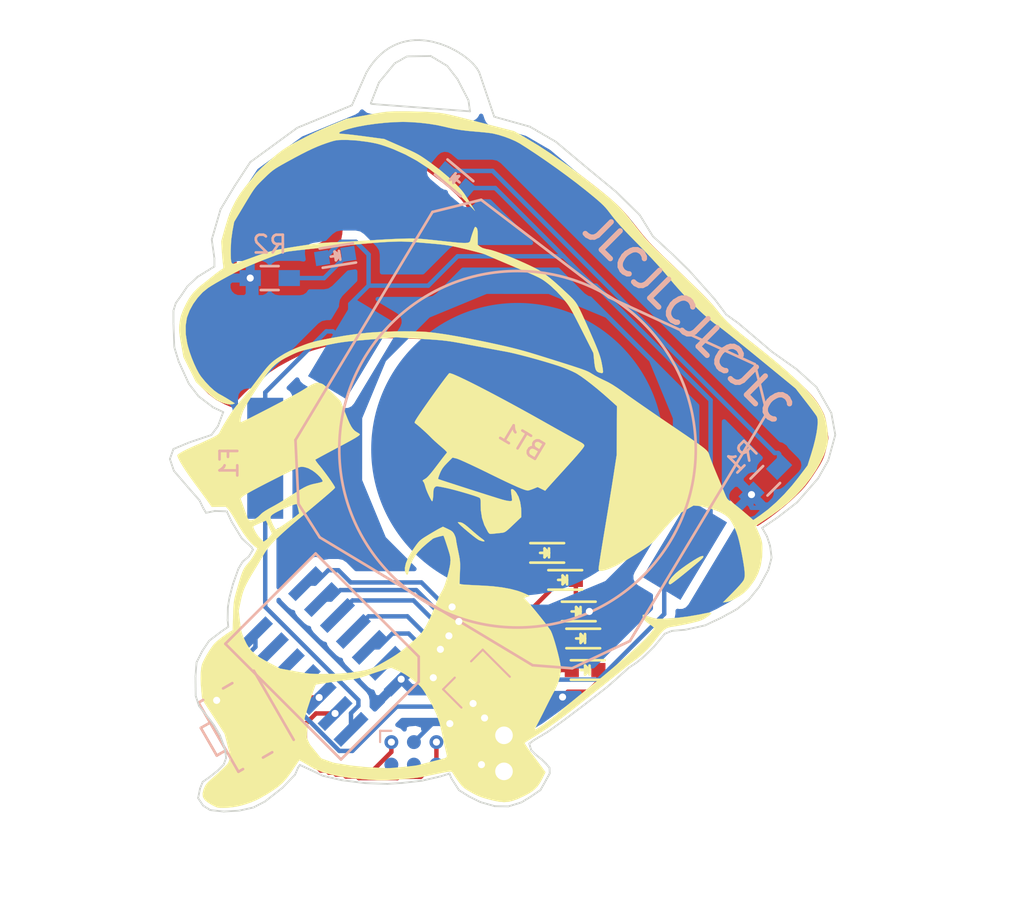
<source format=kicad_pcb>
(kicad_pcb (version 4) (host pcbnew 4.0.5+dfsg1-4)

  (general
    (links 31)
    (no_connects 0)
    (area 125 75 186.325428 127.9992)
    (thickness 1.6)
    (drawings 227)
    (tracks 258)
    (zones 0)
    (modules 18)
    (nets 24)
  )

  (page A4)
  (layers
    (0 F.Cu signal)
    (31 B.Cu signal)
    (32 B.Adhes user hide)
    (33 F.Adhes user hide)
    (34 B.Paste user hide)
    (35 F.Paste user hide)
    (36 B.SilkS user)
    (37 F.SilkS user)
    (38 B.Mask user)
    (39 F.Mask user)
    (40 Dwgs.User user hide)
    (41 Cmts.User user hide)
    (42 Eco1.User user hide)
    (43 Eco2.User user hide)
    (44 Edge.Cuts user)
    (45 Margin user hide)
    (46 B.CrtYd user hide)
    (47 F.CrtYd user hide)
    (48 B.Fab user hide)
    (49 F.Fab user hide)
  )

  (setup
    (last_trace_width 0.25)
    (user_trace_width 0.2032)
    (user_trace_width 0.25)
    (user_trace_width 0.5)
    (user_trace_width 0.75)
    (user_trace_width 1)
    (trace_clearance 0.1)
    (zone_clearance 0.508)
    (zone_45_only no)
    (trace_min 0.2)
    (segment_width 0.2)
    (edge_width 0.15)
    (via_size 0.6)
    (via_drill 0.4)
    (via_min_size 0.4)
    (via_min_drill 0.3)
    (uvia_size 0.3)
    (uvia_drill 0.1)
    (uvias_allowed no)
    (uvia_min_size 0.2)
    (uvia_min_drill 0.1)
    (pcb_text_width 0.3)
    (pcb_text_size 1.5 1.5)
    (mod_edge_width 0.15)
    (mod_text_size 1 1)
    (mod_text_width 0.15)
    (pad_size 0.79756 0.79756)
    (pad_drill 0)
    (pad_to_mask_clearance 0.2)
    (aux_axis_origin 0 0)
    (visible_elements FFFFFF7F)
    (pcbplotparams
      (layerselection 0x010fc_80000001)
      (usegerberextensions true)
      (excludeedgelayer true)
      (linewidth 0.100000)
      (plotframeref false)
      (viasonmask false)
      (mode 1)
      (useauxorigin false)
      (hpglpennumber 1)
      (hpglpenspeed 20)
      (hpglpendiameter 15)
      (hpglpenoverlay 2)
      (psnegative false)
      (psa4output false)
      (plotreference true)
      (plotvalue false)
      (plotinvisibletext false)
      (padsonsilk false)
      (subtractmaskfromsilk false)
      (outputformat 1)
      (mirror false)
      (drillshape 0)
      (scaleselection 1)
      (outputdirectory spang_gerbers/))
  )

  (net 0 "")
  (net 1 +BATT)
  (net 2 "Net-(BT1-Pad2)")
  (net 3 "Net-(D1-Pad2)")
  (net 4 "Net-(D2-Pad2)")
  (net 5 "Net-(D3-Pad2)")
  (net 6 "Net-(D4-Pad2)")
  (net 7 "Net-(D5-Pad2)")
  (net 8 "Net-(D7-Pad1)")
  (net 9 "Net-(D8-Pad1)")
  (net 10 "Net-(F1-Pad1)")
  (net 11 GND)
  (net 12 "Net-(IC1-Pad5)")
  (net 13 "Net-(IC1-Pad7)")
  (net 14 "Net-(J1-Pad7)")
  (net 15 "Net-(IC1-Pad13)")
  (net 16 /TCK)
  (net 17 /TDI)
  (net 18 /nRST)
  (net 19 "Net-(IC1-Pad6)")
  (net 20 "Net-(J1-Pad5)")
  (net 21 "Net-(J1-Pad8)")
  (net 22 "Net-(J1-Pad9)")
  (net 23 "Net-(J1-Pad10)")

  (net_class Default "This is the default net class."
    (clearance 0.1)
    (trace_width 0.25)
    (via_dia 0.6)
    (via_drill 0.4)
    (uvia_dia 0.3)
    (uvia_drill 0.1)
    (add_net +BATT)
    (add_net /TCK)
    (add_net /TDI)
    (add_net /nRST)
    (add_net GND)
    (add_net "Net-(BT1-Pad2)")
    (add_net "Net-(D1-Pad2)")
    (add_net "Net-(D2-Pad2)")
    (add_net "Net-(D3-Pad2)")
    (add_net "Net-(D4-Pad2)")
    (add_net "Net-(D5-Pad2)")
    (add_net "Net-(D7-Pad1)")
    (add_net "Net-(D8-Pad1)")
    (add_net "Net-(F1-Pad1)")
    (add_net "Net-(IC1-Pad13)")
    (add_net "Net-(IC1-Pad5)")
    (add_net "Net-(IC1-Pad6)")
    (add_net "Net-(IC1-Pad7)")
    (add_net "Net-(J1-Pad10)")
    (add_net "Net-(J1-Pad5)")
    (add_net "Net-(J1-Pad7)")
    (add_net "Net-(J1-Pad8)")
    (add_net "Net-(J1-Pad9)")
  )

  (module LOGO (layer F.Cu) (tedit 0) (tstamp 0)
    (at 182.372 126.492)
    (fp_text reference G*** (at 0 0) (layer F.SilkS) hide
      (effects (font (thickness 0.3)))
    )
    (fp_text value LOGO (at 0.75 0) (layer F.SilkS) hide
      (effects (font (thickness 0.3)))
    )
    (fp_poly (pts (xy -41.148 -42.18714) (xy -41.170398 -42.145738) (xy -41.229689 -42.053438) (xy -41.314023 -41.928567)
      (xy -41.33275 -41.901445) (xy -41.429504 -41.758797) (xy -41.511979 -41.631815) (xy -41.56367 -41.545972)
      (xy -41.566463 -41.540722) (xy -41.620396 -41.392704) (xy -41.664039 -41.188609) (xy -41.692641 -40.956847)
      (xy -41.701525 -40.733005) (xy -41.685132 -40.54029) (xy -41.633128 -40.369524) (xy -41.535969 -40.204083)
      (xy -41.384113 -40.027341) (xy -41.190625 -39.842922) (xy -41.070855 -39.740344) (xy -40.947679 -39.648034)
      (xy -40.806445 -39.557251) (xy -40.632497 -39.45925) (xy -40.411182 -39.345289) (xy -40.127847 -39.206626)
      (xy -40.108574 -39.197339) (xy -39.870962 -39.083646) (xy -39.659104 -38.983662) (xy -39.484863 -38.90287)
      (xy -39.360096 -38.846755) (xy -39.296665 -38.8208) (xy -39.291791 -38.819666) (xy -39.25242 -38.787854)
      (xy -39.185564 -38.708509) (xy -39.108808 -38.60577) (xy -39.03974 -38.503777) (xy -38.995948 -38.426667)
      (xy -38.989 -38.404087) (xy -39.017242 -38.360378) (xy -39.091132 -38.27725) (xy -39.190083 -38.177228)
      (xy -39.296263 -38.081965) (xy -39.401165 -38.010211) (xy -39.528505 -37.949687) (xy -39.701995 -37.888111)
      (xy -39.819627 -37.851199) (xy -40.20832 -37.753281) (xy -40.630963 -37.683672) (xy -40.75096 -37.670323)
      (xy -40.976042 -37.649879) (xy -41.140068 -37.640968) (xy -41.265958 -37.644319) (xy -41.376632 -37.660661)
      (xy -41.49501 -37.690725) (xy -41.507833 -37.694421) (xy -41.646339 -37.741506) (xy -41.758457 -37.801418)
      (xy -41.869888 -37.891655) (xy -42.006334 -38.029717) (xy -42.016909 -38.041007) (xy -42.140124 -38.170939)
      (xy -42.223291 -38.248563) (xy -42.28371 -38.283854) (xy -42.338684 -38.286788) (xy -42.405515 -38.267341)
      (xy -42.40798 -38.266483) (xy -42.535723 -38.182067) (xy -42.60276 -38.041001) (xy -42.60824 -37.846513)
      (xy -42.568366 -37.6568) (xy -42.526343 -37.491061) (xy -42.520821 -37.382324) (xy -42.556926 -37.308957)
      (xy -42.639787 -37.249322) (xy -42.668579 -37.233936) (xy -42.760598 -37.19272) (xy -42.908539 -37.133586)
      (xy -43.096159 -37.062326) (xy -43.307216 -36.984731) (xy -43.525468 -36.906593) (xy -43.73467 -36.833704)
      (xy -43.918582 -36.771854) (xy -44.060961 -36.726837) (xy -44.145563 -36.704443) (xy -44.157575 -36.703)
      (xy -44.1827 -36.712508) (xy -44.202148 -36.748422) (xy -44.217354 -36.821829) (xy -44.229756 -36.943814)
      (xy -44.240787 -37.125463) (xy -44.251884 -37.377862) (xy -44.25488 -37.454416) (xy -44.283812 -38.205833)
      (xy -44.137712 -38.63726) (xy -43.919162 -39.178089) (xy -43.628857 -39.729941) (xy -43.275828 -40.278487)
      (xy -42.869102 -40.8094) (xy -42.523833 -41.198418) (xy -42.325009 -41.400047) (xy -42.142997 -41.562328)
      (xy -41.949024 -41.708358) (xy -41.714318 -41.861231) (xy -41.645416 -41.903523) (xy -41.465483 -42.011721)
      (xy -41.314542 -42.10001) (xy -41.205574 -42.160988) (xy -41.151559 -42.187255) (xy -41.148 -42.18714)) (layer F.Mask) (width 0.01))
    (fp_poly (pts (xy -38.098214 -43.35323) (xy -37.851885 -43.332576) (xy -37.562581 -43.292657) (xy -37.218598 -43.233206)
      (xy -36.808233 -43.153957) (xy -36.644683 -43.121074) (xy -36.303851 -43.05159) (xy -36.030521 -42.993939)
      (xy -35.80912 -42.943608) (xy -35.624077 -42.896082) (xy -35.45982 -42.846848) (xy -35.300777 -42.791391)
      (xy -35.131375 -42.725197) (xy -34.936044 -42.643753) (xy -34.804461 -42.587631) (xy -34.574876 -42.488284)
      (xy -34.385861 -42.402442) (xy -34.221751 -42.320861) (xy -34.066884 -42.234294) (xy -33.905593 -42.133497)
      (xy -33.722216 -42.009225) (xy -33.501088 -41.852233) (xy -33.248798 -41.669466) (xy -32.738345 -41.285332)
      (xy -32.301695 -40.928536) (xy -31.934205 -40.594568) (xy -31.631228 -40.278918) (xy -31.388121 -39.977075)
      (xy -31.200238 -39.68453) (xy -31.195202 -39.675483) (xy -31.064017 -39.425168) (xy -30.979283 -39.219458)
      (xy -30.937854 -39.034339) (xy -30.936586 -38.845798) (xy -30.972331 -38.629819) (xy -31.029151 -38.407863)
      (xy -31.084189 -38.220963) (xy -31.136746 -38.061158) (xy -31.179953 -37.948357) (xy -31.202165 -37.90649)
      (xy -31.273352 -37.873939) (xy -31.408088 -37.855099) (xy -31.586404 -37.849785) (xy -31.788329 -37.857807)
      (xy -31.993895 -37.87898) (xy -32.183133 -37.913114) (xy -32.1945 -37.915803) (xy -32.308373 -37.935125)
      (xy -32.491603 -37.956527) (xy -32.728947 -37.978671) (xy -33.005165 -38.000219) (xy -33.305015 -38.019833)
      (xy -33.506833 -38.030987) (xy -33.850126 -38.047066) (xy -34.158913 -38.057789) (xy -34.45247 -38.06312)
      (xy -34.750074 -38.063022) (xy -35.071004 -38.057459) (xy -35.434537 -38.046395) (xy -35.859949 -38.029791)
      (xy -35.941 -38.026365) (xy -36.301285 -38.011407) (xy -36.658375 -37.997334) (xy -36.997094 -37.984688)
      (xy -37.302262 -37.974013) (xy -37.558701 -37.965852) (xy -37.751232 -37.960748) (xy -37.802236 -37.959759)
      (xy -38.287639 -37.951833) (xy -38.28907 -38.354) (xy -38.291915 -38.547994) (xy -38.301971 -38.680855)
      (xy -38.323997 -38.776082) (xy -38.362754 -38.857173) (xy -38.403729 -38.920053) (xy -38.501781 -39.025474)
      (xy -38.664507 -39.149659) (xy -38.895172 -39.294564) (xy -39.197041 -39.462146) (xy -39.573378 -39.654359)
      (xy -39.870776 -39.798835) (xy -40.215319 -39.975747) (xy -40.484262 -40.142725) (xy -40.685139 -40.305863)
      (xy -40.825485 -40.471256) (xy -40.91114 -40.640235) (xy -40.963143 -40.897769) (xy -40.934516 -41.144252)
      (xy -40.829237 -41.371759) (xy -40.651285 -41.572361) (xy -40.404638 -41.738132) (xy -40.345438 -41.767333)
      (xy -40.099862 -41.855369) (xy -39.816947 -41.904865) (xy -39.486553 -41.916271) (xy -39.098545 -41.890037)
      (xy -38.721787 -41.839418) (xy -38.493258 -41.806064) (xy -38.287456 -41.781103) (xy -38.122119 -41.76631)
      (xy -38.014983 -41.763464) (xy -37.991537 -41.766276) (xy -37.907526 -41.817012) (xy -37.892069 -41.903328)
      (xy -37.94168 -42.016323) (xy -38.052871 -42.147096) (xy -38.184666 -42.259177) (xy -38.259487 -42.313485)
      (xy -38.329001 -42.353933) (xy -38.408944 -42.384442) (xy -38.515057 -42.408931) (xy -38.663077 -42.431322)
      (xy -38.868744 -42.455534) (xy -39.0525 -42.475353) (xy -39.314767 -42.501588) (xy -39.577348 -42.524886)
      (xy -39.815436 -42.543242) (xy -40.004222 -42.554651) (xy -40.060718 -42.55683) (xy -40.391603 -42.566166)
      (xy -39.976051 -42.785736) (xy -39.749103 -42.898213) (xy -39.483437 -43.018623) (xy -39.220764 -43.128452)
      (xy -39.094833 -43.176849) (xy -38.887836 -43.248524) (xy -38.696378 -43.302266) (xy -38.508758 -43.337809)
      (xy -38.313271 -43.354886) (xy -38.098214 -43.35323)) (layer F.Mask) (width 0.01))
  )

  (module spang_badge:TC2050-All_Holes (layer B.Cu) (tedit 5D7B2ED9) (tstamp 5D5F7E3A)
    (at 149.606 117.475)
    (descr "Tag-Connect programming header; http://www.tag-connect.com/Materials/TC2050-IDC-NL%20Datasheet.pdf")
    (tags "tag connect programming header pogo pins")
    (path /5D5F78DB)
    (attr virtual)
    (fp_text reference J1 (at 0 -2.7) (layer B.SilkS) hide
      (effects (font (size 1 1) (thickness 0.15)) (justify mirror))
    )
    (fp_text value CONN-TAGCONNECT-TC2050 (at 0 2.4) (layer B.Fab) hide
      (effects (font (size 1 1) (thickness 0.15)) (justify mirror))
    )
    (fp_line (start -3.175 -1.27) (end -3.175 -0.635) (layer B.SilkS) (width 0.12))
    (fp_line (start -2.54 -1.27) (end -3.175 -1.27) (layer B.SilkS) (width 0.12))
    (fp_text user %R (at 0 0) (layer B.Fab) hide
      (effects (font (size 1 1) (thickness 0.15)) (justify mirror))
    )
    (fp_line (start -2.54 -0.635) (end -2.54 0.635) (layer Dwgs.User) (width 0.1))
    (fp_line (start 2.54 -0.635) (end -2.54 -0.635) (layer Dwgs.User) (width 0.1))
    (fp_line (start 2.54 0.635) (end 2.54 -0.635) (layer Dwgs.User) (width 0.1))
    (fp_line (start -2.54 0.635) (end 2.54 0.635) (layer Dwgs.User) (width 0.1))
    (fp_line (start -2.54 -0.635) (end -1.27 0.635) (layer Dwgs.User) (width 0.1))
    (fp_line (start -2.54 0) (end -1.905 0.635) (layer Dwgs.User) (width 0.1))
    (fp_line (start -1.905 -0.635) (end -0.635 0.635) (layer Dwgs.User) (width 0.1))
    (fp_line (start -1.27 -0.635) (end 0 0.635) (layer Dwgs.User) (width 0.1))
    (fp_line (start 1.905 -0.635) (end 2.54 0) (layer Dwgs.User) (width 0.1))
    (fp_text user KEEPOUT (at 0 0) (layer Cmts.User)
      (effects (font (size 0.4 0.4) (thickness 0.07)))
    )
    (fp_line (start -0.635 -0.635) (end 0.635 0.635) (layer Dwgs.User) (width 0.1))
    (fp_line (start 0 -0.635) (end 1.27 0.635) (layer Dwgs.User) (width 0.1))
    (fp_line (start 0.635 -0.635) (end 1.905 0.635) (layer Dwgs.User) (width 0.1))
    (fp_line (start 1.27 -0.635) (end 2.54 0.635) (layer Dwgs.User) (width 0.1))
    (pad "" np_thru_hole circle (at 3.81 1.016) (size 0.9906 0.9906) (drill 0.9906) (layers *.Cu *.Mask))
    (pad "" np_thru_hole circle (at 3.81 -1.016) (size 0.9906 0.9906) (drill 0.9906) (layers *.Cu *.Mask))
    (pad "" np_thru_hole circle (at -3.81 0) (size 0.9906 0.9906) (drill 0.9906) (layers *.Cu *.Mask))
    (pad 1 connect circle (at -2.54 -0.635) (size 0.7874 0.7874) (layers B.Cu B.Mask)
      (net 16 /TCK))
    (pad 2 connect circle (at -1.27 -0.635) (size 0.7874 0.7874) (layers B.Cu B.Mask)
      (net 11 GND))
    (pad 3 connect circle (at 0 -0.635) (size 0.7874 0.7874) (layers B.Cu B.Mask)
      (net 17 /TDI))
    (pad 4 connect circle (at 1.27 -0.635) (size 0.7874 0.7874) (layers B.Cu B.Mask)
      (net 1 +BATT))
    (pad 5 connect circle (at 2.54 -0.635) (size 0.7874 0.7874) (layers B.Cu B.Mask)
      (net 20 "Net-(J1-Pad5)"))
    (pad 6 connect circle (at 2.54 0.635) (size 0.7874 0.7874) (layers B.Cu B.Mask)
      (net 18 /nRST))
    (pad 7 connect circle (at 1.27 0.635) (size 0.7874 0.7874) (layers B.Cu B.Mask)
      (net 14 "Net-(J1-Pad7)"))
    (pad 8 connect circle (at 0 0.635) (size 0.7874 0.7874) (layers B.Cu B.Mask)
      (net 21 "Net-(J1-Pad8)"))
    (pad 9 connect circle (at -1.27 0.635) (size 0.7874 0.7874) (layers B.Cu B.Mask)
      (net 22 "Net-(J1-Pad9)"))
    (pad 10 connect circle (at -2.54 0.635) (size 0.7874 0.7874) (layers B.Cu B.Mask)
      (net 23 "Net-(J1-Pad10)"))
  )

  (module TO_SOT_Packages_SMD:SOT-23 (layer B.Cu) (tedit 5D61013C) (tstamp 5D5F6E6E)
    (at 151.638 113.284 135)
    (descr "SOT-23, Standard")
    (tags SOT-23)
    (path /5D564F72)
    (attr smd)
    (fp_text reference Q1 (at 3.232892 0.71842 135) (layer B.SilkS) hide
      (effects (font (size 1 1) (thickness 0.15)) (justify mirror))
    )
    (fp_text value Q_NMOS_GSD (at 0 -2.5 135) (layer B.Fab) hide
      (effects (font (size 1 1) (thickness 0.15)) (justify mirror))
    )
    (fp_line (start 0.76 -1.58) (end 0.76 -0.65) (layer B.SilkS) (width 0.12))
    (fp_line (start 0.76 1.58) (end 0.76 0.65) (layer B.SilkS) (width 0.12))
    (fp_line (start 0.7 1.52) (end 0.7 -1.52) (layer B.Fab) (width 0.15))
    (fp_line (start -0.7 -1.52) (end 0.7 -1.52) (layer B.Fab) (width 0.15))
    (fp_line (start -1.7 1.75) (end 1.7 1.75) (layer B.CrtYd) (width 0.05))
    (fp_line (start 1.7 1.75) (end 1.7 -1.75) (layer B.CrtYd) (width 0.05))
    (fp_line (start 1.7 -1.75) (end -1.7 -1.75) (layer B.CrtYd) (width 0.05))
    (fp_line (start -1.7 -1.75) (end -1.7 1.75) (layer B.CrtYd) (width 0.05))
    (fp_line (start 0.76 1.58) (end -1.4 1.58) (layer B.SilkS) (width 0.12))
    (fp_line (start -0.7 1.52) (end 0.7 1.52) (layer B.Fab) (width 0.15))
    (fp_line (start -0.7 1.52) (end -0.7 -1.52) (layer B.Fab) (width 0.15))
    (fp_line (start 0.76 -1.58) (end -0.7 -1.58) (layer B.SilkS) (width 0.12))
    (pad 1 smd rect (at -1 0.95 135) (size 0.9 0.8) (layers B.Cu B.Paste B.Mask)
      (net 1 +BATT))
    (pad 2 smd rect (at -1 -0.95 135) (size 0.9 0.8) (layers B.Cu B.Paste B.Mask)
      (net 11 GND))
    (pad 3 smd rect (at 1 0 135) (size 0.9 0.8) (layers B.Cu B.Paste B.Mask)
      (net 2 "Net-(BT1-Pad2)"))
    (model TO_SOT_Packages_SMD.3dshapes/SOT-23.wrl
      (at (xyz 0 0 0))
      (scale (xyz 1 1 1))
      (rotate (xyz 0 0 90))
    )
  )

  (module LOGO (layer F.Cu) (tedit 5D5F83C0) (tstamp 0)
    (at 182.372 126.492)
    (fp_text reference G*** (at 0 0) (layer F.SilkS) hide
      (effects (font (thickness 0.3)))
    )
    (fp_text value LOGO (at 0.75 0) (layer F.SilkS) hide
      (effects (font (thickness 0.3)))
    )
    (fp_poly (pts (xy -34.307824 -45.209762) (xy -33.955665 -45.203099) (xy -33.606603 -45.19294) (xy -33.288344 -45.180085)
      (xy -33.041166 -45.166196) (xy -32.883616 -45.155077) (xy -32.743019 -45.143435) (xy -32.61017 -45.12934)
      (xy -32.475862 -45.110863) (xy -32.330889 -45.086076) (xy -32.166045 -45.053048) (xy -31.972122 -45.00985)
      (xy -31.739915 -44.954554) (xy -31.460216 -44.88523) (xy -31.123821 -44.799949) (xy -30.721522 -44.696781)
      (xy -30.374166 -44.607321) (xy -28.3845 -44.094511) (xy -27.7495 -43.73004) (xy -27.024443 -43.29302)
      (xy -26.252018 -42.787172) (xy -25.4332 -42.213176) (xy -24.568965 -41.571712) (xy -23.833987 -41.001298)
      (xy -23.475134 -40.715752) (xy -23.172972 -40.469779) (xy -22.91625 -40.252433) (xy -22.693719 -40.052765)
      (xy -22.494127 -39.859828) (xy -22.306225 -39.662675) (xy -22.118761 -39.450358) (xy -21.920486 -39.21193)
      (xy -21.700148 -38.936443) (xy -21.661101 -38.886933) (xy -21.484126 -38.66227) (xy -21.332585 -38.471084)
      (xy -21.198853 -38.305272) (xy -21.075301 -38.15673) (xy -20.954302 -38.017356) (xy -20.828228 -37.879048)
      (xy -20.689453 -37.733702) (xy -20.53035 -37.573215) (xy -20.343289 -37.389484) (xy -20.120646 -37.174408)
      (xy -19.854791 -36.919882) (xy -19.538099 -36.617803) (xy -19.41194 -36.497536) (xy -18.976939 -36.082082)
      (xy -18.598595 -35.718931) (xy -18.271599 -35.402692) (xy -17.990644 -35.127971) (xy -17.750421 -34.889374)
      (xy -17.545624 -34.68151) (xy -17.370943 -34.498986) (xy -17.221072 -34.336408) (xy -17.090702 -34.188384)
      (xy -16.974527 -34.04952) (xy -16.867237 -33.914425) (xy -16.858654 -33.903328) (xy -16.711308 -33.7205)
      (xy -16.552422 -33.540881) (xy -16.373965 -33.357177) (xy -16.167906 -33.162094) (xy -15.926213 -32.948336)
      (xy -15.640855 -32.70861) (xy -15.3038 -32.435621) (xy -14.907017 -32.122075) (xy -14.837833 -32.067954)
      (xy -14.122396 -31.499765) (xy -13.481218 -30.97122) (xy -12.91393 -30.481974) (xy -12.420164 -30.031683)
      (xy -11.999551 -29.620003) (xy -11.651721 -29.246589) (xy -11.376306 -28.911097) (xy -11.226006 -28.698018)
      (xy -11.034504 -28.37472) (xy -10.894416 -28.064097) (xy -10.797205 -27.740035) (xy -10.734337 -27.376418)
      (xy -10.708461 -27.1145) (xy -10.692682 -26.892574) (xy -10.686874 -26.728803) (xy -10.693063 -26.597046)
      (xy -10.713273 -26.471165) (xy -10.749531 -26.325021) (xy -10.77734 -26.2255) (xy -10.913523 -25.842264)
      (xy -11.110433 -25.426646) (xy -11.358885 -24.994021) (xy -11.649693 -24.559762) (xy -11.973671 -24.139243)
      (xy -12.140035 -23.944792) (xy -12.521848 -23.538694) (xy -12.922523 -23.163855) (xy -13.360414 -22.804643)
      (xy -13.853879 -22.445427) (xy -14.083724 -22.289731) (xy -14.768947 -21.834235) (xy -14.662216 -21.595701)
      (xy -14.557104 -21.356239) (xy -14.483277 -21.172122) (xy -14.435094 -21.022505) (xy -14.406909 -20.886546)
      (xy -14.393078 -20.743399) (xy -14.388119 -20.583417) (xy -14.407092 -20.066269) (xy -14.483113 -19.602947)
      (xy -14.620206 -19.181273) (xy -14.822392 -18.789069) (xy -15.093695 -18.414155) (xy -15.111842 -18.39244)
      (xy -15.279901 -18.204313) (xy -15.438929 -18.057158) (xy -15.620385 -17.924405) (xy -15.795299 -17.815213)
      (xy -16.033528 -17.681986) (xy -16.223243 -17.597457) (xy -16.379943 -17.55491) (xy -16.404166 -17.5514)
      (xy -16.615833 -17.524753) (xy -16.05655 -18.086293) (xy -15.83656 -18.312781) (xy -15.656475 -18.509721)
      (xy -15.523232 -18.669096) (xy -15.443767 -18.782889) (xy -15.429951 -18.810447) (xy -15.399177 -18.912316)
      (xy -15.384143 -19.039272) (xy -15.385645 -19.201466) (xy -15.404477 -19.409051) (xy -15.441436 -19.672177)
      (xy -15.497318 -20.000995) (xy -15.542424 -20.245533) (xy -15.621802 -20.6464) (xy -15.697041 -20.978347)
      (xy -15.772786 -21.256662) (xy -15.853683 -21.496633) (xy -15.944378 -21.713549) (xy -16.049517 -21.922699)
      (xy -16.05535 -21.933435) (xy -16.160589 -22.116647) (xy -16.253153 -22.247423) (xy -16.354453 -22.350832)
      (xy -16.485903 -22.451938) (xy -16.516455 -22.473234) (xy -16.729221 -22.594962) (xy -17.000316 -22.712946)
      (xy -17.303552 -22.818401) (xy -17.61274 -22.902543) (xy -17.901694 -22.956586) (xy -17.985674 -22.966094)
      (xy -18.266833 -22.991743) (xy -18.74944 -22.71871) (xy -18.934903 -22.611887) (xy -19.080309 -22.520733)
      (xy -19.203119 -22.430578) (xy -19.320789 -22.326749) (xy -19.450779 -22.194577) (xy -19.610547 -22.01939)
      (xy -19.696832 -21.922589) (xy -19.876299 -21.718967) (xy -20.057324 -21.510719) (xy -20.222955 -21.317533)
      (xy -20.35624 -21.159101) (xy -20.399558 -21.106351) (xy -20.48956 -21.001545) (xy -20.588212 -20.90118)
      (xy -20.704079 -20.799116) (xy -20.845726 -20.689212) (xy -21.021717 -20.56533) (xy -21.240618 -20.421327)
      (xy -21.510993 -20.251065) (xy -21.841408 -20.048402) (xy -22.060093 -19.915912) (xy -22.374959 -19.735458)
      (xy -22.679085 -19.57944) (xy -22.95981 -19.453286) (xy -23.204471 -19.362424) (xy -23.400402 -19.312284)
      (xy -23.487485 -19.304) (xy -23.580885 -19.313016) (xy -23.616785 -19.357036) (xy -23.622 -19.43261)
      (xy -23.615164 -19.499337) (xy -23.59557 -19.640815) (xy -23.564587 -19.848314) (xy -23.523583 -20.113105)
      (xy -23.473929 -20.426458) (xy -23.416993 -20.779643) (xy -23.354145 -21.163932) (xy -23.286754 -21.570596)
      (xy -23.285014 -21.581026) (xy -23.209654 -22.034655) (xy -23.132162 -22.504684) (xy -23.055005 -22.975905)
      (xy -22.980652 -23.43311) (xy -22.91157 -23.86109) (xy -22.850228 -24.244639) (xy -22.799094 -24.568547)
      (xy -22.775533 -24.720195) (xy -22.603038 -25.839557) (xy -22.593936 -27.215193) (xy -22.584833 -28.590829)
      (xy -23.029333 -28.990666) (xy -23.372634 -29.292853) (xy -23.713228 -29.580213) (xy -24.040509 -29.844474)
      (xy -24.343872 -30.077363) (xy -24.612713 -30.27061) (xy -24.836426 -30.415942) (xy -24.913344 -30.460141)
      (xy -25.094378 -30.549791) (xy -25.325907 -30.651439) (xy -25.577467 -30.752288) (xy -25.807237 -30.835689)
      (xy -26.110103 -30.934745) (xy -26.459301 -31.042312) (xy -26.83887 -31.154034) (xy -27.232845 -31.265556)
      (xy -27.625264 -31.372522) (xy -28.000162 -31.470576) (xy -28.341578 -31.555362) (xy -28.633547 -31.622526)
      (xy -28.850166 -31.665968) (xy -29.018053 -31.696261) (xy -29.254434 -31.739747) (xy -29.544648 -31.793685)
      (xy -29.874036 -31.855336) (xy -30.227938 -31.921959) (xy -30.591693 -31.990816) (xy -30.776333 -32.025921)
      (xy -31.162418 -32.099156) (xy -31.482305 -32.158493) (xy -31.75293 -32.206081) (xy -31.991228 -32.244066)
      (xy -32.214135 -32.274595) (xy -32.438586 -32.299816) (xy -32.681516 -32.321876) (xy -32.959861 -32.342922)
      (xy -33.290556 -32.3651) (xy -33.614531 -32.385756) (xy -35.034563 -32.475534) (xy -36.577865 -32.345591)
      (xy -36.985238 -32.311022) (xy -37.322933 -32.281214) (xy -37.605658 -32.254076) (xy -37.848124 -32.227517)
      (xy -38.06504 -32.199447) (xy -38.271116 -32.167774) (xy -38.481063 -32.130408) (xy -38.70959 -32.085257)
      (xy -38.971407 -32.030231) (xy -39.281224 -31.963239) (xy -39.3065 -31.95774) (xy -39.653726 -31.881847)
      (xy -39.931488 -31.819617) (xy -40.153116 -31.767002) (xy -40.331939 -31.719953) (xy -40.481288 -31.674423)
      (xy -40.614491 -31.626362) (xy -40.744878 -31.571723) (xy -40.88578 -31.506458) (xy -41.042166 -31.430607)
      (xy -41.293084 -31.303792) (xy -41.507915 -31.183292) (xy -41.696363 -31.059545) (xy -41.868127 -30.922992)
      (xy -42.03291 -30.764071) (xy -42.200413 -30.573223) (xy -42.380337 -30.340886) (xy -42.582383 -30.057499)
      (xy -42.816253 -29.713503) (xy -42.877512 -29.621889) (xy -43.147547 -29.210183) (xy -43.364686 -28.863794)
      (xy -43.529246 -28.58219) (xy -43.641546 -28.364836) (xy -43.674306 -28.289862) (xy -43.747408 -28.088667)
      (xy -43.795522 -27.91439) (xy -43.816149 -27.780871) (xy -43.806791 -27.701948) (xy -43.78325 -27.686484)
      (xy -43.731143 -27.705854) (xy -43.613628 -27.760252) (xy -43.439997 -27.844855) (xy -43.219542 -27.95484)
      (xy -42.961558 -28.085383) (xy -42.675336 -28.231662) (xy -42.37017 -28.388852) (xy -42.055352 -28.552132)
      (xy -41.740175 -28.716678) (xy -41.433932 -28.877666) (xy -41.145915 -29.030273) (xy -40.885419 -29.169677)
      (xy -40.661735 -29.291054) (xy -40.484156 -29.389581) (xy -40.361976 -29.460435) (xy -40.343666 -29.471697)
      (xy -40.090423 -29.628859) (xy -39.895835 -29.745137) (xy -39.747536 -29.825729) (xy -39.633157 -29.875839)
      (xy -39.540329 -29.900666) (xy -39.456686 -29.905412) (xy -39.369857 -29.895278) (xy -39.346405 -29.891066)
      (xy -39.266077 -29.871749) (xy -39.190736 -29.84002) (xy -39.108106 -29.786497) (xy -39.005906 -29.701799)
      (xy -38.871857 -29.576546) (xy -38.693682 -29.401356) (xy -38.655068 -29.362889) (xy -38.162798 -28.871901)
      (xy -37.893741 -28.17691) (xy -37.769592 -27.866458) (xy -37.662735 -27.625681) (xy -37.566112 -27.443165)
      (xy -37.472668 -27.307497) (xy -37.375344 -27.20726) (xy -37.267084 -27.131042) (xy -37.236505 -27.113876)
      (xy -37.141223 -27.056795) (xy -37.088019 -27.013722) (xy -37.084 -27.005601) (xy -37.096658 -26.975237)
      (xy -37.138957 -26.933682) (xy -37.217379 -26.877075) (xy -37.338407 -26.801554) (xy -37.508527 -26.703257)
      (xy -37.73422 -26.578321) (xy -38.021971 -26.422886) (xy -38.378264 -26.233089) (xy -38.402696 -26.220136)
      (xy -38.690323 -26.067241) (xy -38.953865 -25.926319) (xy -39.183984 -25.802429) (xy -39.371346 -25.700628)
      (xy -39.506615 -25.625974) (xy -39.580454 -25.583523) (xy -39.591091 -25.576336) (xy -39.57833 -25.533783)
      (xy -39.519348 -25.443346) (xy -39.424616 -25.320026) (xy -39.349147 -25.229708) (xy -39.238645 -25.095324)
      (xy -39.109612 -24.928925) (xy -38.971642 -24.744049) (xy -38.834331 -24.55423) (xy -38.707274 -24.373003)
      (xy -38.600066 -24.213903) (xy -38.522302 -24.090467) (xy -38.483579 -24.016228) (xy -38.481 -24.005096)
      (xy -38.492953 -23.981454) (xy -38.531775 -23.937471) (xy -38.601907 -23.869279) (xy -38.707791 -23.773011)
      (xy -38.853868 -23.6448) (xy -39.044579 -23.480777) (xy -39.284367 -23.277075) (xy -39.577673 -23.029827)
      (xy -39.928938 -22.735164) (xy -40.1955 -22.512149) (xy -40.637629 -22.14002) (xy -41.018243 -21.813683)
      (xy -41.34307 -21.527484) (xy -41.617838 -21.275768) (xy -41.848275 -21.052879) (xy -42.040108 -20.853161)
      (xy -42.199064 -20.670961) (xy -42.330872 -20.500623) (xy -42.441259 -20.33649) (xy -42.501471 -20.235333)
      (xy -42.626331 -20.018951) (xy -42.773192 -19.769653) (xy -42.919079 -19.526254) (xy -42.990435 -19.409195)
      (xy -43.19417 -19.073039) (xy -43.356611 -18.792249) (xy -43.484299 -18.55233) (xy -43.583771 -18.33879)
      (xy -43.661567 -18.137132) (xy -43.724225 -17.932864) (xy -43.778286 -17.71149) (xy -43.798152 -17.618825)
      (xy -43.915454 -17.055484) (xy -43.846356 -16.454658) (xy -43.815372 -16.201883) (xy -43.785288 -16.009154)
      (xy -43.750043 -15.85214) (xy -43.703572 -15.706506) (xy -43.639813 -15.547921) (xy -43.595046 -15.446062)
      (xy -43.468413 -15.186296) (xy -43.334488 -14.9684) (xy -43.180441 -14.780076) (xy -42.993442 -14.609029)
      (xy -42.760661 -14.442961) (xy -42.469268 -14.269577) (xy -42.236686 -14.144153) (xy -41.573776 -13.796374)
      (xy -40.736471 -13.641891) (xy -40.452912 -13.590249) (xy -40.225393 -13.551704) (xy -40.032596 -13.524435)
      (xy -39.853199 -13.506623) (xy -39.665883 -13.496445) (xy -39.449329 -13.492081) (xy -39.182214 -13.491711)
      (xy -38.989 -13.492646) (xy -38.582728 -13.498271) (xy -38.237877 -13.510979) (xy -37.931388 -13.532202)
      (xy -37.640205 -13.56337) (xy -37.465 -13.587184) (xy -37.139671 -13.636233) (xy -36.878367 -13.682006)
      (xy -36.661046 -13.731311) (xy -36.467669 -13.790957) (xy -36.278195 -13.867754) (xy -36.072585 -13.96851)
      (xy -35.830799 -14.100034) (xy -35.643034 -14.206224) (xy -35.32614 -14.391566) (xy -35.060381 -14.559596)
      (xy -34.81991 -14.728249) (xy -34.57888 -14.915458) (xy -34.368106 -15.090787) (xy -34.167632 -15.26461)
      (xy -33.976261 -15.43676) (xy -33.809337 -15.592983) (xy -33.682204 -15.719023) (xy -33.62737 -15.77896)
      (xy -33.48322 -15.97806) (xy -33.32425 -16.248762) (xy -33.155678 -16.580406) (xy -32.982724 -16.96233)
      (xy -32.810605 -17.383877) (xy -32.707553 -17.657843) (xy -32.64837 -17.795081) (xy -32.562018 -17.966064)
      (xy -32.468579 -18.131407) (xy -32.374678 -18.308676) (xy -32.288558 -18.520899) (xy -32.203274 -18.786637)
      (xy -32.145649 -18.994397) (xy -32.066512 -19.303933) (xy -32.012198 -19.549095) (xy -31.981135 -19.745955)
      (xy -31.97175 -19.910587) (xy -31.982471 -20.059062) (xy -32.011723 -20.207454) (xy -32.02276 -20.250206)
      (xy -32.056246 -20.365862) (xy -32.105094 -20.523461) (xy -32.162975 -20.703869) (xy -32.22356 -20.887955)
      (xy -32.280521 -21.056586) (xy -32.327529 -21.190632) (xy -32.358255 -21.270958) (xy -32.364743 -21.284019)
      (xy -32.410018 -21.284952) (xy -32.510461 -21.265416) (xy -32.641118 -21.2323) (xy -32.777033 -21.192493)
      (xy -32.893249 -21.152886) (xy -32.964812 -21.120368) (xy -32.969478 -21.117065) (xy -33.312338 -20.839442)
      (xy -33.589608 -20.590385) (xy -33.810272 -20.358368) (xy -33.983313 -20.131865) (xy -34.117715 -19.899351)
      (xy -34.222461 -19.649299) (xy -34.293982 -19.417713) (xy -34.342075 -19.243044) (xy -34.375665 -19.138467)
      (xy -34.402063 -19.092269) (xy -34.428584 -19.092736) (xy -34.462541 -19.128153) (xy -34.469455 -19.136653)
      (xy -34.537462 -19.286505) (xy -34.543214 -19.48573) (xy -34.488516 -19.728343) (xy -34.375173 -20.008356)
      (xy -34.204989 -20.319783) (xy -34.034214 -20.580272) (xy -33.904263 -20.76381) (xy -33.801676 -20.897929)
      (xy -33.707335 -21.000417) (xy -33.602121 -21.089061) (xy -33.466916 -21.181649) (xy -33.282602 -21.295968)
      (xy -33.231666 -21.326954) (xy -33.033828 -21.445817) (xy -32.84568 -21.55639) (xy -32.68735 -21.647002)
      (xy -32.578961 -21.705983) (xy -32.571725 -21.709651) (xy -32.398616 -21.796441) (xy -32.122105 -21.667968)
      (xy -31.964109 -21.587666) (xy -31.861989 -21.513368) (xy -31.791255 -21.424437) (xy -31.755463 -21.359027)
      (xy -31.701049 -21.232938) (xy -31.668974 -21.125494) (xy -31.665333 -21.094636) (xy -31.656824 -21.024208)
      (xy -31.633467 -20.888591) (xy -31.598513 -20.705303) (xy -31.555215 -20.491863) (xy -31.539734 -20.418193)
      (xy -31.490392 -20.179045) (xy -31.456935 -19.991148) (xy -31.437215 -19.827931) (xy -31.429082 -19.662824)
      (xy -31.430387 -19.469257) (xy -31.43898 -19.220658) (xy -31.440278 -19.188807) (xy -31.466421 -18.551941)
      (xy -31.131961 -18.526734) (xy -30.965917 -18.515757) (xy -30.741266 -18.503042) (xy -30.48401 -18.48996)
      (xy -30.220149 -18.477879) (xy -30.141333 -18.474562) (xy -29.597169 -18.438236) (xy -29.083801 -18.376472)
      (xy -28.615225 -18.291679) (xy -28.205438 -18.186268) (xy -27.950254 -18.097203) (xy -27.742869 -18.009944)
      (xy -27.600269 -17.94085) (xy -27.526894 -17.892526) (xy -27.527187 -17.867577) (xy -27.553746 -17.864666)
      (xy -27.62126 -17.850676) (xy -27.711422 -17.820715) (xy -27.827023 -17.776764) (xy -27.674908 -17.619632)
      (xy -27.56126 -17.495987) (xy -27.416027 -17.328652) (xy -27.249123 -17.130018) (xy -27.070464 -16.912476)
      (xy -26.889965 -16.68842) (xy -26.717541 -16.470241) (xy -26.563108 -16.27033) (xy -26.43658 -16.10108)
      (xy -26.347873 -15.974882) (xy -26.312835 -15.917333) (xy -26.249298 -15.769461) (xy -26.174248 -15.55692)
      (xy -26.092723 -15.298073) (xy -26.009758 -15.011285) (xy -25.930391 -14.714921) (xy -25.859657 -14.427343)
      (xy -25.802595 -14.166917) (xy -25.764239 -13.952006) (xy -25.755532 -13.885333) (xy -25.756716 -13.614812)
      (xy -25.810684 -13.304212) (xy -25.9118 -12.97474) (xy -26.054428 -12.6476) (xy -26.114325 -12.535417)
      (xy -26.208449 -12.362883) (xy -26.326227 -12.139135) (xy -26.454659 -11.88928) (xy -26.580745 -11.638427)
      (xy -26.620951 -11.557) (xy -26.737911 -11.321011) (xy -26.85608 -11.086321) (xy -26.964297 -10.874849)
      (xy -27.0514 -10.708519) (xy -27.078795 -10.657772) (xy -27.15039 -10.519984) (xy -27.198842 -10.412713)
      (xy -27.215572 -10.355361) (xy -27.214225 -10.351447) (xy -27.169123 -10.362502) (xy -27.069603 -10.418065)
      (xy -26.927349 -10.509741) (xy -26.754047 -10.629134) (xy -26.56138 -10.767848) (xy -26.361033 -10.917487)
      (xy -26.164691 -11.069654) (xy -25.984037 -11.215953) (xy -25.8445 -11.335685) (xy -25.705348 -11.456562)
      (xy -25.511861 -11.620159) (xy -25.276029 -11.816572) (xy -25.009844 -12.035894) (xy -24.725294 -12.268222)
      (xy -24.434371 -12.50365) (xy -24.299333 -12.612163) (xy -23.83554 -12.98697) (xy -23.38148 -13.359711)
      (xy -22.943203 -13.725102) (xy -22.526755 -14.077859) (xy -22.138184 -14.412699) (xy -21.783539 -14.724337)
      (xy -21.468867 -15.007491) (xy -21.200216 -15.256875) (xy -20.983633 -15.467207) (xy -20.825167 -15.633202)
      (xy -20.775083 -15.691231) (xy -20.657459 -15.83832) (xy -20.563345 -15.963841) (xy -20.504083 -16.052175)
      (xy -20.489333 -16.084705) (xy -20.522537 -16.128453) (xy -20.610201 -16.201433) (xy -20.734407 -16.28895)
      (xy -20.753916 -16.301671) (xy -20.938217 -16.439168) (xy -21.064901 -16.573245) (xy -21.096122 -16.623175)
      (xy -21.14117 -16.745763) (xy -21.13056 -16.81912) (xy -21.06868 -16.834546) (xy -21.002374 -16.809031)
      (xy -20.917181 -16.772457) (xy -20.780991 -16.723155) (xy -20.631775 -16.674487) (xy -20.508207 -16.639361)
      (xy -20.39431 -16.616622) (xy -20.269529 -16.604899) (xy -20.113304 -16.602818) (xy -19.90508 -16.609008)
      (xy -19.752863 -16.615825) (xy -19.169896 -16.660449) (xy -18.555459 -16.737787) (xy -17.953412 -16.841904)
      (xy -17.72201 -16.890582) (xy -17.494531 -16.935613) (xy -17.345761 -16.951121) (xy -17.274725 -16.936198)
      (xy -17.280447 -16.889937) (xy -17.361954 -16.811429) (xy -17.517534 -16.700256) (xy -17.6483 -16.617062)
      (xy -17.767682 -16.552903) (xy -17.89613 -16.500097) (xy -18.054099 -16.450962) (xy -18.262041 -16.397814)
      (xy -18.424316 -16.359643) (xy -18.678387 -16.303345) (xy -18.940159 -16.249526) (xy -19.181055 -16.20381)
      (xy -19.372499 -16.171823) (xy -19.394731 -16.16862) (xy -19.581312 -16.139212) (xy -19.710854 -16.106711)
      (xy -19.810658 -16.060608) (xy -19.908028 -15.990397) (xy -19.950753 -15.954626) (xy -20.057268 -15.84973)
      (xy -20.190882 -15.698211) (xy -20.331414 -15.523682) (xy -20.416355 -15.409854) (xy -20.608855 -15.167758)
      (xy -20.845213 -14.909086) (xy -21.103256 -14.655577) (xy -21.360809 -14.428969) (xy -21.595698 -14.251002)
      (xy -21.604362 -14.245166) (xy -21.702871 -14.174275) (xy -21.850282 -14.061985) (xy -22.030338 -13.920962)
      (xy -22.226783 -13.763874) (xy -22.33758 -13.673862) (xy -22.562692 -13.49108) (xy -22.841976 -13.266252)
      (xy -23.162826 -13.009379) (xy -23.512638 -12.730465) (xy -23.878806 -12.439513) (xy -24.248725 -12.146527)
      (xy -24.609789 -11.86151) (xy -24.949394 -11.594465) (xy -25.254934 -11.355394) (xy -25.4635 -11.193223)
      (xy -25.79049 -10.947129) (xy -26.156402 -10.683956) (xy -26.538861 -10.419021) (xy -26.915495 -10.16764)
      (xy -27.263931 -9.94513) (xy -27.464514 -9.823343) (xy -27.607967 -9.735975) (xy -27.721589 -9.661987)
      (xy -27.786726 -9.613701) (xy -27.794478 -9.605388) (xy -27.777622 -9.561407) (xy -27.716988 -9.461994)
      (xy -27.620408 -9.318834) (xy -27.495713 -9.143611) (xy -27.379514 -8.986249) (xy -27.221066 -8.774491)
      (xy -27.067121 -8.567921) (xy -26.930523 -8.383833) (xy -26.824116 -8.239521) (xy -26.779382 -8.17822)
      (xy -26.616497 -7.953274) (xy -26.792743 -7.597596) (xy -26.932758 -7.342016) (xy -27.081291 -7.135359)
      (xy -27.25517 -6.961888) (xy -27.471223 -6.80587) (xy -27.746275 -6.651568) (xy -27.870585 -6.589712)
      (xy -28.18794 -6.444291) (xy -28.460209 -6.343574) (xy -28.708769 -6.285627) (xy -28.954994 -6.268514)
      (xy -29.220262 -6.290301) (xy -29.525946 -6.349052) (xy -29.792694 -6.415705) (xy -30.071136 -6.49431)
      (xy -30.297582 -6.571369) (xy -30.503523 -6.659432) (xy -30.720446 -6.771049) (xy -30.811297 -6.821679)
      (xy -31.010483 -6.937038) (xy -31.155058 -7.030625) (xy -31.265561 -7.119668) (xy -31.36253 -7.221395)
      (xy -31.466504 -7.353034) (xy -31.502593 -7.401557) (xy -31.618058 -7.561646) (xy -31.722643 -7.713192)
      (xy -31.799742 -7.831886) (xy -31.820093 -7.866379) (xy -31.871078 -7.948992) (xy -31.922977 -7.98691)
      (xy -32.005672 -7.991922) (xy -32.109833 -7.980689) (xy -32.220384 -7.963089) (xy -32.395455 -7.930584)
      (xy -32.616939 -7.886741) (xy -32.866729 -7.835131) (xy -33.0835 -7.788753) (xy -33.371646 -7.728439)
      (xy -33.629068 -7.680752) (xy -33.878433 -7.642649) (xy -34.142413 -7.611087) (xy -34.443676 -7.583021)
      (xy -34.804892 -7.555409) (xy -34.840333 -7.552898) (xy -35.171048 -7.530311) (xy -35.439669 -7.514639)
      (xy -35.668475 -7.505907) (xy -35.879741 -7.504141) (xy -36.095745 -7.509365) (xy -36.338764 -7.521605)
      (xy -36.631074 -7.540886) (xy -36.83 -7.555161) (xy -37.533443 -7.620848) (xy -38.159026 -7.710233)
      (xy -38.710424 -7.824201) (xy -39.191312 -7.963633) (xy -39.605365 -8.129412) (xy -39.914614 -8.296088)
      (xy -40.077809 -8.395646) (xy -40.229676 -8.485629) (xy -40.344313 -8.550772) (xy -40.369462 -8.564166)
      (xy -40.50109 -8.632015) (xy -40.892297 -8.051924) (xy -41.08685 -7.773484) (xy -41.265437 -7.544913)
      (xy -41.444789 -7.350556) (xy -41.641639 -7.174759) (xy -41.872716 -7.001866) (xy -42.154752 -6.816221)
      (xy -42.326841 -6.709609) (xy -42.644534 -6.523561) (xy -42.928562 -6.377691) (xy -43.210431 -6.258125)
      (xy -43.521647 -6.150991) (xy -43.7515 -6.082337) (xy -43.977142 -6.028998) (xy -44.233012 -5.986509)
      (xy -44.496572 -5.956839) (xy -44.745283 -5.941959) (xy -44.956605 -5.943838) (xy -45.106166 -5.963958)
      (xy -45.262692 -6.023708) (xy -45.449608 -6.121512) (xy -45.634855 -6.238252) (xy -45.786376 -6.35481)
      (xy -45.827602 -6.394198) (xy -45.926476 -6.555207) (xy -45.948592 -6.75102) (xy -45.893909 -6.980616)
      (xy -45.856198 -7.069666) (xy -45.818437 -7.149689) (xy -45.783264 -7.215859) (xy -45.741477 -7.278075)
      (xy -45.683873 -7.346232) (xy -45.601251 -7.430228) (xy -45.484409 -7.539958) (xy -45.324144 -7.68532)
      (xy -45.111254 -7.87621) (xy -45.081384 -7.902959) (xy -44.875592 -8.088399) (xy -44.723924 -8.229352)
      (xy -44.616735 -8.337026) (xy -44.544378 -8.42263) (xy -44.497208 -8.49737) (xy -44.46558 -8.572454)
      (xy -44.444121 -8.643427) (xy -44.421129 -8.732623) (xy -44.408814 -8.81058) (xy -44.409149 -8.893948)
      (xy -44.424108 -8.999378) (xy -44.455665 -9.143518) (xy -44.505793 -9.34302) (xy -44.544884 -9.493453)
      (xy -44.64592 -9.880842) (xy -40.351368 -9.880842) (xy -40.349524 -9.680458) (xy -40.340216 -9.53731)
      (xy -40.317786 -9.423984) (xy -40.276577 -9.31307) (xy -40.21093 -9.177155) (xy -40.202826 -9.161176)
      (xy -40.025485 -8.88332) (xy -39.787431 -8.614285) (xy -39.511325 -8.37765) (xy -39.339008 -8.262335)
      (xy -39.127421 -8.159307) (xy -38.840688 -8.056736) (xy -38.488295 -7.957494) (xy -38.079727 -7.864455)
      (xy -37.922691 -7.833408) (xy -37.743682 -7.800184) (xy -37.587331 -7.77416) (xy -37.4392 -7.754349)
      (xy -37.284852 -7.739768) (xy -37.109849 -7.729432) (xy -36.899754 -7.722355) (xy -36.640129 -7.717554)
      (xy -36.316537 -7.714042) (xy -36.152666 -7.712672) (xy -35.839893 -7.711031) (xy -35.587708 -7.712865)
      (xy -35.373285 -7.719923) (xy -35.173796 -7.733953) (xy -34.966415 -7.756704) (xy -34.728315 -7.789924)
      (xy -34.436671 -7.835363) (xy -34.332333 -7.852121) (xy -33.991709 -7.911487) (xy -33.650376 -7.979139)
      (xy -33.318471 -8.052311) (xy -33.00613 -8.128239) (xy -32.723491 -8.204155) (xy -32.480691 -8.277294)
      (xy -32.287867 -8.34489) (xy -32.155156 -8.404178) (xy -32.092694 -8.452392) (xy -32.089168 -8.464135)
      (xy -32.098608 -8.527161) (xy -32.124242 -8.65614) (xy -32.162606 -8.834676) (xy -32.210235 -9.046369)
      (xy -32.232816 -9.144) (xy -32.293945 -9.412548) (xy -32.357151 -9.701103) (xy -32.415326 -9.976579)
      (xy -32.461361 -10.205889) (xy -32.464736 -10.2235) (xy -32.585979 -10.721896) (xy -32.761077 -11.215139)
      (xy -32.996805 -11.720046) (xy -33.247924 -12.167646) (xy -33.38305 -12.391261) (xy -33.489703 -12.559187)
      (xy -33.582446 -12.688648) (xy -33.675842 -12.796868) (xy -33.784454 -12.901072) (xy -33.922844 -13.018484)
      (xy -34.064014 -13.132877) (xy -34.31583 -13.327113) (xy -34.53545 -13.475498) (xy -34.748375 -13.594142)
      (xy -34.920545 -13.673958) (xy -35.318256 -13.845662) (xy -35.703711 -13.733336) (xy -35.895037 -13.674796)
      (xy -36.13588 -13.597011) (xy -36.396257 -13.509861) (xy -36.646186 -13.423223) (xy -36.660666 -13.418089)
      (xy -36.97101 -13.315417) (xy -37.246551 -13.239103) (xy -37.469608 -13.193867) (xy -37.5285 -13.18658)
      (xy -37.65902 -13.172089) (xy -37.842236 -13.149154) (xy -38.064266 -13.119769) (xy -38.311231 -13.08593)
      (xy -38.56925 -13.049634) (xy -38.824444 -13.012875) (xy -39.062931 -12.977649) (xy -39.270831 -12.945952)
      (xy -39.434265 -12.91978) (xy -39.539351 -12.901128) (xy -39.572393 -12.892718) (xy -39.589775 -12.850244)
      (xy -39.630274 -12.739622) (xy -39.68964 -12.572823) (xy -39.763623 -12.361822) (xy -39.847975 -12.11859)
      (xy -39.875795 -12.037846) (xy -40.030435 -11.572) (xy -40.151052 -11.16924) (xy -40.240537 -10.816455)
      (xy -40.301782 -10.500533) (xy -40.337676 -10.208363) (xy -40.35111 -9.926836) (xy -40.351368 -9.880842)
      (xy -44.64592 -9.880842) (xy -44.707794 -10.118073) (xy -45.339024 -11.088581) (xy -45.970255 -12.059088)
      (xy -46.014461 -12.489863) (xy -46.045418 -12.877941) (xy -46.057359 -13.241744) (xy -46.050524 -13.566)
      (xy -46.025157 -13.835434) (xy -45.990393 -14.005818) (xy -45.940675 -14.135478) (xy -45.855351 -14.312766)
      (xy -45.746052 -14.515043) (xy -45.624409 -14.719669) (xy -45.620303 -14.726225) (xy -45.485116 -14.93657)
      (xy -45.373415 -15.093856) (xy -45.267151 -15.2188) (xy -45.14827 -15.332122) (xy -44.998722 -15.454537)
      (xy -44.958326 -15.485974) (xy -44.788634 -15.613777) (xy -44.62328 -15.732291) (xy -44.485823 -15.82491)
      (xy -44.424677 -15.862193) (xy -44.251187 -15.959721) (xy -44.226506 -16.77461) (xy -44.216938 -17.064567)
      (xy -44.206431 -17.289635) (xy -44.192387 -17.469574) (xy -44.172207 -17.624146) (xy -44.143295 -17.773112)
      (xy -44.103053 -17.936233) (xy -44.048883 -18.133269) (xy -44.047037 -18.139833) (xy -43.945393 -18.498003)
      (xy -43.860836 -18.785546) (xy -43.788755 -19.013672) (xy -43.724542 -19.193595) (xy -43.663586 -19.336526)
      (xy -43.601278 -19.453676) (xy -43.533009 -19.556258) (xy -43.454169 -19.655485) (xy -43.39669 -19.721666)
      (xy -43.256864 -19.894262) (xy -43.119399 -20.088636) (xy -43.010791 -20.266931) (xy -42.997681 -20.29179)
      (xy -42.851998 -20.576175) (xy -43.005415 -20.688003) (xy -43.201107 -20.861249) (xy -43.416624 -21.108005)
      (xy -43.646425 -21.421006) (xy -43.884966 -21.792985) (xy -43.890158 -21.801835) (xy -43.095333 -21.801835)
      (xy -43.070334 -21.702123) (xy -43.004581 -21.561695) (xy -42.911943 -21.404526) (xy -42.806286 -21.254593)
      (xy -42.721821 -21.156083) (xy -42.620283 -21.053973) (xy -42.543314 -20.981594) (xy -42.508254 -20.955)
      (xy -42.466046 -20.978263) (xy -42.383229 -21.036435) (xy -42.350864 -21.060736) (xy -42.234933 -21.163809)
      (xy -42.134269 -21.276426) (xy -42.124665 -21.289456) (xy -42.037093 -21.412439) (xy -42.372853 -22.142645)
      (xy -42.511843 -22.084147) (xy -42.748806 -21.983278) (xy -42.916318 -21.908978) (xy -43.023686 -21.856743)
      (xy -43.080219 -21.82207) (xy -43.095333 -21.801835) (xy -43.890158 -21.801835) (xy -44.007069 -22.001076)
      (xy -44.135608 -22.221112) (xy -44.260853 -22.425965) (xy -44.372505 -22.599472) (xy -44.460268 -22.725469)
      (xy -44.499548 -22.774148) (xy -44.634934 -22.921129) (xy -45.033104 -22.91556) (xy -45.431275 -22.909991)
      (xy -45.628554 -23.186734) (xy -45.710226 -23.300042) (xy -45.769097 -23.380922) (xy -43.80859 -23.380922)
      (xy -43.620503 -22.855878) (xy -43.546579 -22.650869) (xy -43.47966 -22.467751) (xy -43.426567 -22.32502)
      (xy -43.39412 -22.241175) (xy -43.391782 -22.235583) (xy -43.31942 -22.157348) (xy -43.201153 -22.146806)
      (xy -43.041694 -22.203782) (xy -42.956909 -22.251927) (xy -42.888927 -22.301524) (xy -42.121666 -22.301524)
      (xy -42.104927 -22.214341) (xy -42.061508 -22.088335) (xy -42.001607 -21.94559) (xy -41.93542 -21.808187)
      (xy -41.873144 -21.698209) (xy -41.824977 -21.637739) (xy -41.812649 -21.632333) (xy -41.766152 -21.655044)
      (xy -41.663727 -21.717411) (xy -41.518977 -21.810784) (xy -41.345508 -21.926514) (xy -41.281728 -21.969879)
      (xy -41.088853 -22.103189) (xy -40.908859 -22.230374) (xy -40.759585 -22.338642) (xy -40.658868 -22.415201)
      (xy -40.645228 -22.426327) (xy -40.502802 -22.545229) (xy -40.556205 -22.783861) (xy -40.590046 -22.92193)
      (xy -40.621345 -23.027863) (xy -40.637706 -23.067954) (xy -40.685327 -23.070022) (xy -40.79388 -23.041234)
      (xy -40.948172 -22.987793) (xy -41.133009 -22.915901) (xy -41.333198 -22.831763) (xy -41.533544 -22.741581)
      (xy -41.718856 -22.651559) (xy -41.87394 -22.567899) (xy -41.899416 -22.552824) (xy -42.027919 -22.468162)
      (xy -42.096024 -22.399757) (xy -42.120387 -22.328774) (xy -42.121666 -22.301524) (xy -42.888927 -22.301524)
      (xy -42.819999 -22.35181) (xy -42.693117 -22.467342) (xy -42.660199 -22.503664) (xy -42.566219 -22.587648)
      (xy -42.410685 -22.694774) (xy -42.209721 -22.814497) (xy -42.067533 -22.891387) (xy -41.863493 -23.003094)
      (xy -41.614768 -23.147516) (xy -41.346554 -23.309564) (xy -41.084045 -23.474149) (xy -40.9575 -23.55616)
      (xy -40.664234 -23.746349) (xy -40.425642 -23.894032) (xy -40.227611 -24.006066) (xy -40.056027 -24.089305)
      (xy -39.896777 -24.150608) (xy -39.735746 -24.19683) (xy -39.561524 -24.23431) (xy -39.399637 -24.269139)
      (xy -39.269502 -24.304262) (xy -39.194169 -24.333261) (xy -39.186715 -24.338685) (xy -39.186272 -24.39412)
      (xy -39.240749 -24.487279) (xy -39.337717 -24.604573) (xy -39.464746 -24.732417) (xy -39.609409 -24.857224)
      (xy -39.759276 -24.965407) (xy -39.761097 -24.966576) (xy -39.989373 -25.091375) (xy -40.196873 -25.155904)
      (xy -40.248926 -25.163891) (xy -40.322034 -25.171558) (xy -40.388648 -25.17193) (xy -40.460182 -25.160738)
      (xy -40.54805 -25.133717) (xy -40.663668 -25.086601) (xy -40.818449 -25.015122) (xy -41.02381 -24.915016)
      (xy -41.291164 -24.782015) (xy -41.352176 -24.751542) (xy -41.911948 -24.470275) (xy -42.395162 -24.223962)
      (xy -42.802266 -24.012363) (xy -43.133709 -23.835238) (xy -43.389937 -23.692346) (xy -43.571399 -23.583448)
      (xy -43.678542 -23.508302) (xy -43.695378 -23.493184) (xy -43.80859 -23.380922) (xy -45.769097 -23.380922)
      (xy -45.832405 -23.467896) (xy -45.98521 -23.676803) (xy -46.158761 -23.913269) (xy -46.343176 -24.163801)
      (xy -46.454978 -24.315322) (xy -46.689587 -24.6405) (xy -46.89729 -24.943372) (xy -47.073314 -25.216083)
      (xy -47.212881 -25.450779) (xy -47.311218 -25.639604) (xy -47.36355 -25.774706) (xy -47.371 -25.822047)
      (xy -47.333612 -25.870703) (xy -47.228962 -25.944684) (xy -47.068325 -26.037679) (xy -46.862974 -26.14338)
      (xy -46.62418 -26.255474) (xy -46.496158 -26.311777) (xy -46.260862 -26.414921) (xy -45.988276 -26.537386)
      (xy -45.717301 -26.661571) (xy -45.546016 -26.741703) (xy -45.338158 -26.842124) (xy -45.193507 -26.918769)
      (xy -45.097603 -26.981579) (xy -45.035992 -27.040497) (xy -44.994214 -27.105463) (xy -44.982706 -27.129084)
      (xy -44.891802 -27.307433) (xy -44.76757 -27.527096) (xy -44.62168 -27.769696) (xy -44.465802 -28.016853)
      (xy -44.311607 -28.250189) (xy -44.170766 -28.451325) (xy -44.05495 -28.601883) (xy -44.026666 -28.634621)
      (xy -43.77266 -28.926182) (xy -43.497231 -29.261308) (xy -43.192489 -29.64982) (xy -42.884074 -30.056666)
      (xy -42.662117 -30.350802) (xy -42.478251 -30.586811) (xy -42.321765 -30.775751) (xy -42.18195 -30.928682)
      (xy -42.048094 -31.056663) (xy -41.909486 -31.170754) (xy -41.755416 -31.282014) (xy -41.5925 -31.390284)
      (xy -41.324608 -31.553747) (xy -41.047411 -31.699976) (xy -40.734572 -31.842057) (xy -40.4495 -31.958172)
      (xy -40.228394 -32.04352) (xy -40.036073 -32.113317) (xy -39.855569 -32.172136) (xy -39.669913 -32.22455)
      (xy -39.462136 -32.275132) (xy -39.215269 -32.328456) (xy -38.912342 -32.389095) (xy -38.692666 -32.431652)
      (xy -37.948045 -32.564061) (xy -37.24328 -32.665416) (xy -36.552428 -32.738082) (xy -35.849545 -32.784422)
      (xy -35.108685 -32.806801) (xy -34.547013 -32.809448) (xy -34.18735 -32.80727) (xy -33.893242 -32.803274)
      (xy -33.645576 -32.796141) (xy -33.425242 -32.784551) (xy -33.213128 -32.767187) (xy -32.990124 -32.742731)
      (xy -32.737116 -32.709863) (xy -32.434996 -32.667265) (xy -32.388013 -32.660496) (xy -32.089628 -32.614022)
      (xy -31.726685 -32.551917) (xy -31.31713 -32.477551) (xy -30.87891 -32.394296) (xy -30.429973 -32.305526)
      (xy -29.988265 -32.214611) (xy -29.786198 -32.171655) (xy -29.29798 -32.065308) (xy -28.875193 -31.969771)
      (xy -28.500011 -31.880461) (xy -28.154609 -31.792796) (xy -27.821163 -31.702192) (xy -27.481847 -31.604066)
      (xy -27.118836 -31.493835) (xy -26.971031 -31.447839) (xy -26.44052 -31.281777) (xy -25.984396 -31.138686)
      (xy -25.596223 -31.016326) (xy -25.269561 -30.912456) (xy -24.997974 -30.824836) (xy -24.775022 -30.751226)
      (xy -24.594268 -30.689385) (xy -24.449274 -30.637074) (xy -24.333602 -30.592052) (xy -24.240813 -30.552078)
      (xy -24.16447 -30.514914) (xy -24.098135 -30.478317) (xy -24.03537 -30.440049) (xy -23.988435 -30.409983)
      (xy -23.815658 -30.307108) (xy -23.600472 -30.191684) (xy -23.379024 -30.082741) (xy -23.28948 -30.042011)
      (xy -23.075351 -29.93758) (xy -22.840558 -29.802345) (xy -22.572024 -29.628169) (xy -22.256674 -29.406914)
      (xy -22.182666 -29.353262) (xy -21.99426 -29.217846) (xy -21.747404 -29.043234) (xy -21.453836 -28.837581)
      (xy -21.125295 -28.60904) (xy -20.77352 -28.365766) (xy -20.410247 -28.115916) (xy -20.047216 -27.867642)
      (xy -19.896666 -27.765138) (xy -19.427016 -27.445999) (xy -19.022107 -27.170835) (xy -18.676914 -26.935653)
      (xy -18.386413 -26.736457) (xy -18.14558 -26.569253) (xy -17.949391 -26.430044) (xy -17.792822 -26.314836)
      (xy -17.670847 -26.219634) (xy -17.578443 -26.140443) (xy -17.510586 -26.073268) (xy -17.46225 -26.014113)
      (xy -17.428412 -25.958984) (xy -17.404048 -25.903886) (xy -17.384133 -25.844823) (xy -17.363642 -25.7778)
      (xy -17.352226 -25.74193) (xy -17.305235 -25.610173) (xy -17.232248 -25.419888) (xy -17.140872 -25.19026)
      (xy -17.038715 -24.940473) (xy -16.95638 -24.743833) (xy -16.847033 -24.484391) (xy -16.737965 -24.223517)
      (xy -16.638031 -23.982537) (xy -16.556085 -23.782775) (xy -16.513229 -23.676532) (xy -16.441 -23.503448)
      (xy -16.380672 -23.3887) (xy -16.316509 -23.310598) (xy -16.232771 -23.247452) (xy -16.177809 -23.214221)
      (xy -16.064111 -23.137811) (xy -15.898664 -23.012455) (xy -15.691914 -22.846657) (xy -15.454303 -22.648921)
      (xy -15.196278 -22.42775) (xy -14.997165 -22.252957) (xy -14.902496 -22.169) (xy -14.497987 -22.446743)
      (xy -14.058571 -22.778461) (xy -13.606531 -23.175938) (xy -13.156465 -23.624762) (xy -12.722973 -24.110521)
      (xy -12.38617 -24.531494) (xy -11.839506 -25.251833) (xy -11.631626 -25.908) (xy -11.508292 -26.324985)
      (xy -11.408846 -26.718696) (xy -11.334685 -27.079859) (xy -11.287208 -27.399201) (xy -11.267812 -27.667448)
      (xy -11.277897 -27.875326) (xy -11.315212 -28.006837) (xy -11.359819 -28.076424) (xy -11.448057 -28.200737)
      (xy -11.571194 -28.367968) (xy -11.7205 -28.56631) (xy -11.887244 -28.783956) (xy -11.944462 -28.857815)
      (xy -12.5095 -29.585131) (xy -14.555959 -31.262025) (xy -14.924823 -31.563399) (xy -15.281416 -31.853067)
      (xy -15.619158 -32.125792) (xy -15.931469 -32.376337) (xy -16.211768 -32.599465) (xy -16.453475 -32.78994)
      (xy -16.650008 -32.942523) (xy -16.794789 -33.051979) (xy -16.881237 -33.113071) (xy -16.884292 -33.115001)
      (xy -17.118479 -33.278156) (xy -17.394565 -33.498939) (xy -17.702824 -33.767874) (xy -18.03353 -34.075481)
      (xy -18.376956 -34.412284) (xy -18.723377 -34.768805) (xy -19.063067 -35.135565) (xy -19.386298 -35.503088)
      (xy -19.610556 -35.771666) (xy -19.901814 -36.11797) (xy -20.244174 -36.505365) (xy -20.624657 -36.91961)
      (xy -21.030282 -37.346465) (xy -21.269776 -37.592) (xy -21.597105 -37.925272) (xy -21.872272 -38.207928)
      (xy -22.103335 -38.448862) (xy -22.298351 -38.656972) (xy -22.46538 -38.841152) (xy -22.612481 -39.0103)
      (xy -22.74771 -39.173311) (xy -22.879128 -39.339081) (xy -23.014792 -39.516507) (xy -23.023268 -39.527751)
      (xy -23.127315 -39.661133) (xy -23.234189 -39.786272) (xy -23.353409 -39.912011) (xy -23.494498 -40.047194)
      (xy -23.666975 -40.200665) (xy -23.88036 -40.381267) (xy -24.144174 -40.597843) (xy -24.384 -40.791734)
      (xy -24.872973 -41.175741) (xy -25.413522 -41.583263) (xy -25.985803 -42.000236) (xy -26.569975 -42.412599)
      (xy -27.146196 -42.806287) (xy -27.694626 -43.167238) (xy -28.072389 -43.405916) (xy -28.309278 -43.533297)
      (xy -28.602795 -43.662119) (xy -28.925657 -43.782536) (xy -29.250581 -43.884702) (xy -29.550285 -43.958768)
      (xy -29.659491 -43.978719) (xy -29.814292 -43.999676) (xy -30.026785 -44.023526) (xy -30.270186 -44.047481)
      (xy -30.517711 -44.068752) (xy -30.5435 -44.070766) (xy -30.999759 -44.111816) (xy -31.399178 -44.161512)
      (xy -31.769471 -44.224157) (xy -32.138353 -44.304053) (xy -32.295525 -44.342771) (xy -32.726408 -44.436087)
      (xy -33.212098 -44.513791) (xy -33.723619 -44.572478) (xy -34.231998 -44.608745) (xy -34.649833 -44.619409)
      (xy -35.133013 -44.606825) (xy -35.654492 -44.570888) (xy -36.187699 -44.514684) (xy -36.706062 -44.441303)
      (xy -37.183009 -44.353831) (xy -37.441913 -44.294959) (xy -37.740163 -44.215783) (xy -37.973379 -44.143266)
      (xy -38.138695 -44.079153) (xy -38.233251 -44.025185) (xy -38.254181 -43.983106) (xy -38.198625 -43.954659)
      (xy -38.063718 -43.941587) (xy -38.023418 -43.940949) (xy -37.926519 -43.935024) (xy -37.759918 -43.918936)
      (xy -37.537756 -43.894302) (xy -37.274177 -43.86274) (xy -36.98332 -43.825868) (xy -36.7665 -43.797149)
      (xy -35.708166 -43.654401) (xy -34.746757 -43.232105) (xy -34.440613 -43.09685) (xy -34.195678 -42.985583)
      (xy -33.995315 -42.889001) (xy -33.822886 -42.797799) (xy -33.661755 -42.702674) (xy -33.495284 -42.594321)
      (xy -33.306835 -42.463437) (xy -33.079773 -42.300717) (xy -33.07459 -42.296978) (xy -32.557329 -41.903597)
      (xy -32.082796 -41.502418) (xy -31.82729 -41.264989) (xy -31.618317 -41.059959) (xy -31.455997 -40.891531)
      (xy -31.324064 -40.739648) (xy -31.206255 -40.584254) (xy -31.086306 -40.405293) (xy -30.947952 -40.18271)
      (xy -30.942851 -40.174333) (xy -30.594956 -39.602833) (xy -31.288895 -40.318483) (xy -31.941073 -40.957922)
      (xy -32.583329 -41.519263) (xy -33.222667 -42.007364) (xy -33.866094 -42.427085) (xy -34.520615 -42.783284)
      (xy -35.193236 -43.080819) (xy -35.368587 -43.147923) (xy -35.660423 -43.253207) (xy -35.903458 -43.332338)
      (xy -36.126531 -43.392943) (xy -36.358479 -43.442645) (xy -36.628139 -43.489072) (xy -36.703 -43.500779)
      (xy -37.237838 -43.568107) (xy -37.732852 -43.600181) (xy -37.890096 -43.602656) (xy -38.108021 -43.601765)
      (xy -38.274349 -43.595537) (xy -38.414744 -43.579605) (xy -38.554868 -43.5496) (xy -38.720385 -43.501156)
      (xy -38.936958 -43.429905) (xy -38.969596 -43.418943) (xy -39.224079 -43.328575) (xy -39.481867 -43.226371)
      (xy -39.754353 -43.106902) (xy -40.05293 -42.964736) (xy -40.388992 -42.794443) (xy -40.773931 -42.590594)
      (xy -41.219142 -42.347757) (xy -41.232666 -42.340299) (xy -41.491792 -42.196299) (xy -41.69354 -42.079802)
      (xy -41.855157 -41.978313) (xy -41.993889 -41.879334) (xy -42.12698 -41.77037) (xy -42.271676 -41.638924)
      (xy -42.445222 -41.472499) (xy -42.489064 -41.429874) (xy -42.644734 -41.277581) (xy -42.771444 -41.149639)
      (xy -42.878445 -41.033616) (xy -42.974989 -40.917083) (xy -43.070325 -40.787609) (xy -43.173706 -40.632764)
      (xy -43.294381 -40.440118) (xy -43.441603 -40.197239) (xy -43.587009 -39.954572) (xy -44.16939 -38.981078)
      (xy -44.26563 -38.466456) (xy -44.339316 -37.945504) (xy -44.363601 -37.417375) (xy -44.362495 -37.134576)
      (xy -44.355769 -36.92579) (xy -44.341449 -36.780443) (xy -44.317565 -36.687958) (xy -44.282145 -36.637761)
      (xy -44.233217 -36.619277) (xy -44.214629 -36.618333) (xy -44.14736 -36.632541) (xy -44.013831 -36.672306)
      (xy -43.827011 -36.733338) (xy -43.599871 -36.811348) (xy -43.345383 -36.902046) (xy -43.23567 -36.942079)
      (xy -42.920737 -37.057044) (xy -42.653526 -37.151805) (xy -42.419091 -37.230077) (xy -42.202487 -37.295573)
      (xy -41.988768 -37.352007) (xy -41.762989 -37.403095) (xy -41.510205 -37.452549) (xy -41.215471 -37.504084)
      (xy -40.86384 -37.561414) (xy -40.53314 -37.613693) (xy -40.138586 -37.674499) (xy -39.806887 -37.722353)
      (xy -39.517582 -37.759368) (xy -39.25021 -37.787652) (xy -38.98431 -37.809316) (xy -38.69942 -37.826471)
      (xy -38.375079 -37.841228) (xy -38.296839 -37.844344) (xy -37.941118 -37.859637) (xy -37.549193 -37.878826)
      (xy -37.150218 -37.90033) (xy -36.773348 -37.922567) (xy -36.447737 -37.943956) (xy -36.406666 -37.946882)
      (xy -36.067466 -37.969402) (xy -35.684965 -37.991623) (xy -35.293861 -38.011726) (xy -34.928851 -38.02789)
      (xy -34.713333 -38.0357) (xy -34.477584 -38.042444) (xy -34.272373 -38.045862) (xy -34.083323 -38.045134)
      (xy -33.896055 -38.039439) (xy -33.696189 -38.027955) (xy -33.469347 -38.009862) (xy -33.20115 -37.984339)
      (xy -32.877219 -37.950564) (xy -32.495278 -37.909045) (xy -32.085885 -37.864581) (xy -31.752487 -37.830252)
      (xy -31.48698 -37.806398) (xy -31.28126 -37.793361) (xy -31.127223 -37.79148) (xy -31.016765 -37.801096)
      (xy -30.941783 -37.82255) (xy -30.894173 -37.856181) (xy -30.865832 -37.90233) (xy -30.848655 -37.961338)
      (xy -30.845111 -37.978363) (xy -30.818717 -38.079367) (xy -30.772341 -38.229542) (xy -30.715379 -38.398655)
      (xy -30.707543 -38.420859) (xy -30.650592 -38.577163) (xy -30.611173 -38.665856) (xy -30.579523 -38.699469)
      (xy -30.545875 -38.690536) (xy -30.516416 -38.666145) (xy -30.480651 -38.622524) (xy -30.457473 -38.557917)
      (xy -30.444312 -38.455199) (xy -30.438604 -38.297248) (xy -30.437667 -38.140797) (xy -30.437667 -37.686715)
      (xy -30.300083 -37.582745) (xy -30.161197 -37.507832) (xy -29.960997 -37.450879) (xy -29.823833 -37.426136)
      (xy -29.662342 -37.388788) (xy -29.437591 -37.319185) (xy -29.16231 -37.222414) (xy -28.849225 -37.103563)
      (xy -28.511065 -36.967719) (xy -28.160558 -36.819968) (xy -27.810431 -36.665399) (xy -27.473413 -36.509099)
      (xy -27.220667 -36.385667) (xy -27.014202 -36.274468) (xy -26.806721 -36.145699) (xy -26.589077 -35.992139)
      (xy -26.352125 -35.80657) (xy -26.08672 -35.581773) (xy -25.783716 -35.310529) (xy -25.433968 -34.985619)
      (xy -25.367123 -34.922561) (xy -25.225712 -34.788467) (xy -25.109551 -34.674416) (xy -25.012009 -34.569717)
      (xy -24.926455 -34.46368) (xy -24.846256 -34.345614) (xy -24.764781 -34.204829) (xy -24.675398 -34.030634)
      (xy -24.571476 -33.812339) (xy -24.446383 -33.539252) (xy -24.293487 -33.200683) (xy -24.278826 -33.168166)
      (xy -24.083882 -32.732991) (xy -23.922199 -32.365147) (xy -23.790299 -32.055684) (xy -23.684704 -31.795655)
      (xy -23.601935 -31.57611) (xy -23.538513 -31.388101) (xy -23.490962 -31.222679) (xy -23.455801 -31.070894)
      (xy -23.447837 -31.030333) (xy -23.404606 -30.797269) (xy -23.378857 -30.635348) (xy -23.371812 -30.532626)
      (xy -23.384694 -30.477154) (xy -23.418722 -30.456987) (xy -23.47512 -30.460179) (xy -23.505583 -30.465576)
      (xy -23.628426 -30.498513) (xy -23.716961 -30.553176) (xy -23.778952 -30.643528) (xy -23.822166 -30.783536)
      (xy -23.854365 -30.987164) (xy -23.868957 -31.119127) (xy -23.916453 -31.585627) (xy -24.582352 -32.903171)
      (xy -24.761832 -33.257543) (xy -24.909624 -33.546492) (xy -25.031884 -33.780335) (xy -25.134765 -33.969389)
      (xy -25.224422 -34.12397) (xy -25.307007 -34.254396) (xy -25.388677 -34.370983) (xy -25.475583 -34.484049)
      (xy -25.573881 -34.60391) (xy -25.652209 -34.696727) (xy -25.987138 -35.062168) (xy -26.330904 -35.382975)
      (xy -26.470748 -35.497584) (xy -26.578946 -35.581551) (xy -26.676722 -35.653939) (xy -26.773485 -35.719438)
      (xy -26.878646 -35.782734) (xy -27.001612 -35.848516) (xy -27.151794 -35.921473) (xy -27.3386 -36.006291)
      (xy -27.57144 -36.10766) (xy -27.859722 -36.230267) (xy -28.212856 -36.378801) (xy -28.380284 -36.449)
      (xy -28.719711 -36.59158) (xy -29.038749 -36.726204) (xy -29.327961 -36.848843) (xy -29.57791 -36.955471)
      (xy -29.779158 -37.04206) (xy -29.922269 -37.104581) (xy -29.997806 -37.139008) (xy -30.001861 -37.14105)
      (xy -30.078113 -37.16925) (xy -30.223582 -37.212955) (xy -30.425 -37.268569) (xy -30.669101 -37.332493)
      (xy -30.942619 -37.401132) (xy -31.119159 -37.443999) (xy -31.408842 -37.512875) (xy -31.650967 -37.568257)
      (xy -31.862205 -37.612686) (xy -32.059228 -37.648705) (xy -32.258707 -37.678855) (xy -32.477312 -37.705677)
      (xy -32.731716 -37.731713) (xy -33.038589 -37.759505) (xy -33.379833 -37.788662) (xy -33.752926 -37.81968)
      (xy -34.058404 -37.843401) (xy -34.312964 -37.860268) (xy -34.533303 -37.870723) (xy -34.736119 -37.87521)
      (xy -34.938109 -37.874172) (xy -35.155969 -37.868052) (xy -35.406398 -37.857293) (xy -35.602333 -37.847628)
      (xy -35.806548 -37.835146) (xy -36.073831 -37.81549) (xy -36.39473 -37.789588) (xy -36.759793 -37.758369)
      (xy -37.159569 -37.722763) (xy -37.584607 -37.6837) (xy -38.025453 -37.642108) (xy -38.472658 -37.598916)
      (xy -38.916768 -37.555055) (xy -39.348332 -37.511453) (xy -39.757899 -37.469039) (xy -40.136017 -37.428744)
      (xy -40.473234 -37.391496) (xy -40.760098 -37.358224) (xy -40.987158 -37.329858) (xy -41.144961 -37.307327)
      (xy -41.20225 -37.297042) (xy -41.354502 -37.256271) (xy -41.569834 -37.186741) (xy -41.833933 -37.094027)
      (xy -42.132485 -36.983704) (xy -42.451176 -36.861344) (xy -42.775692 -36.732523) (xy -43.091721 -36.602815)
      (xy -43.384949 -36.477794) (xy -43.641062 -36.363034) (xy -43.816057 -36.279137) (xy -44.176634 -36.094696)
      (xy -44.537041 -35.903331) (xy -44.881554 -35.713831) (xy -45.194449 -35.534982) (xy -45.460002 -35.375574)
      (xy -45.639814 -35.259859) (xy -45.942903 -35.013926) (xy -46.227376 -34.705783) (xy -46.478464 -34.356483)
      (xy -46.681397 -33.987075) (xy -46.821407 -33.618613) (xy -46.839995 -33.549166) (xy -46.905069 -33.119728)
      (xy -46.898142 -32.65071) (xy -46.819405 -32.146767) (xy -46.774567 -31.961666) (xy -46.679534 -31.642864)
      (xy -46.561377 -31.311206) (xy -46.428582 -30.986336) (xy -46.289639 -30.687896) (xy -46.153037 -30.435531)
      (xy -46.043392 -30.26965) (xy -45.794738 -29.963956) (xy -45.540481 -29.693429) (xy -45.293545 -29.470478)
      (xy -45.066852 -29.307514) (xy -45.004549 -29.272084) (xy -44.822581 -29.171735) (xy -44.61517 -29.051028)
      (xy -44.429166 -28.937305) (xy -44.133166 -28.750032) (xy -44.252701 -28.704585) (xy -44.390486 -28.687365)
      (xy -44.578182 -28.713126) (xy -44.795957 -28.776843) (xy -45.023981 -28.873492) (xy -45.121733 -28.924756)
      (xy -45.239171 -29.002226) (xy -45.399063 -29.124152) (xy -45.583239 -29.275885) (xy -45.77353 -29.442778)
      (xy -45.840722 -29.504389) (xy -46.321277 -29.950833) (xy -46.675641 -30.657122) (xy -47.030006 -31.36341)
      (xy -47.161725 -32.116739) (xy -47.208964 -32.391365) (xy -47.242037 -32.600964) (xy -47.262272 -32.763751)
      (xy -47.270999 -32.897936) (xy -47.269544 -33.021732) (xy -47.259236 -33.15335) (xy -47.246002 -33.272335)
      (xy -47.210229 -33.510709) (xy -47.158349 -33.718507) (xy -47.079102 -33.935349) (xy -47.016235 -34.080705)
      (xy -46.836874 -34.449288) (xy -46.654377 -34.753778) (xy -46.453668 -35.013904) (xy -46.219669 -35.249393)
      (xy -45.960023 -35.46277) (xy -45.809205 -35.579619) (xy -45.623383 -35.726541) (xy -45.43274 -35.879577)
      (xy -45.345626 -35.950426) (xy -45.187275 -36.076677) (xy -45.040911 -36.187631) (xy -44.926135 -36.268726)
      (xy -44.875449 -36.299739) (xy -44.808594 -36.339509) (xy -44.778454 -36.38584) (xy -44.777504 -36.465351)
      (xy -44.794939 -36.58453) (xy -44.811826 -36.716002) (xy -44.830539 -36.906137) (xy -44.848753 -37.129031)
      (xy -44.863584 -37.349333) (xy -44.89577 -37.889833) (xy -44.680828 -38.661666) (xy -44.50928 -39.21546)
      (xy -44.316739 -39.706629) (xy -44.09154 -40.156695) (xy -43.82202 -40.587181) (xy -43.496514 -41.019608)
      (xy -43.236693 -41.32637) (xy -43.125314 -41.46367) (xy -43.017691 -41.612723) (xy -42.992376 -41.651443)
      (xy -42.929546 -41.727917) (xy -42.812821 -41.848281) (xy -42.653201 -42.002049) (xy -42.461686 -42.178733)
      (xy -42.249279 -42.367847) (xy -42.154786 -42.449923) (xy -41.914123 -42.656268) (xy -41.717965 -42.820053)
      (xy -41.548805 -42.953336) (xy -41.389133 -43.068178) (xy -41.221444 -43.176638) (xy -41.028228 -43.290779)
      (xy -40.791978 -43.422658) (xy -40.555333 -43.551696) (xy -40.089925 -43.794338) (xy -39.582876 -44.041266)
      (xy -39.073957 -44.273513) (xy -38.756166 -44.409625) (xy -37.824833 -44.79639) (xy -36.688539 -45.004195)
      (xy -36.350357 -45.065803) (xy -36.078788 -45.113846) (xy -35.857163 -45.150012) (xy -35.668811 -45.17599)
      (xy -35.497065 -45.193466) (xy -35.325255 -45.204131) (xy -35.136713 -45.20967) (xy -34.914768 -45.211774)
      (xy -34.642753 -45.21213) (xy -34.635372 -45.212131) (xy -34.307824 -45.209762)) (layer F.SilkS) (width 0.01))
    (fp_poly (pts (xy -17.712837 -20.122006) (xy -17.731198 -20.061091) (xy -17.771766 -20.012059) (xy -17.868103 -19.920255)
      (xy -18.009648 -19.794308) (xy -18.185839 -19.642849) (xy -18.386115 -19.474507) (xy -18.599914 -19.297913)
      (xy -18.816675 -19.121696) (xy -19.025835 -18.954486) (xy -19.216833 -18.804914) (xy -19.379108 -18.68161)
      (xy -19.502098 -18.593203) (xy -19.575241 -18.548324) (xy -19.587251 -18.544489) (xy -19.653621 -18.571205)
      (xy -19.662681 -18.58247) (xy -19.667511 -18.667199) (xy -19.609726 -18.79055) (xy -19.496051 -18.942556)
      (xy -19.33321 -19.113256) (xy -19.257073 -19.183416) (xy -19.09917 -19.315081) (xy -18.90597 -19.462398)
      (xy -18.691999 -19.615751) (xy -18.471781 -19.765525) (xy -18.259842 -19.902104) (xy -18.070706 -20.015872)
      (xy -17.918897 -20.097212) (xy -17.818941 -20.136508) (xy -17.81676 -20.136964) (xy -17.732938 -20.148107)
      (xy -17.712837 -20.122006)) (layer F.SilkS) (width 0.01))
    (fp_poly (pts (xy -31.412815 -22.041327) (xy -31.390816 -22.037415) (xy -31.295886 -22.002599) (xy -31.171915 -21.925003)
      (xy -31.009354 -21.797854) (xy -30.815714 -21.629689) (xy -30.64188 -21.477006) (xy -30.474326 -21.335068)
      (xy -30.331209 -21.218927) (xy -30.230682 -21.143637) (xy -30.224371 -21.139397) (xy -30.100575 -21.046801)
      (xy -30.052982 -20.986506) (xy -30.078457 -20.961258) (xy -30.173861 -20.973804) (xy -30.336058 -21.026891)
      (xy -30.347741 -21.031385) (xy -30.42425 -21.074705) (xy -30.542971 -21.15808) (xy -30.691799 -21.271353)
      (xy -30.858632 -21.404365) (xy -31.031366 -21.546959) (xy -31.197899 -21.688975) (xy -31.346127 -21.820257)
      (xy -31.463948 -21.930645) (xy -31.539256 -22.009981) (xy -31.559951 -22.048108) (xy -31.559608 -22.048503)
      (xy -31.510812 -22.052854) (xy -31.412815 -22.041327)) (layer F.SilkS) (width 0.01))
    (fp_poly (pts (xy -31.869931 -30.41069) (xy -31.682816 -30.334444) (xy -31.436491 -30.223579) (xy -31.13573 -30.080543)
      (xy -30.785309 -29.907783) (xy -30.390003 -29.707746) (xy -29.95459 -29.482879) (xy -29.483843 -29.23563)
      (xy -28.982538 -28.968446) (xy -28.455452 -28.683773) (xy -27.90736 -28.384059) (xy -27.343037 -28.071751)
      (xy -26.767259 -27.749296) (xy -26.661747 -27.689787) (xy -26.321734 -27.498172) (xy -25.989458 -27.311595)
      (xy -25.675687 -27.136054) (xy -25.391189 -26.977547) (xy -25.146732 -26.842071) (xy -24.953083 -26.735625)
      (xy -24.821011 -26.664205) (xy -24.809663 -26.658195) (xy -24.629721 -26.559799) (xy -24.514402 -26.486549)
      (xy -24.451192 -26.428688) (xy -24.427573 -26.376463) (xy -24.426333 -26.359419) (xy -24.450848 -26.302587)
      (xy -24.52559 -26.196321) (xy -24.652354 -26.038467) (xy -24.832937 -25.826871) (xy -25.069134 -25.559381)
      (xy -25.362742 -25.233842) (xy -25.389416 -25.20451) (xy -25.625113 -24.945283) (xy -25.848428 -24.699306)
      (xy -26.051449 -24.475324) (xy -26.226262 -24.282079) (xy -26.364954 -24.128316) (xy -26.459614 -24.022779)
      (xy -26.493501 -23.984503) (xy -26.634503 -23.822934) (xy -27.059941 -24.032248) (xy -27.298887 -23.933962)
      (xy -27.43748 -23.881102) (xy -27.551316 -23.845021) (xy -27.604502 -23.834671) (xy -27.687273 -23.845987)
      (xy -27.813026 -23.883117) (xy -27.98617 -23.947995) (xy -28.211113 -24.042558) (xy -28.492266 -24.168742)
      (xy -28.834037 -24.328481) (xy -29.240835 -24.523711) (xy -29.717069 -24.756368) (xy -29.823833 -24.80894)
      (xy -30.170955 -24.978659) (xy -30.502806 -25.13824) (xy -30.809874 -25.283302) (xy -31.082647 -25.409465)
      (xy -31.311613 -25.512349) (xy -31.48726 -25.587572) (xy -31.600075 -25.630754) (xy -31.623 -25.637498)
      (xy -31.855833 -25.693873) (xy -32.152166 -25.398617) (xy -32.315789 -25.2258) (xy -32.431528 -25.07545)
      (xy -32.519258 -24.919263) (xy -32.56933 -24.804539) (xy -32.624458 -24.659728) (xy -32.660672 -24.54773)
      (xy -32.671481 -24.489095) (xy -32.670085 -24.485641) (xy -32.627297 -24.469332) (xy -32.513618 -24.430639)
      (xy -32.338879 -24.372716) (xy -32.112913 -24.298719) (xy -31.84555 -24.211803) (xy -31.546623 -24.115122)
      (xy -31.225963 -24.011832) (xy -30.893403 -23.905087) (xy -30.558773 -23.798042) (xy -30.231906 -23.693852)
      (xy -29.922633 -23.595672) (xy -29.640786 -23.506657) (xy -29.396197 -23.429963) (xy -29.198697 -23.368743)
      (xy -29.058119 -23.326152) (xy -29.041583 -23.321283) (xy -28.876586 -23.279095) (xy -28.722948 -23.250017)
      (xy -28.628332 -23.241) (xy -28.540208 -23.245462) (xy -28.504357 -23.274914) (xy -28.504082 -23.353457)
      (xy -28.511 -23.410333) (xy -28.532006 -23.574501) (xy -28.553313 -23.741024) (xy -28.554333 -23.749)
      (xy -28.562804 -23.858153) (xy -28.545345 -23.90709) (xy -28.494439 -23.918333) (xy -28.420683 -23.883669)
      (xy -28.32337 -23.789686) (xy -28.261737 -23.712439) (xy -28.134256 -23.4798) (xy -28.042816 -23.185748)
      (xy -27.991779 -22.84739) (xy -27.982333 -22.616736) (xy -27.982333 -22.336674) (xy -28.437416 -21.90325)
      (xy -28.613821 -21.736003) (xy -28.743282 -21.617898) (xy -28.840128 -21.539648) (xy -28.91869 -21.49197)
      (xy -28.9933 -21.465577) (xy -29.078288 -21.451184) (xy -29.1465 -21.443802) (xy -29.325276 -21.425198)
      (xy -29.504579 -21.406094) (xy -29.591 -21.39666) (xy -29.712222 -21.38859) (xy -29.784124 -21.408952)
      (xy -29.840904 -21.472294) (xy -29.868038 -21.514521) (xy -30.065375 -21.890655) (xy -30.194418 -22.28246)
      (xy -30.260089 -22.708227) (xy -30.271123 -23.012341) (xy -30.272128 -23.195821) (xy -30.279033 -23.312715)
      (xy -30.295779 -23.381081) (xy -30.326306 -23.418976) (xy -30.364432 -23.44) (xy -30.497165 -23.491811)
      (xy -30.694259 -23.558628) (xy -30.937853 -23.635245) (xy -31.210088 -23.716459) (xy -31.493105 -23.797066)
      (xy -31.769045 -23.871859) (xy -32.020047 -23.935636) (xy -32.228253 -23.983191) (xy -32.22874 -23.983292)
      (xy -32.450574 -24.028805) (xy -32.604971 -24.057345) (xy -32.707245 -24.069862) (xy -32.772709 -24.0673)
      (xy -32.816676 -24.050609) (xy -32.853157 -24.021913) (xy -32.903855 -23.952071) (xy -32.930947 -23.84368)
      (xy -32.940342 -23.689522) (xy -32.947954 -23.526216) (xy -32.962274 -23.378) (xy -32.974481 -23.3045)
      (xy -32.990154 -23.248249) (xy -33.009278 -23.231749) (xy -33.040343 -23.263949) (xy -33.091839 -23.3538)
      (xy -33.172256 -23.510252) (xy -33.175253 -23.516166) (xy -33.261902 -23.70098) (xy -33.33839 -23.888638)
      (xy -33.391028 -24.044927) (xy -33.398833 -24.074986) (xy -33.439819 -24.209988) (xy -33.487671 -24.313807)
      (xy -33.51394 -24.347565) (xy -33.542481 -24.385672) (xy -33.517091 -24.424342) (xy -33.426438 -24.478893)
      (xy -33.410614 -24.487245) (xy -33.330847 -24.542207) (xy -33.231669 -24.636384) (xy -33.106368 -24.777376)
      (xy -32.948233 -24.972785) (xy -32.750553 -25.230212) (xy -32.726644 -25.261926) (xy -32.567849 -25.471541)
      (xy -32.424828 -25.657814) (xy -32.305862 -25.810166) (xy -32.219229 -25.918017) (xy -32.173208 -25.970789)
      (xy -32.169493 -25.973873) (xy -32.18402 -26.008695) (xy -32.253247 -26.084968) (xy -32.365794 -26.191212)
      (xy -32.500826 -26.308075) (xy -32.674485 -26.456851) (xy -32.84595 -26.610275) (xy -32.991364 -26.746692)
      (xy -33.062333 -26.817788) (xy -33.182725 -26.938848) (xy -33.332501 -27.081651) (xy -33.496172 -27.232329)
      (xy -33.658247 -27.377016) (xy -33.803237 -27.501843) (xy -33.91565 -27.592942) (xy -33.972637 -27.632739)
      (xy -33.990228 -27.65151) (xy -33.990772 -27.685326) (xy -33.969756 -27.741767) (xy -33.922668 -27.82841)
      (xy -33.844996 -27.952832) (xy -33.732228 -28.122612) (xy -33.579853 -28.345326) (xy -33.383358 -28.628553)
      (xy -33.358196 -28.664675) (xy -33.118673 -29.005944) (xy -32.884804 -29.33446) (xy -32.663614 -29.640662)
      (xy -32.462125 -29.914984) (xy -32.287361 -30.147864) (xy -32.146344 -30.329739) (xy -32.047424 -30.44954)
      (xy -31.993058 -30.449872) (xy -31.869931 -30.41069)) (layer F.SilkS) (width 0.01))
  )

  (module LEDs:LED_0603 (layer F.Cu) (tedit 5D5F8092) (tstamp 5D5E337A)
    (at 155.702 106.172 180)
    (descr "LED 0603 smd package")
    (tags "LED led 0603 SMD smd SMT smt smdled SMDLED smtled SMTLED")
    (path /5D563268)
    (attr smd)
    (fp_text reference D1 (at 0 -1.5 180) (layer F.SilkS) hide
      (effects (font (size 1 1) (thickness 0.15)))
    )
    (fp_text value LED (at 0 1.5 180) (layer F.Fab)
      (effects (font (size 1 1) (thickness 0.15)))
    )
    (fp_line (start -0.3 -0.2) (end -0.3 0.2) (layer F.Fab) (width 0.15))
    (fp_line (start -0.2 0) (end 0.1 -0.2) (layer F.Fab) (width 0.15))
    (fp_line (start 0.1 0.2) (end -0.2 0) (layer F.Fab) (width 0.15))
    (fp_line (start 0.1 -0.2) (end 0.1 0.2) (layer F.Fab) (width 0.15))
    (fp_line (start 0.8 0.4) (end -0.8 0.4) (layer F.Fab) (width 0.15))
    (fp_line (start 0.8 -0.4) (end 0.8 0.4) (layer F.Fab) (width 0.15))
    (fp_line (start -0.8 -0.4) (end 0.8 -0.4) (layer F.Fab) (width 0.15))
    (fp_line (start -0.8 0.4) (end -0.8 -0.4) (layer F.Fab) (width 0.15))
    (fp_line (start -1.1 0.55) (end 0.8 0.55) (layer F.SilkS) (width 0.15))
    (fp_line (start -1.1 -0.55) (end 0.8 -0.55) (layer F.SilkS) (width 0.15))
    (fp_line (start -0.2 0) (end 0.25 0) (layer F.SilkS) (width 0.15))
    (fp_line (start -0.25 -0.25) (end -0.25 0.25) (layer F.SilkS) (width 0.15))
    (fp_line (start -0.25 0) (end 0 -0.25) (layer F.SilkS) (width 0.15))
    (fp_line (start 0 -0.25) (end 0 0.25) (layer F.SilkS) (width 0.15))
    (fp_line (start 0 0.25) (end -0.25 0) (layer F.SilkS) (width 0.15))
    (fp_line (start 1.4 -0.75) (end 1.4 0.75) (layer F.CrtYd) (width 0.05))
    (fp_line (start 1.4 0.75) (end -1.4 0.75) (layer F.CrtYd) (width 0.05))
    (fp_line (start -1.4 0.75) (end -1.4 -0.75) (layer F.CrtYd) (width 0.05))
    (fp_line (start -1.4 -0.75) (end 1.4 -0.75) (layer F.CrtYd) (width 0.05))
    (pad 2 smd rect (at 0.7493 0) (size 0.79756 0.79756) (layers F.Cu F.Paste F.Mask)
      (net 3 "Net-(D1-Pad2)"))
    (pad 1 smd rect (at -0.7493 0) (size 0.79756 0.79756) (layers F.Cu F.Paste F.Mask)
      (net 11 GND))
    (model LEDs.3dshapes/LED_0603.wrl
      (at (xyz 0 0 0))
      (scale (xyz 1 1 1))
      (rotate (xyz 0 0 180))
    )
  )

  (module LEDs:LED_0603 (layer F.Cu) (tedit 5D5F809D) (tstamp 5D5E3393)
    (at 156.718 107.696 180)
    (descr "LED 0603 smd package")
    (tags "LED led 0603 SMD smd SMT smt smdled SMDLED smtled SMTLED")
    (path /5D563333)
    (attr smd)
    (fp_text reference D2 (at 0 -1.5 180) (layer F.SilkS) hide
      (effects (font (size 1 1) (thickness 0.15)))
    )
    (fp_text value LED (at 0 1.5 180) (layer F.Fab)
      (effects (font (size 1 1) (thickness 0.15)))
    )
    (fp_line (start -0.3 -0.2) (end -0.3 0.2) (layer F.Fab) (width 0.15))
    (fp_line (start -0.2 0) (end 0.1 -0.2) (layer F.Fab) (width 0.15))
    (fp_line (start 0.1 0.2) (end -0.2 0) (layer F.Fab) (width 0.15))
    (fp_line (start 0.1 -0.2) (end 0.1 0.2) (layer F.Fab) (width 0.15))
    (fp_line (start 0.8 0.4) (end -0.8 0.4) (layer F.Fab) (width 0.15))
    (fp_line (start 0.8 -0.4) (end 0.8 0.4) (layer F.Fab) (width 0.15))
    (fp_line (start -0.8 -0.4) (end 0.8 -0.4) (layer F.Fab) (width 0.15))
    (fp_line (start -0.8 0.4) (end -0.8 -0.4) (layer F.Fab) (width 0.15))
    (fp_line (start -1.1 0.55) (end 0.8 0.55) (layer F.SilkS) (width 0.15))
    (fp_line (start -1.1 -0.55) (end 0.8 -0.55) (layer F.SilkS) (width 0.15))
    (fp_line (start -0.2 0) (end 0.25 0) (layer F.SilkS) (width 0.15))
    (fp_line (start -0.25 -0.25) (end -0.25 0.25) (layer F.SilkS) (width 0.15))
    (fp_line (start -0.25 0) (end 0 -0.25) (layer F.SilkS) (width 0.15))
    (fp_line (start 0 -0.25) (end 0 0.25) (layer F.SilkS) (width 0.15))
    (fp_line (start 0 0.25) (end -0.25 0) (layer F.SilkS) (width 0.15))
    (fp_line (start 1.4 -0.75) (end 1.4 0.75) (layer F.CrtYd) (width 0.05))
    (fp_line (start 1.4 0.75) (end -1.4 0.75) (layer F.CrtYd) (width 0.05))
    (fp_line (start -1.4 0.75) (end -1.4 -0.75) (layer F.CrtYd) (width 0.05))
    (fp_line (start -1.4 -0.75) (end 1.4 -0.75) (layer F.CrtYd) (width 0.05))
    (pad 2 smd rect (at 0.7493 0) (size 0.79756 0.79756) (layers F.Cu F.Paste F.Mask)
      (net 4 "Net-(D2-Pad2)"))
    (pad 1 smd rect (at -0.7493 0) (size 0.79756 0.79756) (layers F.Cu F.Paste F.Mask)
      (net 11 GND))
    (model LEDs.3dshapes/LED_0603.wrl
      (at (xyz 0 0 0))
      (scale (xyz 1 1 1))
      (rotate (xyz 0 0 180))
    )
  )

  (module LEDs:LED_0603 (layer F.Cu) (tedit 5D5F80A2) (tstamp 5D5E33AC)
    (at 157.48 109.474 180)
    (descr "LED 0603 smd package")
    (tags "LED led 0603 SMD smd SMT smt smdled SMDLED smtled SMTLED")
    (path /5D563382)
    (attr smd)
    (fp_text reference D3 (at 0 -1.5 180) (layer F.SilkS) hide
      (effects (font (size 1 1) (thickness 0.15)))
    )
    (fp_text value LED (at 0 1.5 180) (layer F.Fab)
      (effects (font (size 1 1) (thickness 0.15)))
    )
    (fp_line (start -0.3 -0.2) (end -0.3 0.2) (layer F.Fab) (width 0.15))
    (fp_line (start -0.2 0) (end 0.1 -0.2) (layer F.Fab) (width 0.15))
    (fp_line (start 0.1 0.2) (end -0.2 0) (layer F.Fab) (width 0.15))
    (fp_line (start 0.1 -0.2) (end 0.1 0.2) (layer F.Fab) (width 0.15))
    (fp_line (start 0.8 0.4) (end -0.8 0.4) (layer F.Fab) (width 0.15))
    (fp_line (start 0.8 -0.4) (end 0.8 0.4) (layer F.Fab) (width 0.15))
    (fp_line (start -0.8 -0.4) (end 0.8 -0.4) (layer F.Fab) (width 0.15))
    (fp_line (start -0.8 0.4) (end -0.8 -0.4) (layer F.Fab) (width 0.15))
    (fp_line (start -1.1 0.55) (end 0.8 0.55) (layer F.SilkS) (width 0.15))
    (fp_line (start -1.1 -0.55) (end 0.8 -0.55) (layer F.SilkS) (width 0.15))
    (fp_line (start -0.2 0) (end 0.25 0) (layer F.SilkS) (width 0.15))
    (fp_line (start -0.25 -0.25) (end -0.25 0.25) (layer F.SilkS) (width 0.15))
    (fp_line (start -0.25 0) (end 0 -0.25) (layer F.SilkS) (width 0.15))
    (fp_line (start 0 -0.25) (end 0 0.25) (layer F.SilkS) (width 0.15))
    (fp_line (start 0 0.25) (end -0.25 0) (layer F.SilkS) (width 0.15))
    (fp_line (start 1.4 -0.75) (end 1.4 0.75) (layer F.CrtYd) (width 0.05))
    (fp_line (start 1.4 0.75) (end -1.4 0.75) (layer F.CrtYd) (width 0.05))
    (fp_line (start -1.4 0.75) (end -1.4 -0.75) (layer F.CrtYd) (width 0.05))
    (fp_line (start -1.4 -0.75) (end 1.4 -0.75) (layer F.CrtYd) (width 0.05))
    (pad 2 smd rect (at 0.7493 0) (size 0.79756 0.79756) (layers F.Cu F.Paste F.Mask)
      (net 5 "Net-(D3-Pad2)"))
    (pad 1 smd rect (at -0.7493 0) (size 0.79756 0.79756) (layers F.Cu F.Paste F.Mask)
      (net 11 GND))
    (model LEDs.3dshapes/LED_0603.wrl
      (at (xyz 0 0 0))
      (scale (xyz 1 1 1))
      (rotate (xyz 0 0 180))
    )
  )

  (module LEDs:LED_0603 (layer F.Cu) (tedit 5D5F80A6) (tstamp 5D5E33C5)
    (at 157.734 110.998 180)
    (descr "LED 0603 smd package")
    (tags "LED led 0603 SMD smd SMT smt smdled SMDLED smtled SMTLED")
    (path /5D563388)
    (attr smd)
    (fp_text reference D4 (at 0 -1.5 180) (layer F.SilkS) hide
      (effects (font (size 1 1) (thickness 0.15)))
    )
    (fp_text value LED (at 0 1.5 180) (layer F.Fab)
      (effects (font (size 1 1) (thickness 0.15)))
    )
    (fp_line (start -0.3 -0.2) (end -0.3 0.2) (layer F.Fab) (width 0.15))
    (fp_line (start -0.2 0) (end 0.1 -0.2) (layer F.Fab) (width 0.15))
    (fp_line (start 0.1 0.2) (end -0.2 0) (layer F.Fab) (width 0.15))
    (fp_line (start 0.1 -0.2) (end 0.1 0.2) (layer F.Fab) (width 0.15))
    (fp_line (start 0.8 0.4) (end -0.8 0.4) (layer F.Fab) (width 0.15))
    (fp_line (start 0.8 -0.4) (end 0.8 0.4) (layer F.Fab) (width 0.15))
    (fp_line (start -0.8 -0.4) (end 0.8 -0.4) (layer F.Fab) (width 0.15))
    (fp_line (start -0.8 0.4) (end -0.8 -0.4) (layer F.Fab) (width 0.15))
    (fp_line (start -1.1 0.55) (end 0.8 0.55) (layer F.SilkS) (width 0.15))
    (fp_line (start -1.1 -0.55) (end 0.8 -0.55) (layer F.SilkS) (width 0.15))
    (fp_line (start -0.2 0) (end 0.25 0) (layer F.SilkS) (width 0.15))
    (fp_line (start -0.25 -0.25) (end -0.25 0.25) (layer F.SilkS) (width 0.15))
    (fp_line (start -0.25 0) (end 0 -0.25) (layer F.SilkS) (width 0.15))
    (fp_line (start 0 -0.25) (end 0 0.25) (layer F.SilkS) (width 0.15))
    (fp_line (start 0 0.25) (end -0.25 0) (layer F.SilkS) (width 0.15))
    (fp_line (start 1.4 -0.75) (end 1.4 0.75) (layer F.CrtYd) (width 0.05))
    (fp_line (start 1.4 0.75) (end -1.4 0.75) (layer F.CrtYd) (width 0.05))
    (fp_line (start -1.4 0.75) (end -1.4 -0.75) (layer F.CrtYd) (width 0.05))
    (fp_line (start -1.4 -0.75) (end 1.4 -0.75) (layer F.CrtYd) (width 0.05))
    (pad 2 smd rect (at 0.7493 0) (size 0.79756 0.79756) (layers F.Cu F.Paste F.Mask)
      (net 6 "Net-(D4-Pad2)"))
    (pad 1 smd rect (at -0.7493 0) (size 0.79756 0.79756) (layers F.Cu F.Paste F.Mask)
      (net 11 GND))
    (model LEDs.3dshapes/LED_0603.wrl
      (at (xyz 0 0 0))
      (scale (xyz 1 1 1))
      (rotate (xyz 0 0 180))
    )
  )

  (module LEDs:LED_0603 (layer F.Cu) (tedit 5D5F80AC) (tstamp 5D5E33DE)
    (at 157.988 112.776 180)
    (descr "LED 0603 smd package")
    (tags "LED led 0603 SMD smd SMT smt smdled SMDLED smtled SMTLED")
    (path /5D56369A)
    (attr smd)
    (fp_text reference D5 (at 0 -1.5 180) (layer F.SilkS) hide
      (effects (font (size 1 1) (thickness 0.15)))
    )
    (fp_text value LED (at 0 1.5 180) (layer F.Fab)
      (effects (font (size 1 1) (thickness 0.15)))
    )
    (fp_line (start -0.3 -0.2) (end -0.3 0.2) (layer F.Fab) (width 0.15))
    (fp_line (start -0.2 0) (end 0.1 -0.2) (layer F.Fab) (width 0.15))
    (fp_line (start 0.1 0.2) (end -0.2 0) (layer F.Fab) (width 0.15))
    (fp_line (start 0.1 -0.2) (end 0.1 0.2) (layer F.Fab) (width 0.15))
    (fp_line (start 0.8 0.4) (end -0.8 0.4) (layer F.Fab) (width 0.15))
    (fp_line (start 0.8 -0.4) (end 0.8 0.4) (layer F.Fab) (width 0.15))
    (fp_line (start -0.8 -0.4) (end 0.8 -0.4) (layer F.Fab) (width 0.15))
    (fp_line (start -0.8 0.4) (end -0.8 -0.4) (layer F.Fab) (width 0.15))
    (fp_line (start -1.1 0.55) (end 0.8 0.55) (layer F.SilkS) (width 0.15))
    (fp_line (start -1.1 -0.55) (end 0.8 -0.55) (layer F.SilkS) (width 0.15))
    (fp_line (start -0.2 0) (end 0.25 0) (layer F.SilkS) (width 0.15))
    (fp_line (start -0.25 -0.25) (end -0.25 0.25) (layer F.SilkS) (width 0.15))
    (fp_line (start -0.25 0) (end 0 -0.25) (layer F.SilkS) (width 0.15))
    (fp_line (start 0 -0.25) (end 0 0.25) (layer F.SilkS) (width 0.15))
    (fp_line (start 0 0.25) (end -0.25 0) (layer F.SilkS) (width 0.15))
    (fp_line (start 1.4 -0.75) (end 1.4 0.75) (layer F.CrtYd) (width 0.05))
    (fp_line (start 1.4 0.75) (end -1.4 0.75) (layer F.CrtYd) (width 0.05))
    (fp_line (start -1.4 0.75) (end -1.4 -0.75) (layer F.CrtYd) (width 0.05))
    (fp_line (start -1.4 -0.75) (end 1.4 -0.75) (layer F.CrtYd) (width 0.05))
    (pad 2 smd rect (at 0.7493 0) (size 0.79756 0.79756) (layers F.Cu F.Paste F.Mask)
      (net 7 "Net-(D5-Pad2)"))
    (pad 1 smd rect (at -0.7493 0) (size 0.79756 0.79756) (layers F.Cu F.Paste F.Mask)
      (net 11 GND))
    (model LEDs.3dshapes/LED_0603.wrl
      (at (xyz 0 0 0))
      (scale (xyz 1 1 1))
      (rotate (xyz 0 0 180))
    )
  )

  (module Fuse_Holders_and_Fuses:Fuse_SMD1206_HandSoldering (layer B.Cu) (tedit 5D6100B5) (tstamp 5D5E3448)
    (at 139.954 100.838 90)
    (descr "Fuse, Sicherung, SMD1206, Littlefuse-Wickmann 433 Series, Hand Soldering,")
    (tags "Fuse, Sicherung, SMD1206,  Littlefuse-Wickmann 433 Series, Hand Soldering,")
    (path /5D575861)
    (attr smd)
    (fp_text reference F1 (at -0.254 -2.032 90) (layer B.SilkS)
      (effects (font (size 1 1) (thickness 0.15)) (justify mirror))
    )
    (fp_text value Fuse (at -0.14986 -2.49936 90) (layer B.Fab) hide
      (effects (font (size 1 1) (thickness 0.15)) (justify mirror))
    )
    (pad 1 smd rect (at -2.08534 0) (size 2.02946 2.65176) (layers B.Cu B.Paste B.Mask)
      (net 10 "Net-(F1-Pad1)"))
    (pad 2 smd rect (at 2.08534 0) (size 2.02946 2.65176) (layers B.Cu B.Paste B.Mask)
      (net 1 +BATT))
  )

  (module spang_badge:ATTINY20_SOIC-14 (layer B.Cu) (tedit 5D610137) (tstamp 5D5E345F)
    (at 143.51 112.014 135)
    (path /5D56314B)
    (fp_text reference IC1 (at -5.81 0 225) (layer B.SilkS) hide
      (effects (font (size 1.2 1.2) (thickness 0.15)) (justify mirror))
    )
    (fp_text value ATTINY20-X (at 0 0 135) (layer B.Fab) hide
      (effects (font (size 1.2 1.2) (thickness 0.15)) (justify mirror))
    )
    (fp_line (start -3.61 3.6) (end -4.61 2.6) (layer B.SilkS) (width 0.15))
    (fp_line (start -4.61 2.6) (end -4.61 -3.6) (layer B.SilkS) (width 0.15))
    (fp_line (start -4.61 -3.6) (end 4.61 -3.6) (layer B.SilkS) (width 0.15))
    (fp_line (start 4.61 -3.6) (end 4.61 3.6) (layer B.SilkS) (width 0.15))
    (fp_line (start 4.61 3.6) (end -3.61 3.6) (layer B.SilkS) (width 0.15))
    (pad 14 smd rect (at -3.81 2 135) (size 0.6 2.2) (layers B.Cu B.Paste B.Mask)
      (net 11 GND))
    (pad 1 smd rect (at -3.81 -2 135) (size 0.6 2.2) (layers B.Cu B.Paste B.Mask)
      (net 10 "Net-(F1-Pad1)"))
    (pad 13 smd rect (at -2.54 2 135) (size 0.6 2.2) (layers B.Cu B.Paste B.Mask)
      (net 15 "Net-(IC1-Pad13)"))
    (pad 2 smd rect (at -2.54 -2 135) (size 0.6 2.2) (layers B.Cu B.Paste B.Mask)
      (net 16 /TCK))
    (pad 12 smd rect (at -1.27 2 135) (size 0.6 2.2) (layers B.Cu B.Paste B.Mask)
      (net 7 "Net-(D5-Pad2)"))
    (pad 3 smd rect (at -1.27 -2 135) (size 0.6 2.2) (layers B.Cu B.Paste B.Mask)
      (net 17 /TDI))
    (pad 11 smd rect (at 0 2 135) (size 0.6 2.2) (layers B.Cu B.Paste B.Mask)
      (net 6 "Net-(D4-Pad2)"))
    (pad 4 smd rect (at 0 -2 135) (size 0.6 2.2) (layers B.Cu B.Paste B.Mask)
      (net 18 /nRST))
    (pad 10 smd rect (at 1.27 2 135) (size 0.6 2.2) (layers B.Cu B.Paste B.Mask)
      (net 5 "Net-(D3-Pad2)"))
    (pad 5 smd rect (at 1.27 -2 135) (size 0.6 2.2) (layers B.Cu B.Paste B.Mask)
      (net 12 "Net-(IC1-Pad5)"))
    (pad 9 smd rect (at 2.54 2 135) (size 0.6 2.2) (layers B.Cu B.Paste B.Mask)
      (net 4 "Net-(D2-Pad2)"))
    (pad 6 smd rect (at 2.54 -2 135) (size 0.6 2.2) (layers B.Cu B.Paste B.Mask)
      (net 19 "Net-(IC1-Pad6)"))
    (pad 8 smd rect (at 3.81 2 135) (size 0.6 2.2) (layers B.Cu B.Paste B.Mask)
      (net 3 "Net-(D1-Pad2)"))
    (pad 7 smd rect (at 3.81 -2 135) (size 0.6 2.2) (layers B.Cu B.Paste B.Mask)
      (net 13 "Net-(IC1-Pad7)"))
  )

  (module LEDs:LED_0603 (layer B.Cu) (tedit 5D6100AA) (tstamp 5D5F7148)
    (at 150.72 85.12 320)
    (descr "LED 0603 smd package")
    (tags "LED led 0603 SMD smd SMT smt smdled SMDLED smtled SMTLED")
    (path /5D569EE8)
    (attr smd)
    (fp_text reference D7 (at 0 1.5 320) (layer B.SilkS) hide
      (effects (font (size 1 1) (thickness 0.15)) (justify mirror))
    )
    (fp_text value LED (at 0 -1.5 320) (layer B.Fab) hide
      (effects (font (size 1 1) (thickness 0.15)) (justify mirror))
    )
    (fp_line (start -0.3 0.2) (end -0.3 -0.2) (layer B.Fab) (width 0.15))
    (fp_line (start -0.2 0) (end 0.1 0.2) (layer B.Fab) (width 0.15))
    (fp_line (start 0.1 -0.2) (end -0.2 0) (layer B.Fab) (width 0.15))
    (fp_line (start 0.1 0.2) (end 0.1 -0.2) (layer B.Fab) (width 0.15))
    (fp_line (start 0.8 -0.4) (end -0.8 -0.4) (layer B.Fab) (width 0.15))
    (fp_line (start 0.8 0.4) (end 0.8 -0.4) (layer B.Fab) (width 0.15))
    (fp_line (start -0.8 0.4) (end 0.8 0.4) (layer B.Fab) (width 0.15))
    (fp_line (start -0.8 -0.4) (end -0.8 0.4) (layer B.Fab) (width 0.15))
    (fp_line (start -1.1 -0.55) (end 0.8 -0.55) (layer B.SilkS) (width 0.15))
    (fp_line (start -1.1 0.55) (end 0.8 0.55) (layer B.SilkS) (width 0.15))
    (fp_line (start -0.2 0) (end 0.25 0) (layer B.SilkS) (width 0.15))
    (fp_line (start -0.25 0.25) (end -0.25 -0.25) (layer B.SilkS) (width 0.15))
    (fp_line (start -0.25 0) (end 0 0.25) (layer B.SilkS) (width 0.15))
    (fp_line (start 0 0.25) (end 0 -0.25) (layer B.SilkS) (width 0.15))
    (fp_line (start 0 -0.25) (end -0.25 0) (layer B.SilkS) (width 0.15))
    (fp_line (start 1.4 0.75) (end 1.4 -0.75) (layer B.CrtYd) (width 0.05))
    (fp_line (start 1.4 -0.75) (end -1.4 -0.75) (layer B.CrtYd) (width 0.05))
    (fp_line (start -1.4 -0.75) (end -1.4 0.75) (layer B.CrtYd) (width 0.05))
    (fp_line (start -1.4 0.75) (end 1.4 0.75) (layer B.CrtYd) (width 0.05))
    (pad 2 smd rect (at 0.7493 0 140) (size 0.79756 0.79756) (layers B.Cu B.Paste B.Mask)
      (net 1 +BATT))
    (pad 1 smd rect (at -0.7493 0 140) (size 0.79756 0.79756) (layers B.Cu B.Paste B.Mask)
      (net 8 "Net-(D7-Pad1)"))
    (model LEDs.3dshapes/LED_0603.wrl
      (at (xyz 0 0 0))
      (scale (xyz 1 1 1))
      (rotate (xyz 0 0 180))
    )
  )

  (module LEDs:LED_0603 (layer B.Cu) (tedit 5D6100AD) (tstamp 5D5F79C1)
    (at 143.9 89.43 189)
    (descr "LED 0603 smd package")
    (tags "LED led 0603 SMD smd SMT smt smdled SMDLED smtled SMTLED")
    (path /5D569EEE)
    (attr smd)
    (fp_text reference D8 (at 0 1.5 189) (layer B.SilkS) hide
      (effects (font (size 1 1) (thickness 0.15)) (justify mirror))
    )
    (fp_text value LED (at 2.902552 0.467819 189) (layer B.Fab) hide
      (effects (font (size 1 1) (thickness 0.15)) (justify mirror))
    )
    (fp_line (start -0.3 0.2) (end -0.3 -0.2) (layer B.Fab) (width 0.15))
    (fp_line (start -0.2 0) (end 0.1 0.2) (layer B.Fab) (width 0.15))
    (fp_line (start 0.1 -0.2) (end -0.2 0) (layer B.Fab) (width 0.15))
    (fp_line (start 0.1 0.2) (end 0.1 -0.2) (layer B.Fab) (width 0.15))
    (fp_line (start 0.8 -0.4) (end -0.8 -0.4) (layer B.Fab) (width 0.15))
    (fp_line (start 0.8 0.4) (end 0.8 -0.4) (layer B.Fab) (width 0.15))
    (fp_line (start -0.8 0.4) (end 0.8 0.4) (layer B.Fab) (width 0.15))
    (fp_line (start -0.8 -0.4) (end -0.8 0.4) (layer B.Fab) (width 0.15))
    (fp_line (start -1.1 -0.55) (end 0.8 -0.55) (layer B.SilkS) (width 0.15))
    (fp_line (start -1.1 0.55) (end 0.8 0.55) (layer B.SilkS) (width 0.15))
    (fp_line (start -0.2 0) (end 0.25 0) (layer B.SilkS) (width 0.15))
    (fp_line (start -0.25 0.25) (end -0.25 -0.25) (layer B.SilkS) (width 0.15))
    (fp_line (start -0.25 0) (end 0 0.25) (layer B.SilkS) (width 0.15))
    (fp_line (start 0 0.25) (end 0 -0.25) (layer B.SilkS) (width 0.15))
    (fp_line (start 0 -0.25) (end -0.25 0) (layer B.SilkS) (width 0.15))
    (fp_line (start 1.4 0.75) (end 1.4 -0.75) (layer B.CrtYd) (width 0.05))
    (fp_line (start 1.4 -0.75) (end -1.4 -0.75) (layer B.CrtYd) (width 0.05))
    (fp_line (start -1.4 -0.75) (end -1.4 0.75) (layer B.CrtYd) (width 0.05))
    (fp_line (start -1.4 0.75) (end 1.4 0.75) (layer B.CrtYd) (width 0.05))
    (pad 2 smd rect (at 0.7493 0 9) (size 0.79756 0.79756) (layers B.Cu B.Paste B.Mask)
      (net 1 +BATT))
    (pad 1 smd rect (at -0.7493 0 9) (size 0.79756 0.79756) (layers B.Cu B.Paste B.Mask)
      (net 9 "Net-(D8-Pad1)"))
    (model LEDs.3dshapes/LED_0603.wrl
      (at (xyz 0 0 0))
      (scale (xyz 1 1 1))
      (rotate (xyz 0 0 180))
    )
  )

  (module spang_badge:EVQ-P7B01P (layer B.Cu) (tedit 5D5F96D7) (tstamp 5D5F9762)
    (at 138.938 115.57 120)
    (path /5D5F7F0D)
    (fp_text reference SW1 (at 0 9 120) (layer B.SilkS) hide
      (effects (font (size 1 1) (thickness 0.15)) (justify mirror))
    )
    (fp_text value SW_SPST (at 0 7 120) (layer B.Fab) hide
      (effects (font (size 1 1) (thickness 0.15)) (justify mirror))
    )
    (fp_line (start 0.9 -2.5) (end 0.9 -1.9) (layer B.SilkS) (width 0.15))
    (fp_line (start -0.9 -2.5) (end 0.9 -2.5) (layer B.SilkS) (width 0.15))
    (fp_line (start -0.9 -2.3) (end -0.9 -2.5) (layer B.SilkS) (width 0.15))
    (fp_line (start -0.9 -1.9) (end -0.9 -2.3) (layer B.SilkS) (width 0.15))
    (fp_line (start 2.2 -1.9) (end 2.2 -1.6) (layer B.SilkS) (width 0.15))
    (fp_line (start -2.3 -1.9) (end 2.2 -1.9) (layer B.SilkS) (width 0.15))
    (fp_line (start -2.3 -1.6) (end -2.3 -1.9) (layer B.SilkS) (width 0.15))
    (fp_line (start -2.3 0.3) (end -2.3 -0.3) (layer B.SilkS) (width 0.15))
    (fp_line (start 2.2 0.3) (end 2.2 -0.3) (layer B.SilkS) (width 0.15))
    (fp_line (start -2.3 1.7) (end 2.2 1.7) (layer B.SilkS) (width 0.15))
    (pad 1 smd rect (at -1.8 0.95 120) (size 1.4 1.05) (layers B.Cu B.Paste B.Mask)
      (net 13 "Net-(IC1-Pad7)"))
    (pad 1 smd rect (at 1.8 0.95 120) (size 1.4 1.05) (layers B.Cu B.Paste B.Mask)
      (net 13 "Net-(IC1-Pad7)"))
    (pad 2 smd rect (at -1.8 -0.95 120) (size 1.4 1.05) (layers B.Cu B.Paste B.Mask)
      (net 11 GND))
    (pad 2 smd rect (at 1.8 -0.95 120) (size 1.4 1.05) (layers B.Cu B.Paste B.Mask)
      (net 11 GND))
  )

  (module spang_badge:LOGO (layer F.Cu) (tedit 5D7B31E6) (tstamp 5D7B3452)
    (at 182.5 126.53)
    (fp_text reference G*** (at 0 0) (layer F.SilkS) hide
      (effects (font (thickness 0.3)))
    )
    (fp_text value LOGO (at 0.75 0) (layer F.SilkS) hide
      (effects (font (thickness 0.3)))
    )
    (fp_poly (pts (xy -33.933975 -45.157467) (xy -33.505869 -45.140604) (xy -33.40501 -45.135232) (xy -33.134942 -45.119492)
      (xy -32.909144 -45.103556) (xy -32.710143 -45.084802) (xy -32.520465 -45.060605) (xy -32.322636 -45.028342)
      (xy -32.099181 -44.985389) (xy -31.832627 -44.929122) (xy -31.5055 -44.856917) (xy -31.411333 -44.835873)
      (xy -31.044019 -44.750621) (xy -30.639849 -44.651621) (xy -30.225762 -44.545818) (xy -29.828702 -44.440158)
      (xy -29.475609 -44.341585) (xy -29.339474 -44.301759) (xy -29.030075 -44.208843) (xy -28.784953 -44.132382)
      (xy -28.58702 -44.065412) (xy -28.419189 -44.000968) (xy -28.264373 -43.932088) (xy -28.105484 -43.851807)
      (xy -27.925435 -43.753162) (xy -27.751974 -43.654801) (xy -27.100261 -43.265169) (xy -26.404589 -42.815971)
      (xy -25.674103 -42.313585) (xy -24.917947 -41.764386) (xy -24.145266 -41.174751) (xy -23.770166 -40.878414)
      (xy -23.391908 -40.572249) (xy -23.069679 -40.301086) (xy -22.790021 -40.051558) (xy -22.539474 -39.810298)
      (xy -22.304577 -39.56394) (xy -22.071869 -39.299117) (xy -21.827892 -39.002463) (xy -21.634636 -38.757739)
      (xy -21.435769 -38.505266) (xy -21.25708 -38.28532) (xy -21.086479 -38.084746) (xy -20.911878 -37.890391)
      (xy -20.721189 -37.689101) (xy -20.502323 -37.467722) (xy -20.243191 -37.213101) (xy -19.989817 -36.968008)
      (xy -19.546654 -36.541095) (xy -19.15996 -36.168182) (xy -18.825101 -35.844659) (xy -18.537442 -35.565919)
      (xy -18.292351 -35.327352) (xy -18.085194 -35.124349) (xy -17.911337 -34.952301) (xy -17.766146 -34.8066)
      (xy -17.644989 -34.682636) (xy -17.54323 -34.575801) (xy -17.456236 -34.481485) (xy -17.379375 -34.39508)
      (xy -17.308011 -34.311977) (xy -17.250833 -34.24365) (xy -17.09418 -34.051744) (xy -16.933109 -33.849289)
      (xy -16.788824 -33.663192) (xy -16.7005 -33.54523) (xy -16.627472 -33.450924) (xy -16.544429 -33.357519)
      (xy -16.442423 -33.257288) (xy -16.312507 -33.142506) (xy -16.145734 -33.005448) (xy -15.933156 -32.838387)
      (xy -15.665826 -32.633598) (xy -15.494 -32.503432) (xy -15.218111 -32.290726) (xy -14.895255 -32.034705)
      (xy -14.541517 -31.748561) (xy -14.172982 -31.445483) (xy -13.805734 -31.138664) (xy -13.45586 -30.841293)
      (xy -13.247093 -30.660813) (xy -12.851057 -30.313114) (xy -12.514257 -30.010853) (xy -12.229795 -29.746608)
      (xy -11.990771 -29.512956) (xy -11.790287 -29.302473) (xy -11.621442 -29.107735) (xy -11.477337 -28.921321)
      (xy -11.351073 -28.735805) (xy -11.235751 -28.543765) (xy -11.172114 -28.42825) (xy -11.094243 -28.278533)
      (xy -11.036633 -28.151127) (xy -10.993091 -28.02472) (xy -10.957424 -27.877998) (xy -10.923436 -27.689648)
      (xy -10.885451 -27.441857) (xy -10.793264 -26.818166) (xy -10.902688 -26.310166) (xy -10.954323 -26.08681)
      (xy -11.009486 -25.892213) (xy -11.075419 -25.711386) (xy -11.159366 -25.529339) (xy -11.268568 -25.331083)
      (xy -11.41027 -25.101627) (xy -11.591714 -24.825982) (xy -11.690733 -24.67923) (xy -11.855566 -24.440654)
      (xy -12.000287 -24.244272) (xy -12.141757 -24.070469) (xy -12.296838 -23.899631) (xy -12.482392 -23.712144)
      (xy -12.710768 -23.49267) (xy -13.015969 -23.21479) (xy -13.353498 -22.927141) (xy -13.706504 -22.642784)
      (xy -14.058136 -22.374777) (xy -14.391542 -22.136181) (xy -14.689872 -21.940055) (xy -14.798129 -21.874956)
      (xy -14.835709 -21.899072) (xy -14.927121 -21.977993) (xy -15.066701 -22.106289) (xy -15.248784 -22.27853)
      (xy -15.467704 -22.489284) (xy -15.717798 -22.73312) (xy -15.993399 -23.004607) (xy -16.288843 -23.298314)
      (xy -16.427962 -23.437492) (xy -17.170938 -24.178804) (xy -17.8613 -24.860327) (xy -18.50274 -25.485501)
      (xy -19.09895 -26.057768) (xy -19.653622 -26.580569) (xy -20.170448 -27.057345) (xy -20.653121 -27.491536)
      (xy -21.105332 -27.886585) (xy -21.530773 -28.245931) (xy -21.933137 -28.573015) (xy -21.967084 -28.599989)
      (xy -23.092833 -29.492812) (xy -25.632833 -30.828074) (xy -26.881666 -31.204763) (xy -27.224388 -31.30732)
      (xy -27.521613 -31.393831) (xy -27.789217 -31.468055) (xy -28.043077 -31.533748) (xy -28.299067 -31.594671)
      (xy -28.573062 -31.654582) (xy -28.88094 -31.717238) (xy -29.238575 -31.7864) (xy -29.661843 -31.865824)
      (xy -29.718 -31.876261) (xy -30.56518 -32.027198) (xy -31.347629 -32.152564) (xy -32.080767 -32.25407)
      (xy -32.780012 -32.333426) (xy -33.460785 -32.392342) (xy -34.138506 -32.432527) (xy -34.828595 -32.455692)
      (xy -34.967333 -32.458396) (xy -35.326055 -32.464205) (xy -35.618303 -32.467252) (xy -35.862249 -32.466632)
      (xy -36.076065 -32.461444) (xy -36.277923 -32.450786) (xy -36.485995 -32.433754) (xy -36.718455 -32.409445)
      (xy -36.993473 -32.376958) (xy -37.253333 -32.344848) (xy -37.605811 -32.299967) (xy -37.894886 -32.259989)
      (xy -38.14134 -32.220795) (xy -38.365956 -32.178267) (xy -38.589515 -32.128286) (xy -38.832799 -32.066734)
      (xy -39.11659 -31.989491) (xy -39.286608 -31.941887) (xy -39.607419 -31.850455) (xy -39.866548 -31.772842)
      (xy -40.084203 -31.701362) (xy -40.280593 -31.628332) (xy -40.475928 -31.546068) (xy -40.690414 -31.446885)
      (xy -40.944262 -31.323102) (xy -41.043441 -31.273889) (xy -41.781166 -30.873743) (xy -42.455299 -30.436162)
      (xy -43.083228 -29.948423) (xy -43.682341 -29.397805) (xy -43.87427 -29.202651) (xy -44.471166 -28.581469)
      (xy -44.834647 -28.739775) (xy -45.312277 -28.993244) (xy -45.743334 -29.316623) (xy -46.1266 -29.708327)
      (xy -46.460859 -30.166771) (xy -46.744893 -30.690372) (xy -46.977485 -31.277545) (xy -47.098924 -31.6865)
      (xy -47.160804 -31.931548) (xy -47.202137 -32.126729) (xy -47.226981 -32.30319) (xy -47.239391 -32.492077)
      (xy -47.243427 -32.724535) (xy -47.243606 -32.797165) (xy -47.244 -33.357497) (xy -46.986918 -34.001386)
      (xy -46.892201 -34.233638) (xy -46.799758 -34.451446) (xy -46.71756 -34.636647) (xy -46.653579 -34.771077)
      (xy -46.628987 -34.816887) (xy -46.427633 -35.109477) (xy -46.180442 -35.372801) (xy -45.872621 -35.621296)
      (xy -45.653526 -35.768737) (xy -45.462882 -35.892256) (xy -45.284464 -36.012186) (xy -45.138091 -36.114933)
      (xy -45.043585 -36.186904) (xy -45.042666 -36.187677) (xy -44.8945 -36.312716) (xy -44.890682 -37.195775)
      (xy -44.889216 -37.535145) (xy -44.201355 -37.535145) (xy -44.200664 -37.259087) (xy -44.197328 -37.055063)
      (xy -44.190254 -36.910454) (xy -44.178348 -36.81264) (xy -44.160519 -36.749002) (xy -44.135672 -36.706923)
      (xy -44.128935 -36.699061) (xy -44.063299 -36.638014) (xy -44.025976 -36.618333) (xy -43.978902 -36.632203)
      (xy -43.86463 -36.670937) (xy -43.695443 -36.730219) (xy -43.483623 -36.805733) (xy -43.241452 -36.893165)
      (xy -43.175287 -36.917224) (xy -42.926898 -37.008559) (xy -42.705718 -37.091568) (xy -42.52409 -37.161481)
      (xy -42.394357 -37.21353) (xy -42.328863 -37.242943) (xy -42.323957 -37.246217) (xy -42.319492 -37.298193)
      (xy -42.333368 -37.411797) (xy -42.362711 -37.566692) (xy -42.38033 -37.645021) (xy -42.467245 -38.013723)
      (xy -42.37624 -38.141528) (xy -42.295045 -38.226325) (xy -42.214007 -38.268344) (xy -42.203097 -38.269333)
      (xy -42.137474 -38.240679) (xy -42.032824 -38.164193) (xy -41.907731 -38.054088) (xy -41.85673 -38.004416)
      (xy -41.705065 -37.865527) (xy -41.542175 -37.737093) (xy -41.398718 -37.642911) (xy -41.373966 -37.629729)
      (xy -41.302393 -37.59471) (xy -41.237099 -37.56871) (xy -41.16722 -37.552272) (xy -41.081892 -37.545939)
      (xy -40.970252 -37.550255) (xy -40.821433 -37.565762) (xy -40.624573 -37.593004) (xy -40.368808 -37.632525)
      (xy -40.043273 -37.684866) (xy -39.9415 -37.701349) (xy -39.699877 -37.748853) (xy -39.506104 -37.811437)
      (xy -39.336291 -37.902129) (xy -39.166547 -38.033953) (xy -38.972982 -38.219937) (xy -38.953082 -38.240284)
      (xy -38.768998 -38.429197) (xy -38.929991 -38.607397) (xy -39.003408 -38.678357) (xy -39.102468 -38.753528)
      (xy -39.237623 -38.839136) (xy -39.419326 -38.941402) (xy -39.658027 -39.066552) (xy -39.939575 -39.208555)
      (xy -40.22294 -39.350808) (xy -40.443266 -39.464821) (xy -40.613867 -39.558943) (xy -40.748053 -39.641525)
      (xy -40.859139 -39.720917) (xy -40.960436 -39.805471) (xy -41.065257 -39.903535) (xy -41.097175 -39.934673)
      (xy -41.319994 -40.17671) (xy -41.469586 -40.396551) (xy -41.551277 -40.603584) (xy -41.571333 -40.77037)
      (xy -41.556063 -40.876442) (xy -41.514773 -41.036619) (xy -41.454247 -41.226951) (xy -41.399444 -41.377321)
      (xy -41.227555 -41.822331) (xy -40.820076 -42.10446) (xy -40.644018 -42.225067) (xy -40.512688 -42.307369)
      (xy -40.401303 -42.361394) (xy -40.285079 -42.397174) (xy -40.13923 -42.424738) (xy -39.965382 -42.450351)
      (xy -39.737978 -42.478633) (xy -39.537876 -42.491993) (xy -39.332203 -42.490992) (xy -39.088086 -42.476191)
      (xy -38.979776 -42.467185) (xy -38.74597 -42.444902) (xy -38.575745 -42.422347) (xy -38.44814 -42.394682)
      (xy -38.342192 -42.35707) (xy -38.23694 -42.304676) (xy -38.20968 -42.289492) (xy -38.069126 -42.196157)
      (xy -37.948433 -42.09187) (xy -37.891161 -42.023779) (xy -37.836955 -41.933757) (xy -37.828389 -41.882699)
      (xy -37.864705 -41.838751) (xy -37.886327 -41.820448) (xy -37.938275 -41.786485) (xy -38.00285 -41.772775)
      (xy -38.102679 -41.778508) (xy -38.260389 -41.802871) (xy -38.280356 -41.806326) (xy -38.719996 -41.867086)
      (xy -39.146126 -41.896121) (xy -39.53889 -41.892987) (xy -39.878437 -41.857244) (xy -39.950765 -41.843563)
      (xy -40.139732 -41.80046) (xy -40.27202 -41.75759) (xy -40.37467 -41.702542) (xy -40.474719 -41.622906)
      (xy -40.518223 -41.58311) (xy -40.649139 -41.44349) (xy -40.732447 -41.300866) (xy -40.785952 -41.143815)
      (xy -40.833396 -40.889697) (xy -40.816703 -40.673639) (xy -40.732984 -40.475241) (xy -40.680032 -40.39619)
      (xy -40.630012 -40.338) (xy -40.55907 -40.27531) (xy -40.458379 -40.202563) (xy -40.319111 -40.114204)
      (xy -40.132438 -40.004674) (xy -39.889533 -39.868416) (xy -39.581569 -39.699874) (xy -39.526006 -39.669724)
      (xy -39.216314 -39.501097) (xy -38.971971 -39.365778) (xy -38.783427 -39.257591) (xy -38.641133 -39.170364)
      (xy -38.53554 -39.097921) (xy -38.457098 -39.034089) (xy -38.396258 -38.972694) (xy -38.343471 -38.907561)
      (xy -38.339972 -38.902892) (xy -38.253489 -38.773959) (xy -38.203954 -38.655502) (xy -38.188336 -38.524206)
      (xy -38.203605 -38.35676) (xy -38.242229 -38.1512) (xy -38.2673 -38.012886) (xy -38.27814 -37.912397)
      (xy -38.273096 -37.873021) (xy -38.226964 -37.872461) (xy -38.104831 -37.875584) (xy -37.915266 -37.882053)
      (xy -37.66684 -37.891531) (xy -37.368122 -37.903682) (xy -37.027682 -37.91817) (xy -36.654091 -37.934658)
      (xy -36.337839 -37.949028) (xy -35.62574 -37.97858) (xy -34.988256 -37.997829) (xy -34.415936 -38.006528)
      (xy -33.899329 -38.004431) (xy -33.428984 -37.991293) (xy -32.995449 -37.966868) (xy -32.589273 -37.93091)
      (xy -32.201004 -37.883173) (xy -31.877 -37.832983) (xy -31.660862 -37.79684) (xy -31.477278 -37.76693)
      (xy -31.340993 -37.745593) (xy -31.266749 -37.735167) (xy -31.257504 -37.734664) (xy -31.237274 -37.772214)
      (xy -31.187538 -37.868631) (xy -31.116894 -38.007174) (xy -31.069848 -38.1) (xy -30.887853 -38.459833)
      (xy -30.8992 -38.901776) (xy -30.90605 -39.104749) (xy -30.918891 -39.251772) (xy -30.944682 -39.371555)
      (xy -30.990382 -39.492808) (xy -31.062952 -39.644243) (xy -31.094174 -39.70611) (xy -31.255247 -39.972411)
      (xy -31.478557 -40.256338) (xy -31.767157 -40.560849) (xy -32.124099 -40.888901) (xy -32.552437 -41.243454)
      (xy -33.055225 -41.627466) (xy -33.146092 -41.694259) (xy -33.428104 -41.899212) (xy -33.657589 -42.061943)
      (xy -33.849381 -42.191527) (xy -34.018311 -42.297039) (xy -34.179212 -42.387551) (xy -34.346917 -42.47214)
      (xy -34.536258 -42.559878) (xy -34.627759 -42.600718) (xy -34.916617 -42.724412) (xy -35.157445 -42.816257)
      (xy -35.376542 -42.884949) (xy -35.600203 -42.939185) (xy -35.729333 -42.964994) (xy -35.943486 -43.005597)
      (xy -36.213088 -43.056987) (xy -36.510462 -43.113874) (xy -36.807932 -43.170968) (xy -36.957 -43.199663)
      (xy -37.330747 -43.270916) (xy -37.645643 -43.3262) (xy -37.914744 -43.363432) (xy -38.151108 -43.38053)
      (xy -38.367791 -43.375412) (xy -38.577851 -43.345995) (xy -38.794344 -43.290196) (xy -39.030328 -43.205933)
      (xy -39.29886 -43.091123) (xy -39.612997 -42.943685) (xy -39.985795 -42.761535) (xy -40.120574 -42.695102)
      (xy -40.596625 -42.456229) (xy -41.003711 -42.242043) (xy -41.351617 -42.04614) (xy -41.650131 -41.862117)
      (xy -41.909039 -41.683571) (xy -42.138127 -41.504098) (xy -42.347182 -41.317295) (xy -42.54599 -41.116759)
      (xy -42.566726 -41.094585) (xy -42.882137 -40.724151) (xy -43.192647 -40.301063) (xy -43.485152 -39.846771)
      (xy -43.746554 -39.382723) (xy -43.963752 -38.930367) (xy -44.098429 -38.586833) (xy -44.135795 -38.471755)
      (xy -44.162849 -38.364824) (xy -44.181245 -38.249124) (xy -44.19264 -38.107741) (xy -44.198689 -37.923762)
      (xy -44.201046 -37.680273) (xy -44.201355 -37.535145) (xy -44.889216 -37.535145) (xy -44.886865 -38.078833)
      (xy -44.660399 -38.777333) (xy -44.580851 -39.0186) (xy -44.511141 -39.215702) (xy -44.442492 -39.387231)
      (xy -44.366129 -39.55178) (xy -44.273278 -39.72794) (xy -44.155164 -39.934304) (xy -44.003011 -40.189463)
      (xy -43.961074 -40.259) (xy -43.741369 -40.622237) (xy -43.558137 -40.922275) (xy -43.40433 -41.16854)
      (xy -43.272901 -41.370457) (xy -43.156802 -41.537451) (xy -43.048985 -41.67895) (xy -42.942403 -41.804378)
      (xy -42.830008 -41.923162) (xy -42.704752 -42.044726) (xy -42.559588 -42.178497) (xy -42.455469 -42.272626)
      (xy -42.250237 -42.454377) (xy -42.064494 -42.610061) (xy -41.881359 -42.751916) (xy -41.683949 -42.892179)
      (xy -41.455385 -43.043088) (xy -41.178784 -43.216879) (xy -41.008761 -43.321336) (xy -40.74786 -43.480062)
      (xy -40.530228 -43.609525) (xy -40.340168 -43.717325) (xy -40.161982 -43.81106) (xy -39.97997 -43.898329)
      (xy -39.778436 -43.986729) (xy -39.541681 -44.08386) (xy -39.254007 -44.197321) (xy -38.976761 -44.304912)
      (xy -38.622562 -44.440993) (xy -38.33068 -44.550281) (xy -38.084991 -44.637842) (xy -37.869371 -44.708743)
      (xy -37.667694 -44.768051) (xy -37.463836 -44.820834) (xy -37.241672 -44.87216) (xy -37.0205 -44.919664)
      (xy -36.736723 -44.977863) (xy -36.496757 -45.02264) (xy -36.278596 -45.056681) (xy -36.060236 -45.082671)
      (xy -35.819672 -45.103296) (xy -35.534896 -45.121241) (xy -35.24651 -45.136155) (xy -34.770388 -45.155226)
      (xy -34.344179 -45.162336) (xy -33.933975 -45.157467)) (layer F.Cu) (width 0.01))
  )

  (module Resistors_SMD:R_0603_HandSoldering (layer B.Cu) (tedit 58307AEF) (tstamp 5D7B3ADA)
    (at 168.148 102.108 225)
    (descr "Resistor SMD 0603, hand soldering")
    (tags "resistor 0603")
    (path /5D569EFA)
    (attr smd)
    (fp_text reference R1 (at 0 1.9 225) (layer B.SilkS)
      (effects (font (size 1 1) (thickness 0.15)) (justify mirror))
    )
    (fp_text value R (at 0 -1.9 225) (layer B.Fab)
      (effects (font (size 1 1) (thickness 0.15)) (justify mirror))
    )
    (fp_line (start -0.8 -0.4) (end -0.8 0.4) (layer B.Fab) (width 0.1))
    (fp_line (start 0.8 -0.4) (end -0.8 -0.4) (layer B.Fab) (width 0.1))
    (fp_line (start 0.8 0.4) (end 0.8 -0.4) (layer B.Fab) (width 0.1))
    (fp_line (start -0.8 0.4) (end 0.8 0.4) (layer B.Fab) (width 0.1))
    (fp_line (start -2 0.8) (end 2 0.8) (layer B.CrtYd) (width 0.05))
    (fp_line (start -2 -0.8) (end 2 -0.8) (layer B.CrtYd) (width 0.05))
    (fp_line (start -2 0.8) (end -2 -0.8) (layer B.CrtYd) (width 0.05))
    (fp_line (start 2 0.8) (end 2 -0.8) (layer B.CrtYd) (width 0.05))
    (fp_line (start 0.5 -0.675) (end -0.5 -0.675) (layer B.SilkS) (width 0.15))
    (fp_line (start -0.5 0.675) (end 0.5 0.675) (layer B.SilkS) (width 0.15))
    (pad 1 smd rect (at -1.1 0 225) (size 1.2 0.9) (layers B.Cu B.Paste B.Mask)
      (net 8 "Net-(D7-Pad1)"))
    (pad 2 smd rect (at 1.1 0 225) (size 1.2 0.9) (layers B.Cu B.Paste B.Mask)
      (net 11 GND))
    (model Resistors_SMD.3dshapes/R_0603_HandSoldering.wrl
      (at (xyz 0 0 0))
      (scale (xyz 1 1 1))
      (rotate (xyz 0 0 0))
    )
  )

  (module Resistors_SMD:R_0603_HandSoldering (layer B.Cu) (tedit 58307AEF) (tstamp 5D7B3ADF)
    (at 140.208 90.678 180)
    (descr "Resistor SMD 0603, hand soldering")
    (tags "resistor 0603")
    (path /5D569F00)
    (attr smd)
    (fp_text reference R2 (at 0 1.9 180) (layer B.SilkS)
      (effects (font (size 1 1) (thickness 0.15)) (justify mirror))
    )
    (fp_text value R (at 0 -1.9 180) (layer B.Fab)
      (effects (font (size 1 1) (thickness 0.15)) (justify mirror))
    )
    (fp_line (start -0.8 -0.4) (end -0.8 0.4) (layer B.Fab) (width 0.1))
    (fp_line (start 0.8 -0.4) (end -0.8 -0.4) (layer B.Fab) (width 0.1))
    (fp_line (start 0.8 0.4) (end 0.8 -0.4) (layer B.Fab) (width 0.1))
    (fp_line (start -0.8 0.4) (end 0.8 0.4) (layer B.Fab) (width 0.1))
    (fp_line (start -2 0.8) (end 2 0.8) (layer B.CrtYd) (width 0.05))
    (fp_line (start -2 -0.8) (end 2 -0.8) (layer B.CrtYd) (width 0.05))
    (fp_line (start -2 0.8) (end -2 -0.8) (layer B.CrtYd) (width 0.05))
    (fp_line (start 2 0.8) (end 2 -0.8) (layer B.CrtYd) (width 0.05))
    (fp_line (start 0.5 -0.675) (end -0.5 -0.675) (layer B.SilkS) (width 0.15))
    (fp_line (start -0.5 0.675) (end 0.5 0.675) (layer B.SilkS) (width 0.15))
    (pad 1 smd rect (at -1.1 0 180) (size 1.2 0.9) (layers B.Cu B.Paste B.Mask)
      (net 9 "Net-(D8-Pad1)"))
    (pad 2 smd rect (at 1.1 0 180) (size 1.2 0.9) (layers B.Cu B.Paste B.Mask)
      (net 11 GND))
    (model Resistors_SMD.3dshapes/R_0603_HandSoldering.wrl
      (at (xyz 0 0 0))
      (scale (xyz 1 1 1))
      (rotate (xyz 0 0 0))
    )
  )

  (module spang_badge:COINCELL_20MM (layer B.Cu) (tedit 5D7B406B) (tstamp 5D5E3361)
    (at 154.178 100.33 329)
    (path /5D564E3C)
    (fp_text reference BT1 (at 0 -0.499999 329) (layer B.SilkS)
      (effects (font (size 1 1) (thickness 0.15)) (justify mirror))
    )
    (fp_text value Battery_Cell (at 0 0.499999 329) (layer B.Fab) hide
      (effects (font (size 1 1) (thickness 0.15)) (justify mirror))
    )
    (fp_line (start 7 10) (end 9 9) (layer B.SilkS) (width 0.15))
    (fp_line (start -7 10) (end 7 10) (layer B.SilkS) (width 0.15))
    (fp_line (start -9 9) (end -7 10) (layer B.SilkS) (width 0.15))
    (fp_line (start 11 6) (end 11 3) (layer B.SilkS) (width 0.15))
    (fp_line (start -11 6) (end -11 3) (layer B.SilkS) (width 0.15))
    (fp_line (start 9 9) (end 11 6) (layer B.SilkS) (width 0.15))
    (fp_line (start -11 6) (end -9 9) (layer B.SilkS) (width 0.15))
    (fp_line (start 0 -10) (end 9 -11) (layer B.SilkS) (width 0.15))
    (fp_line (start -9 -11) (end 0 -10) (layer B.SilkS) (width 0.15))
    (fp_line (start -11 3) (end -11 -3) (layer B.SilkS) (width 0.15))
    (fp_line (start 11 -3) (end 11 3) (layer B.SilkS) (width 0.15))
    (fp_line (start 11 -9) (end 11 -3) (layer B.SilkS) (width 0.15))
    (fp_line (start 9 -11) (end 11 -9) (layer B.SilkS) (width 0.15))
    (fp_line (start -11 -9) (end -9 -11) (layer B.SilkS) (width 0.15))
    (fp_line (start -11 -3) (end -11 -9) (layer B.SilkS) (width 0.15))
    (fp_circle (center 0 0) (end -1 -10) (layer B.SilkS) (width 0.15))
    (pad 1 smd rect (at -11 0 329) (size 2.5 5.1) (layers B.Cu B.Paste B.Mask)
      (net 1 +BATT))
    (pad 1 smd rect (at 11 0 329) (size 2.5 5.1) (layers B.Cu B.Paste B.Mask)
      (net 1 +BATT))
    (pad 2 smd circle (at 0 0 329) (size 16.5 16.5) (layers B.Cu B.Paste B.Mask)
      (net 2 "Net-(BT1-Pad2)"))
  )

  (gr_text JLCJLCJLCJLC (at 163.78 92.99 315) (layer B.SilkS)
    (effects (font (size 1.5 1.5) (thickness 0.3)))
  )
  (gr_line (start 146.91 118.41) (end 148.38 118.29) (layer F.SilkS) (width 0.2))
  (gr_line (start 145.66 118.35) (end 146.91 118.41) (layer F.SilkS) (width 0.2))
  (gr_line (start 144.79 118.26) (end 145.66 118.35) (layer F.SilkS) (width 0.2))
  (gr_line (start 143.78 118.1) (end 144.79 118.26) (layer F.SilkS) (width 0.2))
  (gr_line (start 143.05 117.84) (end 143.78 118.1) (layer F.SilkS) (width 0.2))
  (gr_line (start 142.39 117.03) (end 143.05 117.84) (layer F.SilkS) (width 0.2))
  (gr_line (start 142.19 116.6) (end 142.39 117.03) (layer F.SilkS) (width 0.2))
  (gr_line (start 142.29 117.09) (end 142.19 116.6) (layer F.SilkS) (width 0.2))
  (gr_line (start 142.57 117.51) (end 142.29 117.09) (layer F.SilkS) (width 0.2))
  (gr_line (start 142.94 117.89) (end 142.57 117.51) (layer F.SilkS) (width 0.2))
  (gr_line (start 143.74 118.24) (end 142.94 117.89) (layer F.SilkS) (width 0.2))
  (gr_line (start 144.54 118.39) (end 143.74 118.24) (layer F.SilkS) (width 0.2))
  (gr_line (start 146.75 118.47) (end 144.54 118.39) (layer F.SilkS) (width 0.2))
  (gr_line (start 148.52 118.25) (end 146.75 118.47) (layer F.SilkS) (width 0.2))
  (gr_line (start 150.16 117.83) (end 148.52 118.25) (layer F.SilkS) (width 0.2))
  (gr_line (start 150.38 117.6) (end 150.16 117.83) (layer F.SilkS) (width 0.2))
  (gr_line (start 150.4 117.67) (end 150.38 117.6) (layer F.SilkS) (width 0.2))
  (gr_line (start 150.31 117.91) (end 150.4 117.67) (layer F.SilkS) (width 0.2))
  (gr_line (start 148.66 118.4) (end 150.31 117.91) (layer F.SilkS) (width 0.2))
  (gr_line (start 147.01 118.61) (end 148.66 118.4) (layer F.SilkS) (width 0.2))
  (gr_line (start 145.42 118.59) (end 147.01 118.61) (layer F.SilkS) (width 0.2))
  (gr_line (start 143.94 118.45) (end 145.42 118.59) (layer F.SilkS) (width 0.2))
  (gr_line (start 142.76 117.92) (end 143.94 118.45) (layer F.SilkS) (width 0.2))
  (gr_line (start 142.36 117.38) (end 142.76 117.92) (layer F.SilkS) (width 0.2))
  (gr_line (start 142.21 116.99) (end 142.36 117.38) (layer F.SilkS) (width 0.2))
  (gr_line (start 142.2 116.62) (end 142.21 116.99) (layer F.SilkS) (width 0.2))
  (gr_line (start 142.22 116.21) (end 142.2 116.62) (layer F.SilkS) (width 0.2))
  (gr_line (start 142.26 115.84) (end 142.22 116.21) (layer F.SilkS) (width 0.2))
  (gr_line (start 142.14 115.81) (end 142.26 115.84) (layer F.SilkS) (width 0.2))
  (gr_line (start 142.05 116.44) (end 142.14 115.81) (layer F.SilkS) (width 0.2))
  (gr_line (start 142.07 117.07) (end 142.05 116.44) (layer F.SilkS) (width 0.2))
  (gr_line (start 142.37 117.53) (end 142.07 117.07) (layer F.SilkS) (width 0.2))
  (gr_line (start 142.64 118.01) (end 142.37 117.58) (layer F.SilkS) (width 0.2))
  (gr_line (start 143.23 118.34) (end 142.64 118.01) (layer F.SilkS) (width 0.2))
  (gr_line (start 144.39 118.63) (end 143.23 118.34) (layer F.SilkS) (width 0.2))
  (gr_line (start 145.53 118.74) (end 144.39 118.63) (layer F.SilkS) (width 0.2))
  (gr_line (start 146.94 118.73) (end 145.53 118.74) (layer F.SilkS) (width 0.2))
  (gr_line (start 149.09 118.47) (end 146.94 118.73) (layer F.SilkS) (width 0.2))
  (gr_line (start 150.27 118.08) (end 149.09 118.47) (layer F.SilkS) (width 0.2))
  (gr_line (start 146.4 86) (end 145.1 85.2) (layer B.Mask) (width 0.2))
  (gr_line (start 144.7 85.9) (end 146.4 86) (layer B.Mask) (width 0.2))
  (gr_line (start 145.1 85.2) (end 144.7 85.9) (layer B.Mask) (width 0.2))
  (gr_line (start 137.784438 103.830542) (end 138.057727 104.412761) (layer Edge.Cuts) (width 0.1))
  (gr_line (start 138.057727 104.412761) (end 138.629151 105.348474) (layer Edge.Cuts) (width 0.1))
  (gr_line (start 138.629151 105.348474) (end 139.17573 105.847521) (layer Edge.Cuts) (width 0.1))
  (gr_line (start 139.17573 105.847521) (end 139.262684 105.993077) (layer Edge.Cuts) (width 0.1))
  (gr_line (start 139.262684 105.993077) (end 139.026662 106.377757) (layer Edge.Cuts) (width 0.1))
  (gr_line (start 139.026662 106.377757) (end 138.678838 106.668867) (layer Edge.Cuts) (width 0.1))
  (gr_line (start 138.678838 106.668867) (end 138.442816 107.063946) (layer Edge.Cuts) (width 0.1))
  (gr_line (start 138.442816 107.063946) (end 138.13226 107.937276) (layer Edge.Cuts) (width 0.1))
  (gr_line (start 138.13226 107.937276) (end 137.933503 108.70664) (layer Edge.Cuts) (width 0.1))
  (gr_line (start 137.933503 108.70664) (end 137.846549 109.247273) (layer Edge.Cuts) (width 0.1))
  (gr_line (start 137.846549 109.247273) (end 137.83413 109.964652) (layer Edge.Cuts) (width 0.1))
  (gr_line (start 137.83413 109.964652) (end 137.871398 110.338938) (layer Edge.Cuts) (width 0.1))
  (gr_line (start 137.871398 110.338938) (end 137.486308 110.598858) (layer Edge.Cuts) (width 0.1))
  (gr_line (start 137.486308 110.598858) (end 136.790662 111.129094) (layer Edge.Cuts) (width 0.1))
  (gr_line (start 136.790662 111.129094) (end 136.405572 111.700918) (layer Edge.Cuts) (width 0.1))
  (gr_line (start 136.405572 111.700918) (end 136.082594 112.34552) (layer Edge.Cuts) (width 0.1))
  (gr_line (start 136.082594 112.34552) (end 136.020488 113.135677) (layer Edge.Cuts) (width 0.1))
  (gr_line (start 136.020488 113.135677) (end 136.032907 114.227338) (layer Edge.Cuts) (width 0.1))
  (gr_line (start 136.032907 114.227338) (end 136.21924 114.799163) (layer Edge.Cuts) (width 0.1))
  (gr_line (start 136.21924 114.799163) (end 136.467685 115.121464) (layer Edge.Cuts) (width 0.1))
  (gr_line (start 136.467685 115.121464) (end 136.740975 115.454163) (layer Edge.Cuts) (width 0.1))
  (gr_line (start 136.740975 115.454163) (end 137.063953 115.890827) (layer Edge.Cuts) (width 0.1))
  (gr_line (start 137.063953 115.890827) (end 137.399354 116.452256) (layer Edge.Cuts) (width 0.1))
  (gr_line (start 137.399354 116.452256) (end 137.59811 116.982491) (layer Edge.Cuts) (width 0.1))
  (gr_line (start 137.59811 116.982491) (end 137.697483 117.315189) (layer Edge.Cuts) (width 0.1))
  (gr_line (start 137.697483 117.315189) (end 137.74717 117.741457) (layer Edge.Cuts) (width 0.1))
  (gr_line (start 137.74717 117.741457) (end 137.610526 118.105346) (layer Edge.Cuts) (width 0.1))
  (gr_line (start 137.610526 118.105346) (end 137.287548 118.438042) (layer Edge.Cuts) (width 0.1))
  (gr_line (start 137.287548 118.438042) (end 136.803079 118.822725) (layer Edge.Cuts) (width 0.1))
  (gr_line (start 136.803079 118.822725) (end 136.430412 119.082644) (layer Edge.Cuts) (width 0.1))
  (gr_line (start 136.430412 119.082644) (end 136.281344 119.446532) (layer Edge.Cuts) (width 0.1))
  (gr_line (start 136.281344 119.446532) (end 136.169544 119.997563) (layer Edge.Cuts) (width 0.1))
  (gr_line (start 136.169544 119.997563) (end 136.455256 120.423831) (layer Edge.Cuts) (width 0.1))
  (gr_line (start 136.455256 120.423831) (end 136.852768 120.673355) (layer Edge.Cuts) (width 0.1))
  (gr_line (start 136.852768 120.673355) (end 137.610526 120.756525) (layer Edge.Cuts) (width 0.1))
  (gr_line (start 137.610526 120.756525) (end 138.492506 120.704535) (layer Edge.Cuts) (width 0.1))
  (gr_line (start 138.492506 120.704535) (end 139.28753 120.527791) (layer Edge.Cuts) (width 0.1))
  (gr_line (start 139.28753 120.527791) (end 139.933488 120.195092) (layer Edge.Cuts) (width 0.1))
  (gr_line (start 139.933488 120.195092) (end 140.914845 119.42573) (layer Edge.Cuts) (width 0.1))
  (gr_line (start 140.914845 119.42573) (end 141.635336 118.67716) (layer Edge.Cuts) (width 0.1))
  (gr_line (start 141.635336 118.67716) (end 141.809248 118.271686) (layer Edge.Cuts) (width 0.1))
  (gr_line (start 141.809248 118.271686) (end 141.908622 118.12613) (layer Edge.Cuts) (width 0.1))
  (gr_line (start 141.908622 118.12613) (end 142.504889 118.406844) (layer Edge.Cuts) (width 0.1))
  (gr_line (start 142.504889 118.406844) (end 143.200536 118.73954) (layer Edge.Cuts) (width 0.1))
  (gr_line (start 143.200536 118.73954) (end 144.26885 118.989064) (layer Edge.Cuts) (width 0.1))
  (gr_line (start 144.26885 118.989064) (end 145.598032 119.155412) (layer Edge.Cuts) (width 0.1))
  (gr_line (start 145.598032 119.155412) (end 146.840256 119.196992) (layer Edge.Cuts) (width 0.1))
  (gr_line (start 146.840256 119.196992) (end 147.660126 119.145012) (layer Edge.Cuts) (width 0.1))
  (gr_line (start 147.660126 119.145012) (end 148.778127 119.020251) (layer Edge.Cuts) (width 0.1))
  (gr_line (start 148.778127 119.020251) (end 149.809175 118.781124) (layer Edge.Cuts) (width 0.1))
  (gr_line (start 149.809175 118.781124) (end 150.343332 118.614773) (layer Edge.Cuts) (width 0.1))
  (gr_line (start 150.343332 118.614773) (end 150.442702 118.874695) (layer Edge.Cuts) (width 0.1))
  (gr_line (start 150.442702 118.874695) (end 150.87748 119.550487) (layer Edge.Cuts) (width 0.1))
  (gr_line (start 150.87748 119.550487) (end 151.42406 119.893582) (layer Edge.Cuts) (width 0.1))
  (gr_line (start 151.42406 119.893582) (end 152.094861 120.226278) (layer Edge.Cuts) (width 0.1))
  (gr_line (start 152.094861 120.226278) (end 152.902308 120.455007) (layer Edge.Cuts) (width 0.1))
  (gr_line (start 152.902308 120.455007) (end 153.660066 120.465397) (layer Edge.Cuts) (width 0.1))
  (gr_line (start 153.660066 120.465397) (end 154.380556 120.247063) (layer Edge.Cuts) (width 0.1))
  (gr_line (start 154.380556 120.247063) (end 154.914714 119.924762) (layer Edge.Cuts) (width 0.1))
  (gr_line (start 154.914714 119.924762) (end 155.473714 119.540082) (layer Edge.Cuts) (width 0.1))
  (gr_line (start 155.473714 119.540082) (end 155.784271 118.98905) (layer Edge.Cuts) (width 0.1))
  (gr_line (start 155.784271 118.98905) (end 155.995448 118.604369) (layer Edge.Cuts) (width 0.1))
  (gr_line (start 155.995448 118.604369) (end 155.983028 118.292467) (layer Edge.Cuts) (width 0.1))
  (gr_line (start 155.983028 118.292467) (end 155.771851 118.042943) (layer Edge.Cuts) (width 0.1))
  (gr_line (start 155.771851 118.042943) (end 155.535828 117.814212) (layer Edge.Cuts) (width 0.1))
  (gr_line (start 155.535828 117.814212) (end 155.188006 117.533499) (layer Edge.Cuts) (width 0.1))
  (gr_line (start 155.188006 117.533499) (end 154.951983 117.294371) (layer Edge.Cuts) (width 0.1))
  (gr_line (start 154.951983 117.294371) (end 154.840183 116.930485) (layer Edge.Cuts) (width 0.1))
  (gr_line (start 154.840183 116.930485) (end 155.10105 116.732945) (layer Edge.Cuts) (width 0.1))
  (gr_line (start 155.10105 116.732945) (end 155.896074 116.254693) (layer Edge.Cuts) (width 0.1))
  (gr_line (start 155.896074 116.254693) (end 156.802898 115.599692) (layer Edge.Cuts) (width 0.1))
  (gr_line (start 156.802898 115.599692) (end 157.958168 114.726362) (layer Edge.Cuts) (width 0.1))
  (gr_line (start 157.958168 114.726362) (end 159.212815 113.749065) (layer Edge.Cuts) (width 0.1))
  (gr_line (start 159.212815 113.749065) (end 159.535794 113.468351) (layer Edge.Cuts) (width 0.1))
  (gr_line (start 159.535794 113.468351) (end 160.11964 112.948511) (layer Edge.Cuts) (width 0.1))
  (gr_line (start 160.11964 112.948511) (end 160.467463 112.636605) (layer Edge.Cuts) (width 0.1))
  (gr_line (start 160.467463 112.636605) (end 160.863322 112.378696) (layer Edge.Cuts) (width 0.1))
  (gr_line (start 160.863322 112.378696) (end 161.229295 112.088163) (layer Edge.Cuts) (width 0.1))
  (gr_line (start 161.229295 112.088163) (end 161.527529 111.809825) (layer Edge.Cuts) (width 0.1))
  (gr_line (start 161.527529 111.809825) (end 161.862989 111.473646) (layer Edge.Cuts) (width 0.1))
  (gr_line (start 161.862989 111.473646) (end 162.479868 110.733995) (layer Edge.Cuts) (width 0.1))
  (gr_line (start 162.479868 110.733995) (end 162.889803 110.567646) (layer Edge.Cuts) (width 0.1))
  (gr_line (start 162.889803 110.567646) (end 163.64756 110.505266) (layer Edge.Cuts) (width 0.1))
  (gr_line (start 163.64756 110.505266) (end 164.765572 110.255755) (layer Edge.Cuts) (width 0.1))
  (gr_line (start 164.765572 110.255755) (end 165.684818 109.819088) (layer Edge.Cuts) (width 0.1))
  (gr_line (start 165.684818 109.819088) (end 166.554376 109.340837) (layer Edge.Cuts) (width 0.1))
  (gr_line (start 166.554376 109.340837) (end 167.225177 108.800203) (layer Edge.Cuts) (width 0.1))
  (gr_line (start 167.225177 108.800203) (end 167.796601 108.09322) (layer Edge.Cuts) (width 0.1))
  (gr_line (start 167.796601 108.09322) (end 168.318336 107.136716) (layer Edge.Cuts) (width 0.1))
  (gr_line (start 168.318336 107.136716) (end 168.504668 106.440131) (layer Edge.Cuts) (width 0.1))
  (gr_line (start 168.504668 106.440131) (end 168.417718 105.774735) (layer Edge.Cuts) (width 0.1))
  (gr_line (start 168.417718 105.774735) (end 168.243806 105.244499) (layer Edge.Cuts) (width 0.1))
  (gr_line (start 168.243806 105.244499) (end 167.970517 104.766246) (layer Edge.Cuts) (width 0.1))
  (gr_line (start 167.970517 104.766246) (end 168.802807 104.204818) (layer Edge.Cuts) (width 0.1))
  (gr_line (start 168.802807 104.204818) (end 169.945655 103.321092) (layer Edge.Cuts) (width 0.1))
  (gr_line (start 169.945655 103.321092) (end 171.12577 101.969507) (layer Edge.Cuts) (width 0.1))
  (gr_line (start 171.12577 101.969507) (end 171.697194 100.961018) (layer Edge.Cuts) (width 0.1))
  (gr_line (start 171.697194 100.961018) (end 172.094706 99.515862) (layer Edge.Cuts) (width 0.1))
  (gr_line (start 172.094706 99.515862) (end 171.871105 98.28904) (layer Edge.Cuts) (width 0.1))
  (gr_line (start 171.871105 98.28904) (end 171.038814 96.83349) (layer Edge.Cuts) (width 0.1))
  (gr_line (start 171.038814 96.83349) (end 169.908388 95.8146) (layer Edge.Cuts) (width 0.1))
  (gr_line (start 169.908388 95.8146) (end 168.529518 94.837301) (layer Edge.Cuts) (width 0.1))
  (gr_line (start 168.529518 94.837301) (end 167.635115 94.078348) (layer Edge.Cuts) (width 0.1))
  (gr_line (start 167.635115 94.078348) (end 166.616491 93.215414) (layer Edge.Cuts) (width 0.1))
  (gr_line (start 166.616491 93.215414) (end 165.94569 92.737161) (layer Edge.Cuts) (width 0.1))
  (gr_line (start 165.94569 92.737161) (end 165.299729 91.874224) (layer Edge.Cuts) (width 0.1))
  (gr_line (start 165.299729 91.874224) (end 163.833903 90.23153) (layer Edge.Cuts) (width 0.1))
  (gr_line (start 163.833903 90.23153) (end 162.927079 89.347802) (layer Edge.Cuts) (width 0.1))
  (gr_line (start 162.927079 89.347802) (end 161.809076 88.318519) (layer Edge.Cuts) (width 0.1))
  (gr_line (start 161.809076 88.318519) (end 161.06374 87.11249) (layer Edge.Cuts) (width 0.1))
  (gr_line (start 161.06374 87.11249) (end 159.722137 85.802493) (layer Edge.Cuts) (width 0.1))
  (gr_line (start 159.722137 85.802493) (end 158.231467 84.57567) (layer Edge.Cuts) (width 0.1))
  (gr_line (start 158.231467 84.57567) (end 156.343285 82.995357) (layer Edge.Cuts) (width 0.1))
  (gr_line (start 156.343285 82.995357) (end 154.877459 82.14282) (layer Edge.Cuts) (width 0.1))
  (gr_line (start 154.877459 82.14282) (end 152.865053 81.581393) (layer Edge.Cuts) (width 0.1))
  (gr_line (start 152.865053 81.581393) (end 152.017415 79.07304) (layer Edge.Cuts) (width 0.1))
  (gr_line (start 152.017415 79.07304) (end 151.879364 78.840599) (layer Edge.Cuts) (width 0.1))
  (gr_line (start 151.879364 78.840599) (end 151.671347 78.5934) (layer Edge.Cuts) (width 0.1))
  (gr_line (start 151.671347 78.5934) (end 151.400949 78.341271) (layer Edge.Cuts) (width 0.1))
  (gr_line (start 151.400949 78.341271) (end 151.075756 78.094038) (layer Edge.Cuts) (width 0.1))
  (gr_line (start 151.075756 78.094038) (end 150.70335 77.861529) (layer Edge.Cuts) (width 0.1))
  (gr_line (start 150.70335 77.861529) (end 150.291318 77.65357) (layer Edge.Cuts) (width 0.1))
  (gr_line (start 150.291318 77.65357) (end 149.847244 77.479988) (layer Edge.Cuts) (width 0.1))
  (gr_line (start 149.847244 77.479988) (end 149.378712 77.35061) (layer Edge.Cuts) (width 0.1))
  (gr_line (start 149.378712 77.35061) (end 149.137645 77.305568) (layer Edge.Cuts) (width 0.1))
  (gr_line (start 149.137645 77.305568) (end 148.893308 77.275263) (layer Edge.Cuts) (width 0.1))
  (gr_line (start 148.893308 77.275263) (end 148.646648 77.260922) (layer Edge.Cuts) (width 0.1))
  (gr_line (start 148.646648 77.260922) (end 148.398615 77.263774) (layer Edge.Cuts) (width 0.1))
  (gr_line (start 148.398615 77.263774) (end 148.150156 77.285047) (layer Edge.Cuts) (width 0.1))
  (gr_line (start 148.150156 77.285047) (end 147.902219 77.325969) (layer Edge.Cuts) (width 0.1))
  (gr_line (start 147.902219 77.325969) (end 147.655752 77.38777) (layer Edge.Cuts) (width 0.1))
  (gr_line (start 147.655752 77.38777) (end 147.411703 77.471677) (layer Edge.Cuts) (width 0.1))
  (gr_line (start 147.411703 77.471677) (end 147.171021 77.578918) (layer Edge.Cuts) (width 0.1))
  (gr_line (start 147.171021 77.578918) (end 146.934654 77.710722) (layer Edge.Cuts) (width 0.1))
  (gr_line (start 146.934654 77.710722) (end 146.703549 77.868318) (layer Edge.Cuts) (width 0.1))
  (gr_line (start 146.703549 77.868318) (end 146.478655 78.052934) (layer Edge.Cuts) (width 0.1))
  (gr_line (start 146.478655 78.052934) (end 146.26092 78.265798) (layer Edge.Cuts) (width 0.1))
  (gr_line (start 146.26092 78.265798) (end 146.051291 78.508138) (layer Edge.Cuts) (width 0.1))
  (gr_line (start 146.051291 78.508138) (end 145.850718 78.781183) (layer Edge.Cuts) (width 0.1))
  (gr_line (start 145.850718 78.781183) (end 145.660147 79.086161) (layer Edge.Cuts) (width 0.1))
  (gr_line (start 145.660147 79.086161) (end 144.840278 80.936791) (layer Edge.Cuts) (width 0.1))
  (gr_line (start 144.840278 80.936791) (end 141.759559 82.2052) (layer Edge.Cuts) (width 0.1))
  (gr_line (start 141.759559 82.2052) (end 139.109186 84.141786) (layer Edge.Cuts) (width 0.1))
  (gr_line (start 139.109186 84.141786) (end 138.239628 85.472576) (layer Edge.Cuts) (width 0.1))
  (gr_line (start 138.239628 85.472576) (end 137.436614 86.800585) (layer Edge.Cuts) (width 0.1))
  (gr_line (start 137.436614 86.800585) (end 136.939725 88.50566) (layer Edge.Cuts) (width 0.1))
  (gr_line (start 136.939725 88.50566) (end 137.088791 89.566134) (layer Edge.Cuts) (width 0.1))
  (gr_line (start 137.088791 89.566134) (end 137.088791 90.023594) (layer Edge.Cuts) (width 0.1))
  (gr_line (start 137.088791 90.023594) (end 136.140325 90.608407) (layer Edge.Cuts) (width 0.1))
  (gr_line (start 136.140325 90.608407) (end 135.558692 91.152902) (layer Edge.Cuts) (width 0.1))
  (gr_line (start 135.558692 91.152902) (end 135.248865 91.615599) (layer Edge.Cuts) (width 0.1))
  (gr_line (start 135.248865 91.615599) (end 134.912 92.08729) (layer Edge.Cuts) (width 0.1))
  (gr_line (start 134.912 92.08729) (end 134.778226 92.520094) (layer Edge.Cuts) (width 0.1))
  (gr_line (start 134.778226 92.520094) (end 134.778252 93.246601) (layer Edge.Cuts) (width 0.1))
  (gr_line (start 134.778252 93.246601) (end 134.827939 94.57739) (layer Edge.Cuts) (width 0.1))
  (gr_line (start 134.827939 94.57739) (end 135.076384 95.388342) (layer Edge.Cuts) (width 0.1))
  (gr_line (start 135.076384 95.388342) (end 135.647808 96.635957) (layer Edge.Cuts) (width 0.1))
  (gr_line (start 135.647808 96.635957) (end 136.194387 97.342939) (layer Edge.Cuts) (width 0.1))
  (gr_line (start 136.194387 97.342939) (end 137.014256 97.966747) (layer Edge.Cuts) (width 0.1))
  (gr_line (start 137.014256 97.966747) (end 137.58568 98.237064) (layer Edge.Cuts) (width 0.1))
  (gr_line (start 137.58568 98.237064) (end 137.287546 99.027221) (layer Edge.Cuts) (width 0.1))
  (gr_line (start 137.287546 99.027221) (end 136.914877 99.526266) (layer Edge.Cuts) (width 0.1))
  (gr_line (start 136.914877 99.526266) (end 135.672652 99.942139) (layer Edge.Cuts) (width 0.1))
  (gr_line (start 135.672652 99.942139) (end 134.77825 100.316423) (layer Edge.Cuts) (width 0.1))
  (gr_line (start 134.77825 100.316423) (end 134.579495 100.877851) (layer Edge.Cuts) (width 0.1))
  (gr_line (start 134.579495 100.877851) (end 134.803095 101.543246) (layer Edge.Cuts) (width 0.1))
  (gr_line (start 134.803095 101.543246) (end 135.622963 102.499751) (layer Edge.Cuts) (width 0.1))
  (gr_line (start 135.622963 102.499751) (end 136.244076 103.206734) (layer Edge.Cuts) (width 0.1))
  (gr_line (start 136.244076 103.206734) (end 136.467677 103.664192) (layer Edge.Cuts) (width 0.1))
  (gr_line (start 136.467677 103.664192) (end 136.616743 103.913715) (layer Edge.Cuts) (width 0.1))
  (gr_line (start 136.616743 103.913715) (end 137.113634 103.809748) (layer Edge.Cuts) (width 0.1))
  (gr_line (start 137.113634 103.809748) (end 137.784438 103.830538) (layer Edge.Cuts) (width 0.1))
  (gr_line (start 137.784438 103.830538) (end 137.784438 103.830542) (layer Edge.Cuts) (width 0.1))
  (gr_line (start 145.908592 80.820544) (end 146.368216 79.645706) (layer Edge.Cuts) (width 0.1))
  (gr_line (start 146.368216 79.645706) (end 147.250195 78.574836) (layer Edge.Cuts) (width 0.1))
  (gr_line (start 147.250195 78.574836) (end 147.945842 78.179757) (layer Edge.Cuts) (width 0.1))
  (gr_line (start 147.945842 78.179757) (end 149.287444 78.158964) (layer Edge.Cuts) (width 0.1))
  (gr_line (start 149.287444 78.158964) (end 150.219113 78.720391) (layer Edge.Cuts) (width 0.1))
  (gr_line (start 150.219113 78.720391) (end 150.790537 79.458564) (layer Edge.Cuts) (width 0.1))
  (gr_line (start 150.790537 79.458564) (end 151.41165 80.654196) (layer Edge.Cuts) (width 0.1))
  (gr_line (start 151.41165 80.654196) (end 151.4986 81.278004) (layer Edge.Cuts) (width 0.1))
  (gr_line (start 151.4986 81.278004) (end 145.945852 80.862131) (layer Edge.Cuts) (width 0.1))
  (gr_line (start 145.945852 80.862131) (end 145.908592 80.820544) (layer Edge.Cuts) (width 0.1))
  (gr_line (start 145.908592 80.820544) (end 145.908592 80.820544) (layer Edge.Cuts) (width 0.1))

  (segment (start 158.424999 91.104999) (end 156.77 89.45) (width 0.25) (layer B.Cu) (net 1))
  (segment (start 156.77 89.45) (end 152.921641 85.601641) (width 0.25) (layer B.Cu) (net 1))
  (segment (start 149.145001 91.104999) (end 150.8 89.45) (width 0.25) (layer B.Cu) (net 1))
  (segment (start 150.8 89.45) (end 156.77 89.45) (width 0.25) (layer B.Cu) (net 1))
  (segment (start 145.781738 91.104999) (end 149.145001 91.104999) (width 0.25) (layer B.Cu) (net 1))
  (segment (start 152.921641 85.601641) (end 151.293997 85.601641) (width 0.25) (layer B.Cu) (net 1))
  (segment (start 158.606001 91.104999) (end 158.424999 91.104999) (width 0.25) (layer B.Cu) (net 1))
  (segment (start 143.159925 89.547216) (end 143.299689 89.547216) (width 0.25) (layer B.Cu) (net 1))
  (segment (start 143.299689 89.547216) (end 144.215384 88.631521) (width 0.25) (layer B.Cu) (net 1))
  (segment (start 144.215384 88.631521) (end 145.064766 88.631521) (width 0.25) (layer B.Cu) (net 1))
  (segment (start 145.064766 88.631521) (end 145.781738 89.348493) (width 0.25) (layer B.Cu) (net 1))
  (segment (start 145.781738 89.348493) (end 145.781738 91.104999) (width 0.25) (layer B.Cu) (net 1))
  (segment (start 153.016858 113.319355) (end 153.016858 115.563142) (width 0.25) (layer B.Cu) (net 1))
  (segment (start 153.016858 115.563142) (end 152.458701 116.121299) (width 0.25) (layer B.Cu) (net 1))
  (segment (start 152.458701 116.121299) (end 151.037926 116.121299) (width 0.25) (layer B.Cu) (net 1))
  (segment (start 151.037926 116.121299) (end 150.876 116.283225) (width 0.25) (layer B.Cu) (net 1))
  (segment (start 150.876 116.283225) (end 150.876 116.84) (width 0.25) (layer B.Cu) (net 1))
  (segment (start 144.74916 92.137577) (end 144.74916 94.664581) (width 0.25) (layer B.Cu) (net 1))
  (segment (start 145.781738 91.104999) (end 144.74916 92.137577) (width 0.25) (layer B.Cu) (net 1))
  (segment (start 143.291975 93.789016) (end 139.954 97.126991) (width 0.25) (layer B.Cu) (net 1))
  (segment (start 143.291975 93.789016) (end 143.398062 93.682929) (width 0.25) (layer B.Cu) (net 1))
  (segment (start 143.398062 93.682929) (end 143.767508 93.682929) (width 0.25) (layer B.Cu) (net 1))
  (segment (start 143.767508 93.682929) (end 144.74916 94.664581) (width 0.25) (layer B.Cu) (net 1))
  (segment (start 153.016858 113.319355) (end 158.750645 113.319355) (width 0.25) (layer B.Cu) (net 1))
  (segment (start 158.750645 113.319355) (end 162.45 109.62) (width 0.25) (layer B.Cu) (net 1))
  (segment (start 162.45 109.62) (end 162.45 107.152259) (width 0.25) (layer B.Cu) (net 1))
  (segment (start 162.45 107.152259) (end 163.60684 105.995419) (width 0.25) (layer B.Cu) (net 1))
  (segment (start 158.606001 91.104999) (end 165.064025 97.563023) (width 0.25) (layer B.Cu) (net 1))
  (segment (start 165.064025 97.563023) (end 165.064025 102.675975) (width 0.25) (layer B.Cu) (net 1))
  (segment (start 165.064025 102.675975) (end 165.06 102.68) (width 0.25) (layer B.Cu) (net 1))
  (segment (start 165.06 102.68) (end 165.06 104.542259) (width 0.25) (layer B.Cu) (net 1))
  (segment (start 165.06 104.542259) (end 163.60684 105.995419) (width 0.25) (layer B.Cu) (net 1))
  (segment (start 139.954 97.126991) (end 139.954 98.75266) (width 0.25) (layer B.Cu) (net 1) (status 20))
  (segment (start 161.91 106.73) (end 163.61 105.03) (width 0.25) (layer B.Cu) (net 1) (status 30))
  (segment (start 161.91 107.119109) (end 161.91 106.73) (width 0.25) (layer B.Cu) (net 1) (status 30))
  (segment (start 151.747786 111.76) (end 151.747786 102.760214) (width 0.25) (layer B.Cu) (net 2) (status 20))
  (segment (start 151.747786 102.760214) (end 154.178 100.33) (width 0.25) (layer B.Cu) (net 2) (status 30))
  (segment (start 150.930893 112.576893) (end 151.747786 111.76) (width 0.25) (layer B.Cu) (net 2) (status 10))
  (segment (start 150.49 109.22) (end 150.190001 108.920001) (width 0.25) (layer B.Cu) (net 3))
  (segment (start 150.190001 108.920001) (end 149.840001 108.920001) (width 0.25) (layer B.Cu) (net 3))
  (segment (start 144.77 107.84) (end 144.08 107.15) (width 0.25) (layer B.Cu) (net 3))
  (segment (start 149.840001 108.920001) (end 148.76 107.84) (width 0.25) (layer B.Cu) (net 3))
  (segment (start 148.76 107.84) (end 144.77 107.84) (width 0.25) (layer B.Cu) (net 3))
  (segment (start 144.08 107.15) (end 143.510111 107.15) (width 0.25) (layer B.Cu) (net 3))
  (segment (start 143.510111 107.15) (end 142.754401 107.90571) (width 0.25) (layer B.Cu) (net 3))
  (segment (start 142.754401 107.90571) (end 142.230137 107.90571) (width 0.25) (layer B.Cu) (net 3) (status 20))
  (segment (start 153.8 109.22) (end 150.49 109.22) (width 0.25) (layer F.Cu) (net 3))
  (via (at 150.49 109.22) (size 0.6) (drill 0.4) (layers F.Cu B.Cu) (net 3))
  (segment (start 154.9527 108.0673) (end 153.8 109.22) (width 0.25) (layer F.Cu) (net 3))
  (segment (start 154.9527 106.172) (end 154.9527 108.0673) (width 0.25) (layer F.Cu) (net 3) (status 10))
  (segment (start 148.47 108.27) (end 144.186161 108.27) (width 0.25) (layer B.Cu) (net 4))
  (segment (start 144.186161 108.27) (end 143.652426 108.803735) (width 0.25) (layer B.Cu) (net 4))
  (segment (start 143.652426 108.803735) (end 143.128162 108.803735) (width 0.25) (layer B.Cu) (net 4) (status 20))
  (segment (start 150.24 110.04) (end 148.47 108.27) (width 0.25) (layer B.Cu) (net 4))
  (segment (start 150.87 110.04) (end 150.24 110.04) (width 0.25) (layer B.Cu) (net 4))
  (segment (start 151.91 111.05) (end 150.9 110.04) (width 0.25) (layer F.Cu) (net 4))
  (segment (start 150.9 110.04) (end 150.87 110.04) (width 0.25) (layer F.Cu) (net 4))
  (via (at 150.87 110.04) (size 0.6) (drill 0.4) (layers F.Cu B.Cu) (net 4))
  (segment (start 153.26348 111.05) (end 151.91 111.05) (width 0.25) (layer F.Cu) (net 4))
  (segment (start 155.9687 107.696) (end 155.9687 108.34478) (width 0.25) (layer F.Cu) (net 4) (status 10))
  (segment (start 155.9687 108.34478) (end 153.26348 111.05) (width 0.25) (layer F.Cu) (net 4))
  (segment (start 155.9687 107.696) (end 155.9687 107.6833) (width 0.25) (layer F.Cu) (net 4) (status 30))
  (segment (start 150.31 110.85) (end 148.313234 108.853234) (width 0.25) (layer B.Cu) (net 5))
  (segment (start 148.313234 108.853234) (end 144.874715 108.853234) (width 0.25) (layer B.Cu) (net 5))
  (segment (start 144.874715 108.853234) (end 144.026188 109.701761) (width 0.25) (layer B.Cu) (net 5) (status 20))
  (segment (start 151.25 111.78) (end 150.32 110.85) (width 0.25) (layer F.Cu) (net 5))
  (via (at 150.31 110.85) (size 0.6) (drill 0.4) (layers F.Cu B.Cu) (net 5))
  (segment (start 150.32 110.85) (end 150.31 110.85) (width 0.25) (layer F.Cu) (net 5))
  (segment (start 153.77592 111.78) (end 151.25 111.78) (width 0.25) (layer F.Cu) (net 5))
  (segment (start 156.7307 109.474) (end 156.08192 109.474) (width 0.25) (layer F.Cu) (net 5) (status 10))
  (segment (start 156.08192 109.474) (end 153.77592 111.78) (width 0.25) (layer F.Cu) (net 5))
  (segment (start 149.83 111.61) (end 147.971259 109.751259) (width 0.25) (layer B.Cu) (net 6))
  (segment (start 147.971259 109.751259) (end 145.772741 109.751259) (width 0.25) (layer B.Cu) (net 6))
  (segment (start 145.772741 109.751259) (end 144.924214 110.599786) (width 0.25) (layer B.Cu) (net 6) (status 20))
  (segment (start 150.01 112.4) (end 150.01 111.79) (width 0.25) (layer F.Cu) (net 6))
  (segment (start 150.01 111.79) (end 149.83 111.61) (width 0.25) (layer F.Cu) (net 6))
  (via (at 149.83 111.61) (size 0.6) (drill 0.4) (layers F.Cu B.Cu) (net 6))
  (segment (start 150.6 112.99) (end 150.01 112.4) (width 0.25) (layer F.Cu) (net 6))
  (segment (start 154.34392 112.99) (end 150.6 112.99) (width 0.25) (layer F.Cu) (net 6))
  (segment (start 156.9847 110.998) (end 156.33592 110.998) (width 0.25) (layer F.Cu) (net 6) (status 10))
  (segment (start 156.33592 110.998) (end 154.34392 112.99) (width 0.25) (layer F.Cu) (net 6))
  (segment (start 148.04 110.72) (end 147.124315 110.72) (width 0.25) (layer B.Cu) (net 7))
  (segment (start 147.124315 110.72) (end 146.346503 111.497812) (width 0.25) (layer B.Cu) (net 7))
  (segment (start 146.346503 111.497812) (end 145.822239 111.497812) (width 0.25) (layer B.Cu) (net 7) (status 20))
  (segment (start 149.43 112.11) (end 148.04 110.72) (width 0.25) (layer B.Cu) (net 7))
  (segment (start 149.43 113.21) (end 149.43 112.11) (width 0.25) (layer B.Cu) (net 7))
  (segment (start 155.80592 113.56) (end 149.78 113.56) (width 0.25) (layer F.Cu) (net 7))
  (segment (start 149.78 113.56) (end 149.43 113.21) (width 0.25) (layer F.Cu) (net 7))
  (via (at 149.43 113.21) (size 0.6) (drill 0.4) (layers F.Cu B.Cu) (net 7))
  (segment (start 157.2387 112.776) (end 156.58992 112.776) (width 0.25) (layer F.Cu) (net 7) (status 10))
  (segment (start 156.58992 112.776) (end 155.80592 113.56) (width 0.25) (layer F.Cu) (net 7))
  (segment (start 168.67833 100.540918) (end 168.872948 100.540918) (width 0.25) (layer B.Cu) (net 8))
  (segment (start 168.872948 100.540918) (end 168.925817 100.593787) (width 0.25) (layer B.Cu) (net 8))
  (segment (start 168.925817 100.593787) (end 168.925817 101.330183) (width 0.25) (layer B.Cu) (net 8))
  (segment (start 150.146003 84.638359) (end 152.775771 84.638359) (width 0.25) (layer B.Cu) (net 8) (status 10))
  (segment (start 152.775771 84.638359) (end 168.67833 100.540918) (width 0.25) (layer B.Cu) (net 8))
  (segment (start 141.308 90.678) (end 143.274859 90.678) (width 0.25) (layer B.Cu) (net 9))
  (segment (start 143.274859 90.678) (end 144.640075 89.312784) (width 0.25) (layer B.Cu) (net 9))
  (segment (start 145.206797 114.472797) (end 139.954 109.22) (width 0.25) (layer B.Cu) (net 10))
  (segment (start 139.954 109.22) (end 139.954 102.92334) (width 0.25) (layer B.Cu) (net 10) (status 20))
  (segment (start 144.789863 116.12229) (end 144.789863 115.21014) (width 0.25) (layer B.Cu) (net 10) (status 10))
  (segment (start 144.789863 115.21014) (end 145.206797 114.793206) (width 0.25) (layer B.Cu) (net 10))
  (segment (start 145.206797 114.793206) (end 145.206797 114.472797) (width 0.25) (layer B.Cu) (net 10))
  (via (at 167.370183 102.885817) (size 0.6) (drill 0.4) (layers F.Cu B.Cu) (net 11))
  (via (at 139.108 90.678) (size 0.6) (drill 0.4) (layers F.Cu B.Cu) (net 11))
  (segment (start 167.759091 103.274725) (end 167.759091 103.279091) (width 0.25) (layer B.Cu) (net 11))
  (segment (start 153.23 83) (end 147.66 83) (width 0.25) (layer B.Cu) (net 11))
  (segment (start 155.85 85.62) (end 153.23 83) (width 0.25) (layer B.Cu) (net 11))
  (segment (start 155.85 85.9) (end 155.85 85.62) (width 0.25) (layer B.Cu) (net 11))
  (segment (start 170.47 100.52) (end 155.85 85.9) (width 0.25) (layer B.Cu) (net 11))
  (segment (start 170.47 101.52) (end 170.47 100.52) (width 0.25) (layer B.Cu) (net 11))
  (segment (start 169.92 102.07) (end 170.47 101.52) (width 0.25) (layer B.Cu) (net 11))
  (segment (start 169.92 102.08) (end 169.92 102.07) (width 0.25) (layer B.Cu) (net 11))
  (segment (start 167.759091 103.279091) (end 168.006585 103.526585) (width 0.25) (layer B.Cu) (net 11))
  (segment (start 168.006585 103.526585) (end 168.03 103.55) (width 0.25) (layer B.Cu) (net 11))
  (segment (start 167.370183 102.885817) (end 167.370183 103.622213) (width 0.25) (layer B.Cu) (net 11))
  (segment (start 167.370183 103.622213) (end 167.377071 103.629101) (width 0.25) (layer B.Cu) (net 11))
  (segment (start 167.377071 103.629101) (end 167.904069 103.629101) (width 0.25) (layer B.Cu) (net 11))
  (segment (start 167.904069 103.629101) (end 168.006585 103.526585) (width 0.25) (layer B.Cu) (net 11))
  (segment (start 168.03 103.55) (end 168.45 103.55) (width 0.25) (layer B.Cu) (net 11))
  (segment (start 168.45 103.55) (end 169.92 102.08) (width 0.25) (layer B.Cu) (net 11))
  (segment (start 156.718 114.3) (end 157.017999 114.000001) (width 0.25) (layer F.Cu) (net 11))
  (segment (start 157.017999 114.000001) (end 158.162079 114.000001) (width 0.25) (layer F.Cu) (net 11))
  (segment (start 158.162079 114.000001) (end 158.7373 113.42478) (width 0.25) (layer F.Cu) (net 11))
  (segment (start 158.7373 113.42478) (end 158.7373 112.776) (width 0.25) (layer F.Cu) (net 11))
  (segment (start 148.336 116.84) (end 149.377768 115.798232) (width 0.25) (layer B.Cu) (net 11))
  (segment (start 149.377768 115.798232) (end 150.361768 115.798232) (width 0.25) (layer B.Cu) (net 11))
  (segment (start 151.673355 114.662858) (end 151.673355 114.486645) (width 0.25) (layer F.Cu) (net 11))
  (segment (start 151.673355 114.486645) (end 151.86 114.3) (width 0.25) (layer F.Cu) (net 11))
  (segment (start 158.4833 110.998) (end 158.4833 112.522) (width 0.25) (layer F.Cu) (net 11) (status 30))
  (segment (start 158.2293 109.474) (end 158.2293 110.744) (width 0.25) (layer F.Cu) (net 11) (status 30))
  (segment (start 158.2293 110.744) (end 158.4833 110.998) (width 0.25) (layer F.Cu) (net 11) (status 30))
  (segment (start 157.4673 107.696) (end 157.4673 108.712) (width 0.25) (layer F.Cu) (net 11) (status 10))
  (segment (start 157.4673 108.712) (end 158.2293 109.474) (width 0.25) (layer F.Cu) (net 11) (status 20))
  (segment (start 156.4513 106.172) (end 156.4513 106.68) (width 0.25) (layer F.Cu) (net 11) (status 10))
  (segment (start 156.4513 106.68) (end 157.4673 107.696) (width 0.25) (layer F.Cu) (net 11) (status 20))
  (segment (start 137.215276 114.486154) (end 137.45942 114.24201) (width 0.25) (layer F.Cu) (net 11))
  (segment (start 146.37 112.66) (end 146.49 112.66) (width 0.25) (layer F.Cu) (net 11))
  (segment (start 137.45942 114.24201) (end 141.41799 114.24201) (width 0.25) (layer F.Cu) (net 11))
  (segment (start 146.28 112.75) (end 146.37 112.66) (width 0.25) (layer F.Cu) (net 11))
  (segment (start 145.67 112.91) (end 145.78 112.91) (width 0.25) (layer F.Cu) (net 11))
  (segment (start 146.82 112.45) (end 147.43 112.45) (width 0.25) (layer F.Cu) (net 11))
  (segment (start 141.41799 114.24201) (end 142.39 113.27) (width 0.25) (layer F.Cu) (net 11))
  (segment (start 142.39 113.27) (end 143.74 113.27) (width 0.25) (layer F.Cu) (net 11))
  (segment (start 147.45 112.47) (end 147.84 112.47) (width 0.25) (layer F.Cu) (net 11))
  (segment (start 146.13 112.75) (end 146.28 112.75) (width 0.25) (layer F.Cu) (net 11))
  (segment (start 148.09 112.95) (end 147.746137 113.293863) (width 0.25) (layer F.Cu) (net 11))
  (segment (start 145.12 113.09) (end 145.2 113.01) (width 0.25) (layer F.Cu) (net 11))
  (segment (start 145.83 112.86) (end 145.94 112.86) (width 0.25) (layer F.Cu) (net 11))
  (segment (start 143.74 113.27) (end 143.8 113.21) (width 0.25) (layer F.Cu) (net 11))
  (segment (start 147.43 112.45) (end 147.45 112.47) (width 0.25) (layer F.Cu) (net 11))
  (segment (start 145.2 113.01) (end 145.42 113.01) (width 0.25) (layer F.Cu) (net 11))
  (segment (start 143.8 113.21) (end 144.3 113.21) (width 0.25) (layer F.Cu) (net 11))
  (segment (start 144.3 113.21) (end 144.36 113.15) (width 0.25) (layer F.Cu) (net 11))
  (segment (start 147.84 112.47) (end 148.09 112.72) (width 0.25) (layer F.Cu) (net 11))
  (segment (start 144.75 113.15) (end 144.81 113.09) (width 0.25) (layer F.Cu) (net 11))
  (segment (start 144.36 113.15) (end 144.75 113.15) (width 0.25) (layer F.Cu) (net 11))
  (segment (start 144.81 113.09) (end 145.12 113.09) (width 0.25) (layer F.Cu) (net 11))
  (segment (start 145.42 113.01) (end 145.48 112.95) (width 0.25) (layer F.Cu) (net 11))
  (segment (start 146.49 112.66) (end 146.59 112.56) (width 0.25) (layer F.Cu) (net 11))
  (segment (start 146.07 112.81) (end 146.13 112.75) (width 0.25) (layer F.Cu) (net 11))
  (segment (start 145.48 112.95) (end 145.63 112.95) (width 0.25) (layer F.Cu) (net 11))
  (segment (start 145.63 112.95) (end 145.67 112.91) (width 0.25) (layer F.Cu) (net 11))
  (segment (start 145.78 112.91) (end 145.83 112.86) (width 0.25) (layer F.Cu) (net 11))
  (segment (start 148.09 112.72) (end 148.09 112.95) (width 0.25) (layer F.Cu) (net 11))
  (segment (start 145.94 112.86) (end 145.99 112.81) (width 0.25) (layer F.Cu) (net 11))
  (segment (start 145.99 112.81) (end 146.07 112.81) (width 0.25) (layer F.Cu) (net 11))
  (segment (start 146.59 112.56) (end 146.71 112.56) (width 0.25) (layer F.Cu) (net 11))
  (segment (start 146.71 112.56) (end 146.82 112.45) (width 0.25) (layer F.Cu) (net 11))
  (segment (start 147.746137 113.293863) (end 147.61829 113.293863) (width 0.25) (layer F.Cu) (net 11))
  (via (at 158.2293 109.474) (size 0.6) (drill 0.4) (layers F.Cu B.Cu) (net 11) (status 30))
  (segment (start 148.021058 113.696631) (end 148.906631 113.696631) (width 0.25) (layer B.Cu) (net 11))
  (segment (start 151.284447 114.27395) (end 151.673355 114.662858) (width 0.25) (layer B.Cu) (net 11) (status 20))
  (segment (start 148.906631 113.696631) (end 149.48395 114.27395) (width 0.25) (layer B.Cu) (net 11))
  (segment (start 149.48395 114.27395) (end 151.284447 114.27395) (width 0.25) (layer B.Cu) (net 11))
  (segment (start 150.361768 115.798232) (end 151.86 114.3) (width 0.25) (layer F.Cu) (net 11))
  (segment (start 151.86 114.3) (end 156.718 114.3) (width 0.25) (layer F.Cu) (net 11))
  (via (at 151.673355 114.662858) (size 0.6) (drill 0.4) (layers F.Cu B.Cu) (net 11) (status 30))
  (via (at 150.361768 115.798232) (size 0.6) (drill 0.4) (layers F.Cu B.Cu) (net 11))
  (via (at 137.215276 114.486154) (size 0.6) (drill 0.4) (layers F.Cu B.Cu) (net 11) (status 30))
  (segment (start 137.798421 115.446421) (end 139.015276 116.663276) (width 0.25) (layer B.Cu) (net 11))
  (segment (start 139.015276 116.663276) (end 139.015276 117.603846) (width 0.25) (layer B.Cu) (net 11) (status 20))
  (segment (start 137.215276 114.486154) (end 137.798421 115.069299) (width 0.25) (layer B.Cu) (net 11) (status 10))
  (segment (start 137.798421 115.069299) (end 137.798421 115.446421) (width 0.25) (layer B.Cu) (net 11))
  (via (at 147.61829 113.293863) (size 0.6) (drill 0.4) (layers F.Cu B.Cu) (net 11) (status 30))
  (segment (start 139.458 90.678) (end 139.458 92.698) (width 0.25) (layer B.Cu) (net 11) (status 10))
  (segment (start 139.458 92.698) (end 137.414 94.742) (width 0.25) (layer B.Cu) (net 11))
  (segment (start 158.4833 109.728) (end 158.2293 109.474) (width 0.25) (layer F.Cu) (net 11) (status 30))
  (segment (start 158.7373 111.252) (end 158.4833 110.998) (width 0.25) (layer F.Cu) (net 11) (status 30))
  (via (at 156.718 114.3) (size 0.6) (drill 0.4) (layers F.Cu B.Cu) (net 11))
  (segment (start 148.021058 113.696631) (end 147.61829 113.293863) (width 0.25) (layer B.Cu) (net 11) (status 20))
  (segment (start 156.718 114.371046) (end 156.718 114.3) (width 0.25) (layer B.Cu) (net 11))
  (segment (start 138.860724 113.536154) (end 138.860724 112.014) (width 0.25) (layer B.Cu) (net 13) (status 10))
  (segment (start 139.40171 110.734137) (end 139.40171 111.473014) (width 0.25) (layer B.Cu) (net 13) (status 10))
  (segment (start 139.40171 111.473014) (end 138.860724 112.014) (width 0.25) (layer B.Cu) (net 13))
  (segment (start 138.860724 113.536154) (end 138.860724 114.853846) (width 0.25) (layer B.Cu) (net 13) (status 10))
  (segment (start 138.860724 114.853846) (end 140.660724 116.653846) (width 0.25) (layer B.Cu) (net 13) (status 20))
  (segment (start 147.066 117.396775) (end 145.942785 118.51999) (width 0.25) (layer F.Cu) (net 16))
  (segment (start 147.066 116.84) (end 147.066 117.396775) (width 0.25) (layer F.Cu) (net 16))
  (segment (start 145.942785 118.51999) (end 145.374978 118.51999) (width 0.25) (layer F.Cu) (net 16))
  (segment (start 143.984978 118.21999) (end 143.694978 118.21999) (width 0.25) (layer F.Cu) (net 16))
  (segment (start 145.374978 118.51999) (end 145.284978 118.42999) (width 0.25) (layer F.Cu) (net 16))
  (segment (start 145.284978 118.42999) (end 144.644978 118.42999) (width 0.25) (layer F.Cu) (net 16))
  (segment (start 144.644978 118.42999) (end 144.534978 118.31999) (width 0.25) (layer F.Cu) (net 16))
  (segment (start 143.564978 118.08999) (end 143.224978 118.08999) (width 0.25) (layer F.Cu) (net 16))
  (segment (start 144.534978 118.31999) (end 144.084978 118.31999) (width 0.25) (layer F.Cu) (net 16))
  (segment (start 142.91498 117.879992) (end 142.19001 117.155022) (width 0.25) (layer F.Cu) (net 16))
  (segment (start 144.084978 118.31999) (end 143.984978 118.21999) (width 0.25) (layer F.Cu) (net 16))
  (segment (start 143.694978 118.21999) (end 143.564978 118.08999) (width 0.25) (layer F.Cu) (net 16))
  (segment (start 143.224978 118.08999) (end 143.01498 117.879992) (width 0.25) (layer F.Cu) (net 16))
  (segment (start 142.19001 117.155022) (end 142.19001 115.84999) (width 0.25) (layer F.Cu) (net 16))
  (segment (start 143.01498 117.879992) (end 142.91498 117.879992) (width 0.25) (layer F.Cu) (net 16))
  (segment (start 142.19001 115.84999) (end 142.815735 115.224265) (width 0.25) (layer F.Cu) (net 16))
  (segment (start 142.815735 115.224265) (end 143.891838 115.224265) (width 0.25) (layer F.Cu) (net 16))
  (via (at 147.066 116.84) (size 0.6) (drill 0.4) (layers F.Cu B.Cu) (net 16))
  (via (at 143.891838 115.224265) (size 0.6) (drill 0.4) (layers F.Cu B.Cu) (net 16) (status 30))
  (segment (start 143.229443 115.88666) (end 143.891838 115.224265) (width 0.25) (layer B.Cu) (net 16) (status 30))
  (segment (start 149.606 118.124) (end 149.606 116.84) (width 0.25) (layer F.Cu) (net 17))
  (segment (start 142.993812 114.326239) (end 142.213761 114.326239) (width 0.25) (layer F.Cu) (net 17))
  (segment (start 142.213761 114.326239) (end 141.84 114.7) (width 0.25) (layer F.Cu) (net 17))
  (segment (start 148.72 118.8) (end 148.93 118.59) (width 0.25) (layer F.Cu) (net 17))
  (segment (start 141.84 117.3) (end 142.1 117.56) (width 0.25) (layer F.Cu) (net 17))
  (segment (start 141.84 114.7) (end 141.84 117.3) (width 0.25) (layer F.Cu) (net 17))
  (segment (start 143.84 118.57) (end 143.94 118.67) (width 0.25) (layer F.Cu) (net 17))
  (segment (start 142.1 117.56) (end 142.1 117.62) (width 0.25) (layer F.Cu) (net 17))
  (segment (start 142.77 118.23) (end 142.87 118.23) (width 0.25) (layer F.Cu) (net 17))
  (segment (start 142.1 117.62) (end 142.53 118.05) (width 0.25) (layer F.Cu) (net 17))
  (segment (start 143.42 118.44) (end 143.55 118.57) (width 0.25) (layer F.Cu) (net 17))
  (segment (start 149.14 118.59) (end 149.606 118.124) (width 0.25) (layer F.Cu) (net 17))
  (segment (start 142.53 118.05) (end 142.59 118.05) (width 0.25) (layer F.Cu) (net 17))
  (segment (start 148.93 118.59) (end 149.14 118.59) (width 0.25) (layer F.Cu) (net 17))
  (segment (start 144.39 118.67) (end 144.5 118.78) (width 0.25) (layer F.Cu) (net 17))
  (segment (start 142.59 118.05) (end 142.77 118.23) (width 0.25) (layer F.Cu) (net 17))
  (segment (start 147.47 118.8) (end 148.72 118.8) (width 0.25) (layer F.Cu) (net 17))
  (segment (start 142.87 118.23) (end 143.08 118.44) (width 0.25) (layer F.Cu) (net 17))
  (segment (start 144.5 118.78) (end 145.14 118.78) (width 0.25) (layer F.Cu) (net 17))
  (segment (start 143.08 118.44) (end 143.42 118.44) (width 0.25) (layer F.Cu) (net 17))
  (segment (start 143.55 118.57) (end 143.84 118.57) (width 0.25) (layer F.Cu) (net 17))
  (segment (start 143.94 118.67) (end 144.39 118.67) (width 0.25) (layer F.Cu) (net 17))
  (segment (start 145.14 118.78) (end 145.23 118.87) (width 0.25) (layer F.Cu) (net 17))
  (segment (start 145.23 118.87) (end 147.4 118.87) (width 0.25) (layer F.Cu) (net 17))
  (segment (start 147.4 118.87) (end 147.47 118.8) (width 0.25) (layer F.Cu) (net 17))
  (via (at 149.606 116.84) (size 0.6) (drill 0.4) (layers F.Cu B.Cu) (net 17))
  (via (at 142.993812 114.326239) (size 0.6) (drill 0.4) (layers F.Cu B.Cu) (net 17))
  (segment (start 142.540051 114.78) (end 142.993812 114.326239) (width 0.25) (layer B.Cu) (net 17) (status 30))
  (segment (start 152.32 115.48) (end 152.32 117.936) (width 0.25) (layer F.Cu) (net 18))
  (segment (start 152.32 117.936) (end 152.146 118.11) (width 0.25) (layer F.Cu) (net 18))
  (segment (start 150.43 114.84) (end 151.078909 115.488909) (width 0.25) (layer B.Cu) (net 18))
  (segment (start 151.078909 115.488909) (end 152.311091 115.488909) (width 0.25) (layer B.Cu) (net 18))
  (segment (start 152.311091 115.488909) (end 152.32 115.48) (width 0.25) (layer B.Cu) (net 18))
  (via (at 152.32 115.48) (size 0.6) (drill 0.4) (layers F.Cu B.Cu) (net 18))
  (segment (start 142.095786 113.428214) (end 141.247259 114.276741) (width 0.25) (layer B.Cu) (net 18))
  (segment (start 141.247259 114.276741) (end 141.247259 114.453534) (width 0.25) (layer B.Cu) (net 18))
  (segment (start 141.247259 114.453534) (end 144.130974 117.337249) (width 0.25) (layer B.Cu) (net 18))
  (segment (start 144.130974 117.337249) (end 144.867705 117.337249) (width 0.25) (layer B.Cu) (net 18))
  (segment (start 144.867705 117.337249) (end 147.364954 114.84) (width 0.25) (layer B.Cu) (net 18))
  (segment (start 147.364954 114.84) (end 150.43 114.84) (width 0.25) (layer B.Cu) (net 18))
  (via (at 152.146 118.11) (size 0.6) (drill 0.4) (layers F.Cu B.Cu) (net 18))

  (zone (net 0) (net_name "") (layer B.Mask) (tstamp 0) (hatch edge 0.508)
    (connect_pads (clearance 0.508))
    (min_thickness 0.254)
    (fill yes (arc_segments 16) (thermal_gap 0.508) (thermal_bridge_width 0.508))
    (polygon
      (pts
        (xy 138.31 89.84) (xy 139.46 89.43) (xy 139.97 89.25) (xy 140.04 89.23) (xy 140.03 89.11)
        (xy 139.95 88.67) (xy 139.9 88.48) (xy 140.01 88.34) (xy 140.07 88.26) (xy 140.17 88.22)
        (xy 140.32 88.3) (xy 140.54 88.49) (xy 140.76 88.7) (xy 140.95 88.83) (xy 141.12 88.92)
        (xy 141.32 88.95) (xy 141.54 88.92) (xy 141.89 88.87) (xy 142.42 88.79) (xy 142.62 88.76)
        (xy 142.85 88.68) (xy 142.99 88.61) (xy 143.14 88.52) (xy 143.28 88.38) (xy 143.46 88.21)
        (xy 143.6 88.07) (xy 143.52 87.99) (xy 143.37 87.82) (xy 143.17 87.68) (xy 142.87 87.5)
        (xy 142.2 87.18) (xy 141.8 86.96) (xy 141.54 86.8) (xy 141.36 86.63) (xy 141.11 86.38)
        (xy 140.89 86.1) (xy 140.81 85.86) (xy 140.8 85.62) (xy 140.89 85.34) (xy 141.14 84.68)
        (xy 141.43 84.47) (xy 141.9 84.15) (xy 142.21 84.07) (xy 142.56 84.02) (xy 142.91 84)
        (xy 143.24 84.01) (xy 143.45 84.03) (xy 143.85 84.07) (xy 144.08 84.16) (xy 144.32 84.31)
        (xy 144.49 84.47) (xy 144.55 84.56) (xy 144.55 84.61) (xy 144.47 84.68) (xy 144.41 84.71)
        (xy 144.28 84.72) (xy 143.83 84.65) (xy 143.46 84.61) (xy 143.14 84.6) (xy 142.9 84.6)
        (xy 142.55 84.63) (xy 142.36 84.66) (xy 142.15 84.71) (xy 142.01 84.78) (xy 141.88 84.89)
        (xy 141.74 85.04) (xy 141.65 85.17) (xy 141.59 85.34) (xy 141.54 85.6) (xy 141.56 85.82)
        (xy 141.64 86.02) (xy 141.73 86.15) (xy 141.86 86.24) (xy 142.07 86.39) (xy 142.58 86.68)
        (xy 143.03 86.92) (xy 143.44 87.15) (xy 143.66 87.27) (xy 143.83 87.39) (xy 143.98 87.51)
        (xy 144.08 87.65) (xy 144.15 87.81) (xy 144.18 87.94) (xy 144.18 88.06) (xy 144.16 88.21)
        (xy 144.13 88.38) (xy 144.1 88.56) (xy 144.1 88.61) (xy 144.23 88.62) (xy 144.7 88.6)
        (xy 145.23 88.58) (xy 146.05 88.54) (xy 147.13 88.49) (xy 148.07 88.46) (xy 148.57 88.47)
        (xy 149.81 88.56) (xy 150.6 88.68) (xy 151.12 88.76) (xy 151.48 88.06) (xy 151.45 87.46)
        (xy 151.42 87.1) (xy 151.24 86.72) (xy 150.89 86.26) (xy 150.37 85.72) (xy 149.62 85.12)
        (xy 149.02 84.66) (xy 148.07 84.06) (xy 146.95 83.62) (xy 146.06 83.46) (xy 145.13 83.25)
        (xy 144.3 83.12) (xy 143.79 83.15) (xy 143.26 83.33) (xy 142.87 83.51) (xy 142.43 83.72)
        (xy 141.76 84.05) (xy 140.93 84.51) (xy 140.49 84.8) (xy 140.19 85.02) (xy 140 85.23)
        (xy 139.79 85.44) (xy 139.47 85.8) (xy 138.95 86.56) (xy 138.65 87.09) (xy 138.45 87.52)
        (xy 138.27 87.95) (xy 138.2 88.27) (xy 138.18 88.8) (xy 138.19 89.55)
      )
    )
    (filled_polygon
      (pts
        (xy 141.021235 84.635013) (xy 140.771235 85.295013) (xy 140.769092 85.301137) (xy 140.679092 85.581137) (xy 140.67311 85.625287)
        (xy 140.68311 85.865287) (xy 140.689517 85.900161) (xy 140.769517 86.140161) (xy 140.790138 86.178463) (xy 141.010138 86.458463)
        (xy 141.020197 86.469803) (xy 141.270197 86.719803) (xy 141.272799 86.722331) (xy 141.452799 86.892331) (xy 141.47344 86.908161)
        (xy 141.73344 87.068161) (xy 141.738796 87.071279) (xy 142.138796 87.291279) (xy 142.145266 87.2946) (xy 142.809823 87.612)
        (xy 143.100836 87.786608) (xy 143.284779 87.915368) (xy 143.420832 88.069562) (xy 143.371467 88.118927) (xy 143.192799 88.287669)
        (xy 143.190197 88.290197) (xy 143.061252 88.419142) (xy 142.928834 88.498593) (xy 142.800537 88.562742) (xy 142.589457 88.636161)
        (xy 142.401161 88.664405) (xy 142.401045 88.664423) (xy 141.871663 88.74433) (xy 141.522291 88.79424) (xy 141.320859 88.821708)
        (xy 141.16027 88.79762) (xy 141.015779 88.721124) (xy 140.840226 88.601009) (xy 140.62769 88.398134) (xy 140.62301 88.393883)
        (xy 140.40301 88.203883) (xy 140.379765 88.187941) (xy 140.229765 88.107941) (xy 140.181459 88.093518) (xy 140.122833 88.102083)
        (xy 140.022833 88.142083) (xy 139.9684 88.1838) (xy 139.909241 88.262678) (xy 139.800138 88.401537) (xy 139.777479 88.446571)
        (xy 139.777182 88.512321) (xy 139.82593 88.697563) (xy 139.903949 89.126669) (xy 139.904918 89.138292) (xy 139.417732 89.31024)
        (xy 139.417351 89.310375) (xy 138.381154 89.679802) (xy 138.316664 89.52395) (xy 138.307032 88.80155) (xy 138.326484 88.286088)
        (xy 138.391602 87.988405) (xy 138.566193 87.571326) (xy 138.763019 87.148151) (xy 139.057865 86.627256) (xy 139.57027 85.878357)
        (xy 139.882433 85.527173) (xy 140.089803 85.319803) (xy 140.094175 85.315206) (xy 140.275515 85.114777) (xy 140.562528 84.904301)
        (xy 140.995828 84.618717) (xy 141.061582 84.582275)
      )
    )
    (filled_polygon
      (pts
        (xy 145.106157 83.374814) (xy 146.032027 83.583881) (xy 146.037529 83.584996) (xy 146.915212 83.742782) (xy 148.012358 84.173804)
        (xy 148.947304 84.764296) (xy 149.541709 85.220006) (xy 150.284231 85.814023) (xy 150.793401 86.342777) (xy 151.1309 86.786347)
        (xy 151.295354 87.133528) (xy 151.323262 87.468425) (xy 151.351454 88.032262) (xy 151.048897 88.620567) (xy 150.619311 88.554477)
        (xy 150.619072 88.55444) (xy 149.829072 88.43444) (xy 149.819194 88.433333) (xy 148.579194 88.343333) (xy 148.572539 88.343025)
        (xy 148.072539 88.333025) (xy 148.065949 88.333065) (xy 147.125949 88.363065) (xy 147.124127 88.363136) (xy 146.044127 88.413136)
        (xy 146.043812 88.413151) (xy 145.224555 88.453115) (xy 144.695211 88.47309) (xy 144.694601 88.473115) (xy 144.240009 88.492459)
        (xy 144.255164 88.401527) (xy 144.285068 88.232071) (xy 144.285886 88.226785) (xy 144.305886 88.076785) (xy 144.307 88.06)
        (xy 144.307 87.94) (xy 144.303748 87.911443) (xy 144.273748 87.781443) (xy 144.266352 87.759096) (xy 144.196352 87.599096)
        (xy 144.183344 87.576183) (xy 144.083344 87.436183) (xy 144.059336 87.41083) (xy 143.909336 87.29083) (xy 143.903239 87.286245)
        (xy 143.733239 87.166245) (xy 143.720814 87.158507) (xy 143.501461 87.03886) (xy 143.092135 86.809238) (xy 143.089765 86.807941)
        (xy 142.641271 86.568744) (xy 142.138477 86.282842) (xy 141.933817 86.136656) (xy 141.93229 86.135582) (xy 141.821275 86.058725)
        (xy 141.752589 85.959512) (xy 141.6848 85.790039) (xy 141.668102 85.60637) (xy 141.712921 85.373311) (xy 141.7641 85.228305)
        (xy 141.839155 85.119893) (xy 141.967739 84.982123) (xy 142.080414 84.886783) (xy 142.193681 84.83015) (xy 142.384643 84.784682)
        (xy 142.565347 84.75615) (xy 142.905433 84.727) (xy 143.138017 84.727) (xy 143.451182 84.736786) (xy 143.813394 84.775944)
        (xy 144.260479 84.845491) (xy 144.28974 84.846626) (xy 144.41974 84.836626) (xy 144.466796 84.823592) (xy 144.526796 84.793592)
        (xy 144.55363 84.775577) (xy 144.63363 84.705577) (xy 144.664226 84.66551) (xy 144.677 84.61) (xy 144.677 84.56)
        (xy 144.65567 84.489553) (xy 144.59567 84.399553) (xy 144.577041 84.377519) (xy 144.407041 84.217519) (xy 144.38731 84.202304)
        (xy 144.14731 84.052304) (xy 144.126279 84.041732) (xy 143.896279 83.951732) (xy 143.862637 83.94363) (xy 143.462637 83.90363)
        (xy 143.462041 83.903572) (xy 143.252041 83.883572) (xy 143.243847 83.883058) (xy 142.913847 83.873058) (xy 142.902755 83.873207)
        (xy 142.552755 83.893207) (xy 142.542039 83.894276) (xy 142.290693 83.930183) (xy 142.485388 83.834288) (xy 142.92397 83.624965)
        (xy 143.30716 83.448108) (xy 143.81459 83.275773) (xy 144.293835 83.247582)
      )
    )
  )
  (zone (net 11) (net_name GND) (layer B.Cu) (tstamp 0) (hatch edge 0.508)
    (connect_pads (clearance 0.508))
    (min_thickness 0.254)
    (fill yes (arc_segments 16) (thermal_gap 0.508) (thermal_bridge_width 0.508))
    (polygon
      (pts
        (xy 125 75) (xy 175 75) (xy 175 125) (xy 125 125)
      )
    )
    (filled_polygon
      (pts
        (xy 137.261761 114.312669) (xy 137.279082 114.302669) (xy 137.406082 114.522639) (xy 137.388761 114.532639) (xy 137.913386 115.441316)
        (xy 138.130243 115.499423) (xy 138.228053 115.442952) (xy 138.321732 115.388866) (xy 138.323323 115.391247) (xy 139.037569 116.105493)
        (xy 138.911827 116.122047) (xy 138.693053 116.248357) (xy 138.595243 116.304827) (xy 138.537136 116.521684) (xy 139.061761 117.430361)
        (xy 139.079082 117.420361) (xy 139.206082 117.640331) (xy 139.188761 117.650331) (xy 139.713386 118.559008) (xy 139.930243 118.617115)
        (xy 140.028053 118.560644) (xy 140.246827 118.434335) (xy 140.400611 118.233919) (xy 140.423398 118.148874) (xy 140.636133 118.165033)
        (xy 140.879781 118.083263) (xy 141.257262 117.865324) (xy 141.24352 117.885452) (xy 141.217412 117.946744) (xy 141.179711 118.001671)
        (xy 141.055089 118.292227) (xy 140.454523 118.916198) (xy 139.562027 119.615894) (xy 139.052523 119.878313) (xy 138.39742 120.023951)
        (xy 137.627863 120.069314) (xy 137.083787 120.009597) (xy 136.943022 119.921237) (xy 136.897705 119.853626) (xy 136.939782 119.646241)
        (xy 136.987791 119.529047) (xy 137.194941 119.384569) (xy 137.209871 119.36903) (xy 137.229039 119.359179) (xy 137.713508 118.974496)
        (xy 137.742342 118.940495) (xy 137.779041 118.915179) (xy 138.102019 118.582483) (xy 138.105553 118.577021) (xy 138.110837 118.573228)
        (xy 138.175427 118.469184) (xy 138.423841 118.899451) (xy 138.624257 119.053235) (xy 138.868268 119.118618) (xy 139.118725 119.085645)
        (xy 139.337499 118.959335) (xy 139.435309 118.902865) (xy 139.493416 118.686008) (xy 138.968791 117.777331) (xy 138.95147 117.787331)
        (xy 138.82447 117.567361) (xy 138.841791 117.557361) (xy 138.317166 116.648684) (xy 138.19195 116.615132) (xy 138.040772 116.211824)
        (xy 138.00817 116.159239) (xy 137.987409 116.100949) (xy 137.685921 115.596287) (xy 137.693416 115.568316) (xy 137.168791 114.659639)
        (xy 137.15147 114.669639) (xy 137.02447 114.449669) (xy 137.041791 114.439669) (xy 137.031791 114.422348) (xy 137.251761 114.295348)
      )
    )
    (filled_polygon
      (pts
        (xy 148.529748 116.825858) (xy 148.515605 116.84) (xy 148.529748 116.854143) (xy 148.350143 117.033748) (xy 148.336 117.019605)
        (xy 148.321858 117.033748) (xy 148.142253 116.854143) (xy 148.156395 116.84) (xy 148.142253 116.825858) (xy 148.321858 116.646253)
        (xy 148.336 116.660395) (xy 148.350143 116.646253)
      )
    )
    (filled_polygon
      (pts
        (xy 157.541129 114.182922) (xy 156.395742 115.048779) (xy 155.518313 115.682548) (xy 154.747949 116.145966) (xy 154.720681 116.17076)
        (xy 154.687522 116.18685) (xy 154.546445 116.29368) (xy 154.546496 116.235156) (xy 154.374781 115.819573) (xy 154.0571 115.501337)
        (xy 153.776858 115.384971) (xy 153.776858 114.111369) (xy 153.808872 114.079355) (xy 157.674087 114.079355)
      )
    )
    (filled_polygon
      (pts
        (xy 150.307526 115.792328) (xy 150.189708 115.968656) (xy 150.189472 115.968419) (xy 149.811519 115.811479) (xy 149.402277 115.811122)
        (xy 149.02405 115.967402) (xy 148.868609 116.122572) (xy 148.845219 115.923054) (xy 148.455557 115.797983) (xy 148.047693 115.831549)
        (xy 147.826781 115.923054) (xy 147.803387 116.122603) (xy 147.649472 115.968419) (xy 147.410547 115.869209) (xy 147.679756 115.6)
        (xy 150.115198 115.6)
      )
    )
    (filled_polygon
      (pts
        (xy 140.782379 108.929204) (xy 141.206643 109.353468) (xy 141.404346 109.488553) (xy 141.51964 109.513563) (xy 141.538359 109.613047)
        (xy 141.680404 109.827229) (xy 142.104668 110.251493) (xy 142.302371 110.386578) (xy 142.417666 110.411589) (xy 142.436385 110.511073)
        (xy 142.57843 110.725255) (xy 143.002694 111.149519) (xy 143.200397 111.284604) (xy 143.315692 111.309615) (xy 143.334411 111.409098)
        (xy 143.476456 111.62328) (xy 143.90072 112.047544) (xy 144.098423 112.182629) (xy 144.213717 112.207639) (xy 144.232436 112.307124)
        (xy 144.374481 112.521306) (xy 144.798745 112.94557) (xy 144.996448 113.080655) (xy 145.111743 113.105666) (xy 145.130462 113.20515)
        (xy 145.272507 113.419332) (xy 145.696771 113.843596) (xy 145.894474 113.978681) (xy 145.999835 114.001537) (xy 146.090014 114.219247)
        (xy 146.189404 114.318638) (xy 146.41391 114.318638) (xy 147.438685 113.293863) (xy 147.424543 113.279721) (xy 147.604148 113.100116)
        (xy 147.61829 113.114258) (xy 147.632433 113.100116) (xy 147.812038 113.279721) (xy 147.797895 113.293863) (xy 148.256984 113.752952)
        (xy 148.481491 113.752952) (xy 148.595545 113.638898) (xy 148.636883 113.738943) (xy 148.899673 114.002192) (xy 149.087055 114.08)
        (xy 148.077379 114.08) (xy 148.077379 113.932557) (xy 147.61829 113.473468) (xy 146.593515 114.498243) (xy 146.593515 114.536637)
        (xy 146.134489 114.995664) (xy 145.961029 114.822204) (xy 145.966797 114.793206) (xy 145.966797 114.472797) (xy 145.908945 114.181958)
        (xy 145.744198 113.935396) (xy 140.714 108.905198) (xy 140.714 108.826099)
      )
    )
    (filled_polygon
      (pts
        (xy 150.508439 113.635743) (xy 150.706142 113.770828) (xy 150.957304 113.825312) (xy 151.1082 113.796919) (xy 151.1082 113.918098)
        (xy 151.673355 114.483253) (xy 151.687498 114.469111) (xy 151.867103 114.648716) (xy 151.855606 114.660212) (xy 151.791057 114.686883)
        (xy 151.748958 114.728909) (xy 151.531516 114.728909) (xy 151.479608 114.677001) (xy 151.49375 114.662858) (xy 150.928595 114.097703)
        (xy 150.704088 114.097703) (xy 150.67338 114.128412) (xy 150.43 114.08) (xy 149.772871 114.08) (xy 149.958943 114.003117)
        (xy 150.222192 113.740327) (xy 150.336864 113.464168)
      )
    )
    (filled_polygon
      (pts
        (xy 145.43567 81.31923) (xy 145.537188 81.395427) (xy 145.637181 81.473643) (xy 145.643875 81.475504) (xy 145.64943 81.479673)
        (xy 145.772372 81.511219) (xy 145.894692 81.545218) (xy 151.447441 81.961091) (xy 151.520092 81.952213) (xy 151.593165 81.956446)
        (xy 151.651468 81.936159) (xy 151.712741 81.928672) (xy 151.776468 81.892666) (xy 151.845595 81.868613) (xy 151.891694 81.827562)
        (xy 151.94544 81.797195) (xy 151.990536 81.739543) (xy 152.045198 81.690867) (xy 152.07208 81.635296) (xy 152.110112 81.586675)
        (xy 152.125308 81.532002) (xy 152.216105 81.80069) (xy 152.248252 81.856547) (xy 152.268341 81.917785) (xy 152.314269 81.971253)
        (xy 152.349425 82.032338) (xy 152.400501 82.071642) (xy 152.442495 82.12053) (xy 152.505382 82.152349) (xy 152.561243 82.195335)
        (xy 152.623475 82.212101) (xy 152.680979 82.241197) (xy 154.608893 82.779052) (xy 155.948421 83.558133) (xy 157.791821 85.100966)
        (xy 157.794349 85.102349) (xy 157.796174 85.104579) (xy 159.264388 86.312922) (xy 160.525148 87.543979) (xy 161.226374 88.678634)
        (xy 161.290046 88.746994) (xy 161.345116 88.82247) (xy 162.455951 89.845153) (xy 163.338706 90.705424) (xy 164.769005 92.308305)
        (xy 165.397312 93.147656) (xy 165.475762 93.218127) (xy 165.548032 93.294918) (xy 166.195539 93.756563) (xy 167.191913 94.600648)
        (xy 168.086316 95.359601) (xy 168.112681 95.374255) (xy 168.133414 95.396163) (xy 169.479563 96.35027) (xy 170.498655 97.268811)
        (xy 171.218237 98.52725) (xy 171.39278 99.484905) (xy 171.059283 100.697332) (xy 170.564058 101.57134) (xy 169.473683 102.820146)
        (xy 168.401349 103.649346) (xy 167.58745 104.198368) (xy 167.510952 104.275543) (xy 167.428931 104.34683) (xy 167.417431 104.369891)
        (xy 167.399293 104.388189) (xy 167.358151 104.488763) (xy 167.309654 104.586012) (xy 167.307854 104.611715) (xy 167.298098 104.635565)
        (xy 167.298576 104.744237) (xy 167.290987 104.852633) (xy 167.299161 104.877069) (xy 167.299274 104.902836) (xy 167.341299 105.003047)
        (xy 167.375771 105.106103) (xy 167.614581 105.524017) (xy 167.746816 105.927186) (xy 167.807852 106.394271) (xy 167.677763 106.880594)
        (xy 167.224914 107.71081) (xy 166.738396 108.312745) (xy 166.171455 108.769672) (xy 165.37252 109.209081) (xy 164.541208 109.603976)
        (xy 163.544375 109.826443) (xy 163.162685 109.857864) (xy 163.21 109.62) (xy 163.21 109.446143) (xy 163.256006 109.463201)
        (xy 163.512888 109.455305) (xy 163.74646 109.34809) (xy 163.919916 109.158449) (xy 166.54661 104.786896) (xy 166.629854 104.562386)
        (xy 166.621958 104.305504) (xy 166.514743 104.071932) (xy 166.325102 103.898476) (xy 166.055767 103.736643) (xy 166.698962 103.736643)
        (xy 166.698962 103.96115) (xy 166.904419 104.166607) (xy 167.137808 104.263279) (xy 167.390427 104.263279) (xy 167.623816 104.166606)
        (xy 167.935338 103.855084) (xy 167.935338 103.630577) (xy 167.370183 103.065422) (xy 166.698962 103.736643) (xy 166.055767 103.736643)
        (xy 165.82 103.59498) (xy 165.82 102.865573) (xy 165.992721 102.865573) (xy 165.992721 103.118192) (xy 166.089393 103.351581)
        (xy 166.29485 103.557038) (xy 166.519357 103.557038) (xy 167.190578 102.885817) (xy 166.625423 102.320662) (xy 166.400916 102.320662)
        (xy 166.089394 102.632184) (xy 165.992721 102.865573) (xy 165.82 102.865573) (xy 165.82 102.69621) (xy 165.824025 102.675975)
        (xy 165.824025 98.761415) (xy 167.883298 100.820688) (xy 167.725546 100.97844) (xy 167.590461 101.176143) (xy 167.535977 101.427305)
        (xy 167.551227 101.508355) (xy 167.349939 101.508355) (xy 167.11655 101.605028) (xy 166.805028 101.91655) (xy 166.805028 102.141057)
        (xy 167.370183 102.706212) (xy 167.384326 102.69207) (xy 167.563931 102.871675) (xy 167.549788 102.885817) (xy 168.114943 103.450972)
        (xy 168.33945 103.450972) (xy 168.650972 103.13945) (xy 168.747645 102.906061) (xy 168.747645 102.706321) (xy 168.810807 102.720023)
        (xy 169.063378 102.672499) (xy 169.27756 102.530454) (xy 170.126088 101.681926) (xy 170.261173 101.484223) (xy 170.315657 101.233061)
        (xy 170.268133 100.98049) (xy 170.126088 100.766308) (xy 169.557964 100.198184) (xy 169.463218 100.056386) (xy 169.410349 100.003517)
        (xy 169.163787 99.83877) (xy 169.022974 99.81076) (xy 153.313172 84.100958) (xy 153.06661 83.936211) (xy 152.775771 83.878359)
        (xy 150.8679 83.878359) (xy 150.513018 83.580577) (xy 150.304293 83.463237) (xy 150.049339 83.430851) (xy 149.801871 83.500207)
        (xy 149.600883 83.660378) (xy 149.088221 84.271344) (xy 148.970881 84.480069) (xy 148.938495 84.735023) (xy 149.007851 84.982491)
        (xy 149.168022 85.183479) (xy 149.778988 85.696141) (xy 149.987713 85.813481) (xy 150.123606 85.830743) (xy 150.155845 85.945773)
        (xy 150.316016 86.146761) (xy 150.926982 86.659423) (xy 151.135707 86.776763) (xy 151.390661 86.809149) (xy 151.638129 86.739793)
        (xy 151.839117 86.579622) (xy 152.022025 86.361641) (xy 152.606839 86.361641) (xy 154.935197 88.69) (xy 150.8 88.69)
        (xy 150.509161 88.747852) (xy 150.262599 88.912599) (xy 148.830199 90.344999) (xy 146.541738 90.344999) (xy 146.541738 89.348493)
        (xy 146.483886 89.057654) (xy 146.319139 88.811092) (xy 145.602167 88.09412) (xy 145.355605 87.929373) (xy 145.064766 87.871521)
        (xy 144.215384 87.871521) (xy 143.924544 87.929373) (xy 143.677983 88.09412) (xy 143.307526 88.464577) (xy 142.60239 88.57626)
        (xy 142.376897 88.656805) (xy 142.185189 88.827974) (xy 142.07518 89.060242) (xy 142.064203 89.317011) (xy 142.112504 89.621973)
        (xy 141.908 89.58056) (xy 140.708 89.58056) (xy 140.472683 89.624838) (xy 140.256559 89.76391) (xy 140.210031 89.832006)
        (xy 140.067698 89.689673) (xy 139.834309 89.593) (xy 139.39375 89.593) (xy 139.235 89.75175) (xy 139.235 90.551)
        (xy 139.255 90.551) (xy 139.255 90.805) (xy 139.235 90.805) (xy 139.235 91.60425) (xy 139.39375 91.763)
        (xy 139.834309 91.763) (xy 140.067698 91.666327) (xy 140.208936 91.52509) (xy 140.24391 91.579441) (xy 140.45611 91.724431)
        (xy 140.708 91.77544) (xy 141.908 91.77544) (xy 142.143317 91.731162) (xy 142.359441 91.59209) (xy 142.464726 91.438)
        (xy 143.274859 91.438) (xy 143.565698 91.380148) (xy 143.81226 91.215401) (xy 144.658541 90.36912) (xy 145.021738 90.311595)
        (xy 145.021738 90.790197) (xy 144.211759 91.600176) (xy 144.047012 91.846738) (xy 143.98916 92.137577) (xy 143.98916 92.245357)
        (xy 143.582034 92.922929) (xy 143.398062 92.922929) (xy 143.107223 92.980781) (xy 142.860661 93.145528) (xy 139.416599 96.58959)
        (xy 139.289812 96.77934) (xy 138.93927 96.77934) (xy 138.703953 96.823618) (xy 138.487829 96.96269) (xy 138.342839 97.17489)
        (xy 138.29183 97.42678) (xy 138.29183 100.07854) (xy 138.336108 100.313857) (xy 138.47518 100.529981) (xy 138.68738 100.674971)
        (xy 138.93927 100.72598) (xy 140.96873 100.72598) (xy 141.204047 100.681702) (xy 141.420171 100.54263) (xy 141.565161 100.33043)
        (xy 141.61617 100.07854) (xy 141.61617 97.42678) (xy 141.571892 97.191463) (xy 141.43282 96.975339) (xy 141.282894 96.872899)
        (xy 141.755201 96.400592) (xy 141.841257 96.588068) (xy 142.030898 96.761524) (xy 144.173816 98.049119) (xy 144.398326 98.132363)
        (xy 144.655208 98.124467) (xy 144.88878 98.017252) (xy 145.062236 97.827611) (xy 147.68893 93.456058) (xy 147.772174 93.231548)
        (xy 147.764278 92.974666) (xy 147.657063 92.741094) (xy 147.467422 92.567638) (xy 146.298034 91.864999) (xy 149.145001 91.864999)
        (xy 149.43584 91.807147) (xy 149.682402 91.6424) (xy 151.114802 90.21) (xy 156.455198 90.21) (xy 157.887598 91.6424)
        (xy 158.13416 91.807147) (xy 158.257976 91.831776) (xy 164.304025 97.877825) (xy 164.304025 102.659765) (xy 164.3 102.68)
        (xy 164.3 102.681672) (xy 164.182184 102.610881) (xy 163.957674 102.527637) (xy 163.700792 102.535533) (xy 163.46722 102.642748)
        (xy 163.293764 102.832389) (xy 160.66707 107.203942) (xy 160.583826 107.428452) (xy 160.591722 107.685334) (xy 160.698937 107.918906)
        (xy 160.888578 108.092362) (xy 161.69 108.573905) (xy 161.69 109.305198) (xy 158.435843 112.559355) (xy 153.738162 112.559355)
        (xy 153.439312 112.260505) (xy 153.241609 112.12542) (xy 152.990447 112.070936) (xy 152.737876 112.11846) (xy 152.523694 112.260505)
        (xy 152.17673 112.607469) (xy 152.144802 112.437786) (xy 152.285187 112.297401) (xy 152.449934 112.050839) (xy 152.507786 111.76)
        (xy 152.507786 109.213546) (xy 155.937582 109.216538) (xy 159.204373 107.866728) (xy 161.705944 105.369519) (xy 163.061454 102.105089)
        (xy 163.064538 98.570418) (xy 161.714728 95.303627) (xy 159.217519 92.802056) (xy 155.953089 91.446546) (xy 152.418418 91.443462)
        (xy 149.151627 92.793272) (xy 146.650056 95.290481) (xy 145.294546 98.554911) (xy 145.291462 102.089582) (xy 146.641272 105.356373)
        (xy 148.361894 107.08) (xy 145.084802 107.08) (xy 144.617401 106.612599) (xy 144.370839 106.447852) (xy 144.08 106.39)
        (xy 143.510111 106.39) (xy 143.234435 106.444836) (xy 143.055928 106.322867) (xy 142.804766 106.268383) (xy 142.552195 106.315907)
        (xy 142.338013 106.457952) (xy 140.782379 108.013586) (xy 140.714 108.113662) (xy 140.714 104.89666) (xy 140.96873 104.89666)
        (xy 141.204047 104.852382) (xy 141.420171 104.71331) (xy 141.565161 104.50111) (xy 141.61617 104.24922) (xy 141.61617 101.59746)
        (xy 141.571892 101.362143) (xy 141.43282 101.146019) (xy 141.22062 101.001029) (xy 140.96873 100.95002) (xy 138.93927 100.95002)
        (xy 138.703953 100.994298) (xy 138.487829 101.13337) (xy 138.342839 101.34557) (xy 138.29183 101.59746) (xy 138.29183 103.374626)
        (xy 138.283578 103.361407) (xy 138.274799 103.355139) (xy 138.268806 103.34617) (xy 138.255454 103.337248) (xy 138.245937 103.324338)
        (xy 138.153755 103.268719) (xy 138.066055 103.206105) (xy 138.055545 103.203674) (xy 138.046576 103.197681) (xy 138.030825 103.194548)
        (xy 138.017092 103.186262) (xy 137.910646 103.170154) (xy 137.805658 103.145867) (xy 137.134854 103.125077) (xy 137.054655 103.138461)
        (xy 136.973548 103.139265) (xy 136.859493 102.905924) (xy 136.804297 102.833466) (xy 136.758687 102.754628) (xy 136.140318 102.050768)
        (xy 135.409947 101.198675) (xy 135.304093 100.88367) (xy 135.322686 100.831151) (xy 135.913934 100.58373) (xy 137.132339 100.175831)
        (xy 137.195989 100.139438) (xy 137.265102 100.114965) (xy 137.310882 100.073746) (xy 137.364364 100.043167) (xy 137.409241 99.985187)
        (xy 137.463728 99.936129) (xy 137.836397 99.437083) (xy 137.877708 99.350477) (xy 137.928443 99.269038) (xy 138.226578 98.478881)
        (xy 138.243994 98.373928) (xy 138.269852 98.270728) (xy 138.265731 98.242932) (xy 138.270331 98.215212) (xy 138.246259 98.111588)
        (xy 138.230656 98.006344) (xy 138.216211 97.98224) (xy 138.209853 97.954871) (xy 138.147956 97.868344) (xy 138.093267 97.777086)
        (xy 138.070699 97.760346) (xy 138.05435 97.737491) (xy 137.964046 97.681234) (xy 137.878603 97.617854) (xy 137.371982 97.378192)
        (xy 136.681063 96.852498) (xy 136.237843 96.279209) (xy 135.718053 95.144328) (xy 135.509121 94.462352) (xy 135.463252 93.233806)
        (xy 135.46323 92.62353) (xy 135.533766 92.39532) (xy 135.806305 92.013702) (xy 135.81062 92.004139) (xy 135.818045 91.996728)
        (xy 136.084171 91.599294) (xy 136.558316 91.155424) (xy 136.869178 90.96375) (xy 137.873 90.96375) (xy 137.873 91.25431)
        (xy 137.969673 91.487699) (xy 138.148302 91.666327) (xy 138.381691 91.763) (xy 138.82225 91.763) (xy 138.981 91.60425)
        (xy 138.981 90.805) (xy 138.03175 90.805) (xy 137.873 90.96375) (xy 136.869178 90.96375) (xy 137.448306 90.606667)
        (xy 137.506781 90.552314) (xy 137.573159 90.507962) (xy 137.603746 90.462185) (xy 137.644072 90.424702) (xy 137.677296 90.35211)
        (xy 137.721648 90.285732) (xy 137.732389 90.231735) (xy 137.755301 90.181673) (xy 137.758216 90.101895) (xy 137.758256 90.10169)
        (xy 137.873 90.10169) (xy 137.873 90.39225) (xy 138.03175 90.551) (xy 138.981 90.551) (xy 138.981 89.75175)
        (xy 138.82225 89.593) (xy 138.381691 89.593) (xy 138.148302 89.689673) (xy 137.969673 89.868301) (xy 137.873 90.10169)
        (xy 137.758256 90.10169) (xy 137.773791 90.023594) (xy 137.773791 89.566134) (xy 137.764392 89.518882) (xy 137.767122 89.470785)
        (xy 137.63854 88.556032) (xy 138.069174 87.078308) (xy 138.819604 85.837262) (xy 139.614246 84.621124) (xy 142.096873 82.807107)
        (xy 145.10107 81.570204) (xy 145.206119 81.500335) (xy 145.312716 81.432802) (xy 145.317172 81.426472) (xy 145.323615 81.422187)
        (xy 145.393932 81.317433) (xy 145.411589 81.292352)
      )
    )
  )
)

</source>
